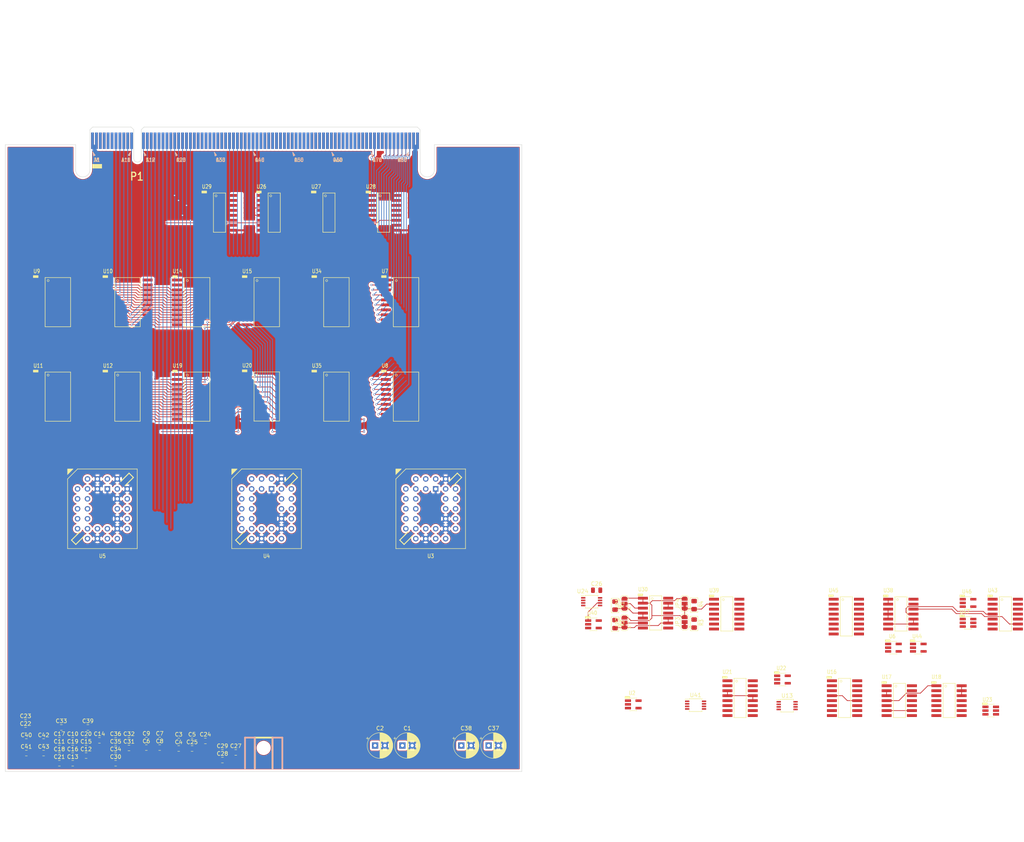
<source format=kicad_pcb>
(kicad_pcb (version 20171130) (host pcbnew 5.1.4-e60b266~84~ubuntu18.04.1)
  (layers (0 F.Cu signal) (31 B.Cu signal) (34 B.Paste user) (35 F.Paste user) (36 B.SilkS user) (37 F.SilkS user) (38 B.Mask user) (39 F.Mask user hide) (44 Edge.Cuts user))
  (net 0 "")
  (net 1 GND)
  (net 2 +5V)
  (net 3 /CLK1)
  (net 4 /CLK2)
  (net 5 /T34)
  (net 6 /~RESET)
  (net 7 /CLK3)
  (net 8 /CLK4)
  (net 9 /WSTB)
  (net 10 "/Overflow Register (V)/VD")
  (net 11 "/Link Register (L)/~SETL")
  (net 12 "/Link Register (L)/LD")
  (net 13 "/Link Register (L)/~FL")
  (net 14 "/Link Register (L)/CLKL")
  (net 15 "/Link Register (L)/~CLRL")
  (net 16 "/Left Edge Connector/IBUS0")
  (net 17 "/Left Edge Connector/IBUS1")
  (net 18 "/Left Edge Connector/IBUS2")
  (net 19 "/Left Edge Connector/IBUS3")
  (net 20 "/Left Edge Connector/IBUS4")
  (net 21 "/Left Edge Connector/IBUS5")
  (net 22 "/Left Edge Connector/AB6")
  (net 23 "/Left Edge Connector/AB7")
  (net 24 "/Left Edge Connector/DB0")
  (net 25 "/Left Edge Connector/DB1")
  (net 26 "/Left Edge Connector/DB2")
  (net 27 "/Left Edge Connector/DB3")
  (net 28 "/Left Edge Connector/DB4")
  (net 29 "/Left Edge Connector/DB5")
  (net 30 "/Left Edge Connector/DB6")
  (net 31 "/Left Edge Connector/DB7")
  (net 32 /~SYSDEV)
  (net 33 /~IODEV1xx)
  (net 34 /~IODEV2xx)
  (net 35 /~IODEV3xx)
  (net 36 /~R)
  (net 37 /~W)
  (net 38 "/Left Edge Connector/RSVD2")
  (net 39 "/Left Edge Connector/RSVD3")
  (net 40 "/Left Edge Connector/RSVD4")
  (net 41 "/Left Edge Connector/RSVD5")
  (net 42 "/Left Edge Connector/RSVD6")
  (net 43 "/Left Edge Connector/AB8")
  (net 44 "/Left Edge Connector/AB9")
  (net 45 "/Left Edge Connector/AB10")
  (net 46 "/Left Edge Connector/AB11")
  (net 47 "/Left Edge Connector/AB12")
  (net 48 "/Left Edge Connector/AB13")
  (net 49 "/Left Edge Connector/AB14")
  (net 50 "/Left Edge Connector/AB15")
  (net 51 "/Left Edge Connector/AB16")
  (net 52 "/Left Edge Connector/AB17")
  (net 53 "/Left Edge Connector/AB18")
  (net 54 "/Left Edge Connector/AB19")
  (net 55 "/Left Edge Connector/AB20")
  (net 56 "/Left Edge Connector/AB21")
  (net 57 "/Left Edge Connector/AB22")
  (net 58 "/Left Edge Connector/AB23")
  (net 59 "/Left Edge Connector/RSVD1")
  (net 60 "/Left Edge Connector/~IRQ0")
  (net 61 "/Left Edge Connector/~IRQ1")
  (net 62 "/Left Edge Connector/~IRQ2")
  (net 63 "/Left Edge Connector/~IRQ3")
  (net 64 "/Left Edge Connector/~IRQ4")
  (net 65 "/Left Edge Connector/DB8")
  (net 66 "/Left Edge Connector/DB9")
  (net 67 "/Left Edge Connector/DB10")
  (net 68 "/Left Edge Connector/DB11")
  (net 69 "/Left Edge Connector/DB12")
  (net 70 "/Left Edge Connector/DB13")
  (net 71 "/Left Edge Connector/DB14")
  (net 72 "/Left Edge Connector/DB15")
  (net 73 "/Left Edge Connector/C19")
  (net 74 "/Left Edge Connector/C20")
  (net 75 "/Left Edge Connector/C21")
  (net 76 /~RSTHOLD)
  (net 77 "/Left Edge Connector/AB0")
  (net 78 "/Left Edge Connector/AB1")
  (net 79 "/Left Edge Connector/AB2")
  (net 80 "/Left Edge Connector/AB3")
  (net 81 "/Left Edge Connector/AB4")
  (net 82 "/Left Edge Connector/AB5")
  (net 83 "/Left Edge Connector/~IRQ5")
  (net 84 "/Left Edge Connector/~IRQ6")
  (net 85 /AC0)
  (net 86 "/Left Edge Connector/~IRQ7")
  (net 87 /AC2)
  (net 88 /~ENDEXT)
  (net 89 /~SKIPEXT)
  (net 90 /AC4)
  (net 91 /AC6)
  (net 92 /AC8)
  (net 93 /AC10)
  (net 94 /AC12)
  (net 95 /AC14)
  (net 96 "/Left Edge Connector/IBUS6")
  (net 97 "/Left Edge Connector/IBUS7")
  (net 98 /~MEM)
  (net 99 /~IO)
  (net 100 /~WS)
  (net 101 "/Left Edge Connector/RSVD7")
  (net 102 "/Left Edge Connector/RSVD8")
  (net 103 "/Left Edge Connector/IBUS8")
  (net 104 "/Left Edge Connector/IBUS9")
  (net 105 "/Left Edge Connector/IBUS10")
  (net 106 "/Left Edge Connector/IBUS11")
  (net 107 "/Left Edge Connector/IBUS14")
  (net 108 "/Left Edge Connector/IBUS15")
  (net 109 /~IRQ)
  (net 110 /~IRQS)
  (net 111 "/Left Edge Connector/C13")
  (net 112 "/Left Edge Connector/C14")
  (net 113 "/Left Edge Connector/C16")
  (net 114 "/Left Edge Connector/C15")
  (net 115 /~HALT)
  (net 116 "/Left Edge Connector/C18")
  (net 117 "/Left Edge Connector/C17")
  (net 118 "/Left Edge Connector/FPD0")
  (net 119 "/Left Edge Connector/FPD1")
  (net 120 "/Left Edge Connector/FPD2")
  (net 121 "/Left Edge Connector/FPD3")
  (net 122 "/Left Edge Connector/C22")
  (net 123 "/Left Edge Connector/FPD4")
  (net 124 "/Left Edge Connector/FPD5")
  (net 125 /AC1)
  (net 126 /AC3)
  (net 127 "/Left Edge Connector/FPD6")
  (net 128 "/Left Edge Connector/FPD7")
  (net 129 /AC5)
  (net 130 /AC7)
  (net 131 /AC9)
  (net 132 /AC11)
  (net 133 /AC13)
  (net 134 /AC15)
  (net 135 /IR0)
  (net 136 /IR1)
  (net 137 /IR2)
  (net 138 /IR3)
  (net 139 /IR4)
  (net 140 /IR5)
  (net 141 /IR6)
  (net 142 /IBUS12)
  (net 143 /IBUS13)
  (net 144 /~RUEN)
  (net 145 /~WUEN)
  (net 146 /FL)
  (net 147 /FV)
  (net 148 /~FLAGWE)
  (net 149 "Net-(U44-Pad1)")
  (net 150 "Net-(U24-Pad3)")
  (net 151 "Net-(U38-Pad10)")
  (net 152 "Net-(U38-Pad3)")
  (net 153 "Net-(U38-Pad1)")
  (net 154 "Net-(U39-Pad8)")
  (net 155 "Net-(U39-Pad6)")
  (net 156 "Net-(U43-Pad6)")
  (net 157 "Net-(U45-Pad9)")
  (net 158 "Net-(U46-Pad4)")
  (net 159 /RADDR0)
  (net 160 /RADDR1)
  (net 161 /RADDR2)
  (net 162 /Decoders/RADDR3)
  (net 163 /Decoders/RADDR4)
  (net 164 /Decoders/WADDR0)
  (net 165 /Decoders/WADDR1)
  (net 166 /Decoders/WADDR2)
  (net 167 /Decoders/WADDR3)
  (net 168 /Decoders/WADDR4)
  (net 169 /Decoders/ACTION0)
  (net 170 /Decoders/ACTION1)
  (net 171 /Decoders/ACTION2)
  (net 172 /Decoders/ACTION3)
  (net 173 /BCP)
  (net 174 /~WRITE-ALU-B)
  (net 175 "/Port A/A2")
  (net 176 "/Port A/A3")
  (net 177 "/Port A/A5")
  (net 178 /~ROMCE)
  (net 179 "/Port A/A4")
  (net 180 /X0)
  (net 181 "/Port B/B0")
  (net 182 "/Port B/B1")
  (net 183 "/Port B/B2")
  (net 184 "/Port B/B3")
  (net 185 "/Port B/B4")
  (net 186 "/Port B/B5")
  (net 187 "/Port A/A0")
  (net 188 "/Port A/A1")
  (net 189 "/Port A/A8")
  (net 190 "/Port A/A9")
  (net 191 "/Port A/A11")
  (net 192 "/Port A/A10")
  (net 193 /X1)
  (net 194 "/Port B/B6")
  (net 195 "/Port B/B7")
  (net 196 "/Port B/B8")
  (net 197 "/Port B/B9")
  (net 198 "/Port B/B10")
  (net 199 "/Port B/B11")
  (net 200 "/Port A/A6")
  (net 201 "/Port A/A7")
  (net 202 "/Port B/B12")
  (net 203 "/Port B/B13")
  (net 204 "/Port B/B14")
  (net 205 "/Port B/B15")
  (net 206 "/Port A/A12")
  (net 207 "/Port A/A13")
  (net 208 "/Port A/A14")
  (net 209 "/Port A/A15")
  (net 210 /~READ-ALU-B)
  (net 211 /sheet5DF75CCD/~NSTART_SYNC)
  (net 212 "Net-(U13-Pad3)")
  (net 213 /~ACTION-SRU)
  (net 214 /sheet5DF75CCD/LSB)
  (net 215 /sheet5DF75CCD/TC)
  (net 216 /sheet5DF75CCD/4CLK)
  (net 217 "Net-(U16-Pad13)")
  (net 218 "Net-(U16-Pad7)")
  (net 219 "Net-(U16-Pad6)")
  (net 220 "Net-(U16-Pad3)")
  (net 221 "Net-(U16-Pad2)")
  (net 222 "Net-(U17-Pad6)")
  (net 223 "Net-(U17-Pad8)")
  (net 224 "Net-(U17-Pad4)")
  (net 225 "Net-(U17-Pad2)")
  (net 226 "Net-(U18-Pad11)")
  (net 227 "Net-(U18-Pad10)")
  (net 228 "Net-(U18-Pad3)")
  (net 229 /sheet5DF75CCD/MSB)
  (net 230 "Net-(U26-Pad14)")
  (net 231 "Net-(U26-Pad13)")
  (net 232 "Net-(U26-Pad12)")
  (net 233 "Net-(U26-Pad11)")
  (net 234 "Net-(U26-Pad10)")
  (net 235 "Net-(U26-Pad9)")
  (net 236 "Net-(U26-Pad7)")
  (net 237 "Net-(U27-Pad15)")
  (net 238 "Net-(U27-Pad12)")
  (net 239 "Net-(U27-Pad11)")
  (net 240 "Net-(U28-Pad15)")
  (net 241 "Net-(U28-Pad14)")
  (net 242 "Net-(U28-Pad13)")
  (net 243 "Net-(U28-Pad12)")
  (net 244 "Net-(U28-Pad10)")
  (net 245 "Net-(U28-Pad9)")
  (net 246 "Net-(U28-Pad7)")
  (net 247 "Net-(U29-Pad15)")
  (net 248 "Net-(U29-Pad14)")
  (net 249 "Net-(U29-Pad13)")
  (net 250 "Net-(U29-Pad12)")
  (net 251 "Net-(U29-Pad10)")
  (net 252 "Net-(U29-Pad9)")
  (net 253 "Net-(U29-Pad7)")
  (net 254 /FLOUT-SRU)
  (net 255 "Net-(U41-Pad3)")
  (net 256 /BCP-SRU)
  (net 257 /FLFAST)
  (net 258 /~ACTION-CPL)
  (net 259 /~ACTION-CLL)
  (net 260 "/Overflow Register (V)/FV0")
  (net 261 /X-IN)
  (net 262 /sheet5DE3C026/C0)
  (net 263 /sheet5DE3C026/Y5)
  (net 264 /sheet5DE3C026/Y4)
  (net 265 /sheet5DE3C026/Y3)
  (net 266 /sheet5DE3C026/Y2)
  (net 267 /sheet5DE3C026/Y1)
  (net 268 /sheet5DE3C026/Y0)
  (net 269 /sheet5DE3C026/C1)
  (net 270 /sheet5DE3C026/Y11)
  (net 271 /sheet5DE3C026/Y10)
  (net 272 /sheet5DE3C026/Y9)
  (net 273 /sheet5DE3C026/Y8)
  (net 274 /sheet5DE3C026/Y7)
  (net 275 /sheet5DE3C026/Y6)
  (net 276 /~ROM-SET-L)
  (net 277 /FLOUT-ROM)
  (net 278 /~ROM-SET-V)
  (net 279 /FVOUT-ROM)
  (net 280 /sheet5DE3C026/Y15)
  (net 281 /sheet5DE3C026/Y14)
  (net 282 /sheet5DE3C026/Y13)
  (net 283 /sheet5DE3C026/Y12)
  (net 284 /~ACTION-101)
  (net 285 /~ACTION-110)
  (net 286 "Net-(JP1-Pad1)")
  (net 287 "Net-(JP1-Pad2)")
  (net 288 "Net-(JP2-Pad2)")
  (net 289 "Net-(JP2-Pad1)")
  (net 290 "Net-(JP3-Pad1)")
  (net 291 "Net-(JP3-Pad2)")
  (net 292 "Net-(JP4-Pad2)")
  (net 293 "/Overflow Register (V)/CLKV")
  (net 294 "Net-(U17-Pad12)")
  (net 295 "Net-(U17-Pad10)")
  (net 296 "/Left Edge Connector/C23")
  (net 297 "/Left Edge Connector/C24")
  (module Capacitor_SMD:C_0805_2012Metric (layer F.Cu) (at 62.989 208.436)
    (fp_text reference C43 (at 0 -1.65) (layer F.SilkS))
    (fp_text value 100nF)
    (pad 2 smd roundrect (at 0.9375 0) (size 0.975 1.4) (layers F.Cu F.Paste F.Mask) (net 1 GND))
    (pad 1 smd roundrect (at -0.9375 0) (size 0.975 1.4) (layers F.Cu F.Paste F.Mask) (net 2 +5V))
  )
  (module Capacitor_SMD:C_0805_2012Metric (layer F.Cu) (at 62.989 205.486)
    (fp_text reference C42 (at 0 -1.65) (layer F.SilkS))
    (fp_text value 100nF)
    (pad 2 smd roundrect (at 0.9375 0) (size 0.975 1.4) (layers F.Cu F.Paste F.Mask) (net 1 GND))
    (pad 1 smd roundrect (at -0.9375 0) (size 0.975 1.4) (layers F.Cu F.Paste F.Mask) (net 2 +5V))
  )
  (module Capacitor_SMD:C_0805_2012Metric (layer F.Cu) (at 58.579 208.436)
    (fp_text reference C41 (at 0 -1.65) (layer F.SilkS))
    (fp_text value 100nF)
    (pad 2 smd roundrect (at 0.9375 0) (size 0.975 1.4) (layers F.Cu F.Paste F.Mask) (net 1 GND))
    (pad 1 smd roundrect (at -0.9375 0) (size 0.975 1.4) (layers F.Cu F.Paste F.Mask) (net 2 +5V))
  )
  (module Capacitor_SMD:C_0805_2012Metric (layer F.Cu) (at 58.579 205.486)
    (fp_text reference C40 (at 0 -1.65) (layer F.SilkS))
    (fp_text value 100nF)
    (pad 2 smd roundrect (at 0.9375 0) (size 0.975 1.4) (layers F.Cu F.Paste F.Mask) (net 1 GND))
    (pad 1 smd roundrect (at -0.9375 0) (size 0.975 1.4) (layers F.Cu F.Paste F.Mask) (net 2 +5V))
  )
  (module alexios:SOT-23-6_Handsoldering (layer F.Cu) (at 297.683 174.212)
    (fp_text reference U47 (at -0.842801 -1.85) (layer F.SilkS) (effects (font (size 1 0.83)) (justify left)))
    (fp_text value 74LVC1G11)
    (pad 5 smd rect (at 2.7 0.95) (size 1.56 0.65) (layers F.Cu F.Paste F.Mask) (net 2 +5V))
    (pad 6 smd rect (at 2.7 0) (size 1.56 0.65) (layers F.Cu F.Paste F.Mask) (net 158 "Net-(U46-Pad4)"))
    (pad 4 smd rect (at 2.7 1.9) (size 1.56 0.65) (layers F.Cu F.Paste F.Mask) (net 15 "/Link Register (L)/~CLRL"))
    (pad 3 smd rect (at 0 1.9) (size 1.56 0.65) (layers F.Cu F.Paste F.Mask) (net 6 /~RESET))
    (pad 2 smd rect (at 0 0.95) (size 1.56 0.65) (layers F.Cu F.Paste F.Mask) (net 1 GND))
    (pad 1 smd rect (at 0 0) (size 1.56 0.65) (layers F.Cu F.Paste F.Mask) (net 259 /~ACTION-CLL))
  )
  (module alexios:SOT-23-5_HandSoldering (layer F.Cu) (at 297.683 169.132)
    (fp_text reference U46 (at 1.05357 -1.95) (layer F.SilkS) (effects (font (size 1 0.83))))
    (fp_text value 74LVC1G32)
    (pad 5 smd rect (at 2.7 0) (size 1.56 0.65) (layers F.Cu F.Paste F.Mask) (net 2 +5V))
    (pad 4 smd rect (at 2.7 1.9) (size 1.56 0.65) (layers F.Cu F.Paste F.Mask) (net 158 "Net-(U46-Pad4)"))
    (pad 3 smd rect (at 0 1.9) (size 1.56 0.65) (layers F.Cu F.Paste F.Mask) (net 1 GND))
    (pad 2 smd rect (at 0 0.95) (size 1.56 0.65) (layers F.Cu F.Paste F.Mask) (net 13 "/Link Register (L)/~FL"))
    (pad 1 smd rect (at 0 0) (size 1.56 0.65) (layers F.Cu F.Paste F.Mask) (net 258 /~ACTION-CPL))
  )
  (module alexios:SOIC-16 (layer F.Cu) (at 264.723 169.132)
    (fp_text reference U45 (at -1.350001 -2.25) (layer F.SilkS) (effects (font (size 1 0.83)) (justify left)))
    (fp_text value 74HC253)
    (pad 16 smd rect (at 6.466 0) (size 2.54 0.72) (layers F.Cu F.Paste F.Mask) (net 2 +5V))
    (pad 15 smd rect (at 6.466 1.27) (size 2.54 0.72) (layers F.Cu F.Paste F.Mask) (net 1 GND))
    (pad 14 smd rect (at 6.466 2.54) (size 2.54 0.72) (layers F.Cu F.Paste F.Mask) (net 276 /~ROM-SET-L))
    (pad 13 smd rect (at 6.466 3.81) (size 2.54 0.72) (layers F.Cu F.Paste F.Mask) (net 1 GND))
    (pad 12 smd rect (at 6.466 5.08) (size 2.54 0.72) (layers F.Cu F.Paste F.Mask) (net 1 GND))
    (pad 11 smd rect (at 6.466 6.35) (size 2.54 0.72) (layers F.Cu F.Paste F.Mask) (net 1 GND))
    (pad 10 smd rect (at 6.466 7.62) (size 2.54 0.72) (layers F.Cu F.Paste F.Mask) (net 1 GND))
    (pad 9 smd rect (at 6.466 8.89) (size 2.54 0.72) (layers F.Cu F.Paste F.Mask) (net 157 "Net-(U45-Pad9)"))
    (pad 8 smd rect (at 0.008 8.89) (size 2.54 0.72) (layers F.Cu F.Paste F.Mask) (net 1 GND))
    (pad 7 smd rect (at 0.008 7.62) (size 2.54 0.72) (layers F.Cu F.Paste F.Mask) (net 153 "Net-(U38-Pad1)"))
    (pad 6 smd rect (at 0.008 6.35) (size 2.54 0.72) (layers F.Cu F.Paste F.Mask) (net 142 /IBUS12))
    (pad 5 smd rect (at 0.008 5.08) (size 2.54 0.72) (layers F.Cu F.Paste F.Mask) (net 142 /IBUS12))
    (pad 4 smd rect (at 0.008 3.81) (size 2.54 0.72) (layers F.Cu F.Paste F.Mask) (net 277 /FLOUT-ROM))
    (pad 3 smd rect (at 0 2.54) (size 2.54 0.72) (layers F.Cu F.Paste F.Mask) (net 254 /FLOUT-SRU))
    (pad 2 smd rect (at 0 1.27) (size 2.54 0.72) (layers F.Cu F.Paste F.Mask) (net 148 /~FLAGWE))
    (pad 1 smd rect (at 0.012 0) (size 2.54 0.72) (layers F.Cu F.Paste F.Mask) (net 1 GND))
  )
  (module alexios:SOT-23-5_HandSoldering (layer F.Cu) (at 284.983 180.562)
    (fp_text reference U44 (at 1.05357 -1.95) (layer F.SilkS) (effects (font (size 1 0.83))))
    (fp_text value 74LVC1G08)
    (pad 5 smd rect (at 2.7 0) (size 1.56 0.65) (layers F.Cu F.Paste F.Mask) (net 2 +5V))
    (pad 4 smd rect (at 2.7 1.9) (size 1.56 0.65) (layers F.Cu F.Paste F.Mask) (net 14 "/Link Register (L)/CLKL"))
    (pad 3 smd rect (at 0 1.9) (size 1.56 0.65) (layers F.Cu F.Paste F.Mask) (net 1 GND))
    (pad 2 smd rect (at 0 0.95) (size 1.56 0.65) (layers F.Cu F.Paste F.Mask) (net 256 /BCP-SRU))
    (pad 1 smd rect (at 0 0) (size 1.56 0.65) (layers F.Cu F.Paste F.Mask) (net 149 "Net-(U44-Pad1)"))
  )
  (module alexios:SOIC-14 (layer F.Cu) (at 305.303 169.132)
    (fp_text reference U43 (at -1.300001 -2.25) (layer F.SilkS) (effects (font (size 1 0.83)) (justify left)))
    (fp_text value 74AC74)
    (pad 14 smd rect (at 6.466 0) (size 2.54 0.72) (layers F.Cu F.Paste F.Mask) (net 2 +5V))
    (pad 13 smd rect (at 6.466 1.27) (size 2.54 0.72) (layers F.Cu F.Paste F.Mask) (net 6 /~RESET))
    (pad 12 smd rect (at 6.466 2.54) (size 2.54 0.72) (layers F.Cu F.Paste F.Mask) (net 257 /FLFAST))
    (pad 11 smd rect (at 6.466 3.81) (size 2.54 0.72) (layers F.Cu F.Paste F.Mask) (net 8 /CLK4))
    (pad 10 smd rect (at 6.466 5.08) (size 2.54 0.72) (layers F.Cu F.Paste F.Mask) (net 2 +5V))
    (pad 9 smd rect (at 6.466 6.35) (size 2.54 0.72) (layers F.Cu F.Paste F.Mask) (net 146 /FL))
    (pad 8 smd rect (at 6.466 7.62) (size 2.54 0.72) (layers F.Cu F.Paste F.Mask) (net 13 "/Link Register (L)/~FL"))
    (pad 7 smd rect (at 0.008 7.62) (size 2.54 0.72) (layers F.Cu F.Paste F.Mask) (net 1 GND))
    (pad 6 smd rect (at 0.008 6.35) (size 2.54 0.72) (layers F.Cu F.Paste F.Mask) (net 156 "Net-(U43-Pad6)"))
    (pad 5 smd rect (at 0.008 5.08) (size 2.54 0.72) (layers F.Cu F.Paste F.Mask) (net 257 /FLFAST))
    (pad 4 smd rect (at 0.008 3.81) (size 2.54 0.72) (layers F.Cu F.Paste F.Mask) (net 11 "/Link Register (L)/~SETL"))
    (pad 3 smd rect (at 0 2.54) (size 2.54 0.72) (layers F.Cu F.Paste F.Mask) (net 14 "/Link Register (L)/CLKL"))
    (pad 2 smd rect (at 0 1.27) (size 2.54 0.72) (layers F.Cu F.Paste F.Mask) (net 12 "/Link Register (L)/LD"))
    (pad 1 smd rect (at 0.012 0) (size 2.54 0.72) (layers F.Cu F.Paste F.Mask) (net 15 "/Link Register (L)/~CLRL"))
  )
  (module Package_SO:TSSOP-8_3x3mm_P0.65mm (layer F.Cu) (at 229.472 196.183)
    (fp_text reference U41 (at 0 -2.55) (layer F.SilkS))
    (fp_text value 74LVC2G157)
    (pad 8 smd rect (at 2.15 -0.975) (size 1.1 0.4) (layers F.Cu F.Paste F.Mask) (net 2 +5V))
    (pad 7 smd rect (at 2.15 -0.325) (size 1.1 0.4) (layers F.Cu F.Paste F.Mask) (net 1 GND))
    (pad 6 smd rect (at 2.15 0.325) (size 1.1 0.4) (layers F.Cu F.Paste F.Mask) (net 139 /IR4))
    (pad 5 smd rect (at 2.15 0.975) (size 1.1 0.4) (layers F.Cu F.Paste F.Mask) (net 254 /FLOUT-SRU))
    (pad 4 smd rect (at -2.15 0.975) (size 1.1 0.4) (layers F.Cu F.Paste F.Mask) (net 1 GND))
    (pad 3 smd rect (at -2.15 0.325) (size 1.1 0.4) (layers F.Cu F.Paste F.Mask) (net 255 "Net-(U41-Pad3)"))
    (pad 2 smd rect (at -2.15 -0.325) (size 1.1 0.4) (layers F.Cu F.Paste F.Mask) (net 181 "/Port B/B0"))
    (pad 1 smd rect (at -2.15 -0.975) (size 1.1 0.4) (layers F.Cu F.Paste F.Mask) (net 205 "/Port B/B15"))
  )
  (module alexios:SOT-23-5_HandSoldering (layer F.Cu) (at 202.04 174.593)
    (fp_text reference U40 (at 1.05357 -1.95) (layer F.SilkS) (effects (font (size 1 0.83))))
    (fp_text value 74LVC1G08)
    (pad 5 smd rect (at 2.7 0) (size 1.56 0.65) (layers F.Cu F.Paste F.Mask) (net 2 +5V))
    (pad 4 smd rect (at 2.7 1.9) (size 1.56 0.65) (layers F.Cu F.Paste F.Mask) (net 293 "/Overflow Register (V)/CLKV"))
    (pad 3 smd rect (at 0 1.9) (size 1.56 0.65) (layers F.Cu F.Paste F.Mask) (net 1 GND))
    (pad 2 smd rect (at 0 0.95) (size 1.56 0.65) (layers F.Cu F.Paste F.Mask) (net 278 /~ROM-SET-V))
    (pad 1 smd rect (at 0 0) (size 1.56 0.65) (layers F.Cu F.Paste F.Mask) (net 148 /~FLAGWE))
  )
  (module alexios:SOIC-14 (layer F.Cu) (at 234.171 169.132)
    (fp_text reference U39 (at -1.300001 -2.25) (layer F.SilkS) (effects (font (size 1 0.83)) (justify left)))
    (fp_text value 74AC74)
    (pad 14 smd rect (at 6.466 0) (size 2.54 0.72) (layers F.Cu F.Paste F.Mask) (net 2 +5V))
    (pad 13 smd rect (at 6.466 1.27) (size 2.54 0.72) (layers F.Cu F.Paste F.Mask) (net 6 /~RESET))
    (pad 12 smd rect (at 6.466 2.54) (size 2.54 0.72) (layers F.Cu F.Paste F.Mask) (net 260 "/Overflow Register (V)/FV0"))
    (pad 11 smd rect (at 6.466 3.81) (size 2.54 0.72) (layers F.Cu F.Paste F.Mask) (net 8 /CLK4))
    (pad 10 smd rect (at 6.466 5.08) (size 2.54 0.72) (layers F.Cu F.Paste F.Mask) (net 2 +5V))
    (pad 9 smd rect (at 6.466 6.35) (size 2.54 0.72) (layers F.Cu F.Paste F.Mask) (net 147 /FV))
    (pad 8 smd rect (at 6.466 7.62) (size 2.54 0.72) (layers F.Cu F.Paste F.Mask) (net 154 "Net-(U39-Pad8)"))
    (pad 7 smd rect (at 0.008 7.62) (size 2.54 0.72) (layers F.Cu F.Paste F.Mask) (net 1 GND))
    (pad 6 smd rect (at 0.008 6.35) (size 2.54 0.72) (layers F.Cu F.Paste F.Mask) (net 155 "Net-(U39-Pad6)"))
    (pad 5 smd rect (at 0.008 5.08) (size 2.54 0.72) (layers F.Cu F.Paste F.Mask) (net 260 "/Overflow Register (V)/FV0"))
    (pad 4 smd rect (at 0.008 3.81) (size 2.54 0.72) (layers F.Cu F.Paste F.Mask) (net 2 +5V))
    (pad 3 smd rect (at 0 2.54) (size 2.54 0.72) (layers F.Cu F.Paste F.Mask) (net 293 "/Overflow Register (V)/CLKV"))
    (pad 2 smd rect (at 0 1.27) (size 2.54 0.72) (layers F.Cu F.Paste F.Mask) (net 10 "/Overflow Register (V)/VD"))
    (pad 1 smd rect (at 0.012 0) (size 2.54 0.72) (layers F.Cu F.Paste F.Mask) (net 6 /~RESET))
  )
  (module alexios:SOIC-14 (layer F.Cu) (at 278.633 169.132)
    (fp_text reference U38 (at -1.300001 -2.25) (layer F.SilkS) (effects (font (size 1 0.83)) (justify left)))
    (fp_text value 74HC32)
    (pad 14 smd rect (at 6.466 0) (size 2.54 0.72) (layers F.Cu F.Paste F.Mask) (net 2 +5V))
    (pad 13 smd rect (at 6.466 1.27) (size 2.54 0.72) (layers F.Cu F.Paste F.Mask) (net 258 /~ACTION-CPL))
    (pad 12 smd rect (at 6.466 2.54) (size 2.54 0.72) (layers F.Cu F.Paste F.Mask) (net 146 /FL))
    (pad 11 smd rect (at 6.466 3.81) (size 2.54 0.72) (layers F.Cu F.Paste F.Mask) (net 11 "/Link Register (L)/~SETL"))
    (pad 10 smd rect (at 6.466 5.08) (size 2.54 0.72) (layers F.Cu F.Paste F.Mask) (net 151 "Net-(U38-Pad10)"))
    (pad 9 smd rect (at 6.466 6.35) (size 2.54 0.72) (layers F.Cu F.Paste F.Mask) (net 151 "Net-(U38-Pad10)"))
    (pad 8 smd rect (at 6.466 7.62) (size 2.54 0.72) (layers F.Cu F.Paste F.Mask) (net 12 "/Link Register (L)/LD"))
    (pad 7 smd rect (at 0.008 7.62) (size 2.54 0.72) (layers F.Cu F.Paste F.Mask) (net 1 GND))
    (pad 6 smd rect (at 0.008 6.35) (size 2.54 0.72) (layers F.Cu F.Paste F.Mask) (net 151 "Net-(U38-Pad10)"))
    (pad 5 smd rect (at 0.008 5.08) (size 2.54 0.72) (layers F.Cu F.Paste F.Mask) (net 152 "Net-(U38-Pad3)"))
    (pad 4 smd rect (at 0.008 3.81) (size 2.54 0.72) (layers F.Cu F.Paste F.Mask) (net 152 "Net-(U38-Pad3)"))
    (pad 3 smd rect (at 0 2.54) (size 2.54 0.72) (layers F.Cu F.Paste F.Mask) (net 152 "Net-(U38-Pad3)"))
    (pad 2 smd rect (at 0 1.27) (size 2.54 0.72) (layers F.Cu F.Paste F.Mask) (net 153 "Net-(U38-Pad1)"))
    (pad 1 smd rect (at 0.012 0) (size 2.54 0.72) (layers F.Cu F.Paste F.Mask) (net 153 "Net-(U38-Pad1)"))
  )
  (module alexios:SOIC-16 (layer F.Cu) (at 104.68 66.04)
    (fp_text reference U29 (at -1.350001 -2.25) (layer F.SilkS) (effects (font (size 1 0.83)) (justify left)))
    (fp_text value 74HC138)
    (pad 16 smd rect (at 6.466 0) (size 2.54 0.72) (layers F.Cu F.Paste F.Mask) (net 2 +5V))
    (pad 15 smd rect (at 6.466 1.27) (size 2.54 0.72) (layers F.Cu F.Paste F.Mask) (net 247 "Net-(U29-Pad15)"))
    (pad 14 smd rect (at 6.466 2.54) (size 2.54 0.72) (layers F.Cu F.Paste F.Mask) (net 248 "Net-(U29-Pad14)"))
    (pad 13 smd rect (at 6.466 3.81) (size 2.54 0.72) (layers F.Cu F.Paste F.Mask) (net 249 "Net-(U29-Pad13)"))
    (pad 12 smd rect (at 6.466 5.08) (size 2.54 0.72) (layers F.Cu F.Paste F.Mask) (net 250 "Net-(U29-Pad12)"))
    (pad 11 smd rect (at 6.466 6.35) (size 2.54 0.72) (layers F.Cu F.Paste F.Mask) (net 174 /~WRITE-ALU-B))
    (pad 10 smd rect (at 6.466 7.62) (size 2.54 0.72) (layers F.Cu F.Paste F.Mask) (net 251 "Net-(U29-Pad10)"))
    (pad 9 smd rect (at 6.466 8.89) (size 2.54 0.72) (layers F.Cu F.Paste F.Mask) (net 252 "Net-(U29-Pad9)"))
    (pad 8 smd rect (at 0.008 8.89) (size 2.54 0.72) (layers F.Cu F.Paste F.Mask) (net 1 GND))
    (pad 7 smd rect (at 0.008 7.62) (size 2.54 0.72) (layers F.Cu F.Paste F.Mask) (net 253 "Net-(U29-Pad7)"))
    (pad 6 smd rect (at 0.008 6.35) (size 2.54 0.72) (layers F.Cu F.Paste F.Mask) (net 168 /Decoders/WADDR4))
    (pad 5 smd rect (at 0.008 5.08) (size 2.54 0.72) (layers F.Cu F.Paste F.Mask) (net 166 /Decoders/WADDR2))
    (pad 4 smd rect (at 0.008 3.81) (size 2.54 0.72) (layers F.Cu F.Paste F.Mask) (net 145 /~WUEN))
    (pad 3 smd rect (at 0 2.54) (size 2.54 0.72) (layers F.Cu F.Paste F.Mask) (net 167 /Decoders/WADDR3))
    (pad 2 smd rect (at 0 1.27) (size 2.54 0.72) (layers F.Cu F.Paste F.Mask) (net 165 /Decoders/WADDR1))
    (pad 1 smd rect (at 0.012 0) (size 2.54 0.72) (layers F.Cu F.Paste F.Mask) (net 164 /Decoders/WADDR0))
  )
  (module alexios:SOIC-16 (layer F.Cu) (at 146.59 66.04)
    (fp_text reference U28 (at -1.350001 -2.25) (layer F.SilkS) (effects (font (size 1 0.83)) (justify left)))
    (fp_text value 74HC138)
    (pad 16 smd rect (at 6.466 0) (size 2.54 0.72) (layers F.Cu F.Paste F.Mask) (net 2 +5V))
    (pad 15 smd rect (at 6.466 1.27) (size 2.54 0.72) (layers F.Cu F.Paste F.Mask) (net 240 "Net-(U28-Pad15)"))
    (pad 14 smd rect (at 6.466 2.54) (size 2.54 0.72) (layers F.Cu F.Paste F.Mask) (net 241 "Net-(U28-Pad14)"))
    (pad 13 smd rect (at 6.466 3.81) (size 2.54 0.72) (layers F.Cu F.Paste F.Mask) (net 242 "Net-(U28-Pad13)"))
    (pad 12 smd rect (at 6.466 5.08) (size 2.54 0.72) (layers F.Cu F.Paste F.Mask) (net 243 "Net-(U28-Pad12)"))
    (pad 11 smd rect (at 6.466 6.35) (size 2.54 0.72) (layers F.Cu F.Paste F.Mask) (net 210 /~READ-ALU-B))
    (pad 10 smd rect (at 6.466 7.62) (size 2.54 0.72) (layers F.Cu F.Paste F.Mask) (net 244 "Net-(U28-Pad10)"))
    (pad 9 smd rect (at 6.466 8.89) (size 2.54 0.72) (layers F.Cu F.Paste F.Mask) (net 245 "Net-(U28-Pad9)"))
    (pad 8 smd rect (at 0.008 8.89) (size 2.54 0.72) (layers F.Cu F.Paste F.Mask) (net 1 GND))
    (pad 7 smd rect (at 0.008 7.62) (size 2.54 0.72) (layers F.Cu F.Paste F.Mask) (net 246 "Net-(U28-Pad7)"))
    (pad 6 smd rect (at 0.008 6.35) (size 2.54 0.72) (layers F.Cu F.Paste F.Mask) (net 163 /Decoders/RADDR4))
    (pad 5 smd rect (at 0.008 5.08) (size 2.54 0.72) (layers F.Cu F.Paste F.Mask) (net 161 /RADDR2))
    (pad 4 smd rect (at 0.008 3.81) (size 2.54 0.72) (layers F.Cu F.Paste F.Mask) (net 144 /~RUEN))
    (pad 3 smd rect (at 0 2.54) (size 2.54 0.72) (layers F.Cu F.Paste F.Mask) (net 162 /Decoders/RADDR3))
    (pad 2 smd rect (at 0 1.27) (size 2.54 0.72) (layers F.Cu F.Paste F.Mask) (net 160 /RADDR1))
    (pad 1 smd rect (at 0.012 0) (size 2.54 0.72) (layers F.Cu F.Paste F.Mask) (net 159 /RADDR0))
  )
  (module alexios:SOIC-16 (layer F.Cu) (at 132.62 66.04)
    (fp_text reference U27 (at -1.350001 -2.25) (layer F.SilkS) (effects (font (size 1 0.83)) (justify left)))
    (fp_text value 74HC138)
    (pad 16 smd rect (at 6.466 0) (size 2.54 0.72) (layers F.Cu F.Paste F.Mask) (net 2 +5V))
    (pad 15 smd rect (at 6.466 1.27) (size 2.54 0.72) (layers F.Cu F.Paste F.Mask) (net 237 "Net-(U27-Pad15)"))
    (pad 14 smd rect (at 6.466 2.54) (size 2.54 0.72) (layers F.Cu F.Paste F.Mask) (net 258 /~ACTION-CPL))
    (pad 13 smd rect (at 6.466 3.81) (size 2.54 0.72) (layers F.Cu F.Paste F.Mask) (net 259 /~ACTION-CLL))
    (pad 12 smd rect (at 6.466 5.08) (size 2.54 0.72) (layers F.Cu F.Paste F.Mask) (net 238 "Net-(U27-Pad12)"))
    (pad 11 smd rect (at 6.466 6.35) (size 2.54 0.72) (layers F.Cu F.Paste F.Mask) (net 239 "Net-(U27-Pad11)"))
    (pad 10 smd rect (at 6.466 7.62) (size 2.54 0.72) (layers F.Cu F.Paste F.Mask) (net 284 /~ACTION-101))
    (pad 9 smd rect (at 6.466 8.89) (size 2.54 0.72) (layers F.Cu F.Paste F.Mask) (net 285 /~ACTION-110))
    (pad 8 smd rect (at 0.008 8.89) (size 2.54 0.72) (layers F.Cu F.Paste F.Mask) (net 1 GND))
    (pad 7 smd rect (at 0.008 7.62) (size 2.54 0.72) (layers F.Cu F.Paste F.Mask) (net 213 /~ACTION-SRU))
    (pad 6 smd rect (at 0.008 6.35) (size 2.54 0.72) (layers F.Cu F.Paste F.Mask) (net 172 /Decoders/ACTION3))
    (pad 5 smd rect (at 0.008 5.08) (size 2.54 0.72) (layers F.Cu F.Paste F.Mask) (net 1 GND))
    (pad 4 smd rect (at 0.008 3.81) (size 2.54 0.72) (layers F.Cu F.Paste F.Mask) (net 1 GND))
    (pad 3 smd rect (at 0 2.54) (size 2.54 0.72) (layers F.Cu F.Paste F.Mask) (net 171 /Decoders/ACTION2))
    (pad 2 smd rect (at 0 1.27) (size 2.54 0.72) (layers F.Cu F.Paste F.Mask) (net 170 /Decoders/ACTION1))
    (pad 1 smd rect (at 0.012 0) (size 2.54 0.72) (layers F.Cu F.Paste F.Mask) (net 169 /Decoders/ACTION0))
  )
  (module alexios:SOIC-16 (layer F.Cu) (at 118.65 66.04)
    (fp_text reference U26 (at -1.350001 -2.25) (layer F.SilkS) (effects (font (size 1 0.83)) (justify left)))
    (fp_text value 74AC138)
    (pad 16 smd rect (at 6.466 0) (size 2.54 0.72) (layers F.Cu F.Paste F.Mask) (net 2 +5V))
    (pad 15 smd rect (at 6.466 1.27) (size 2.54 0.72) (layers F.Cu F.Paste F.Mask) (net 178 /~ROMCE))
    (pad 14 smd rect (at 6.466 2.54) (size 2.54 0.72) (layers F.Cu F.Paste F.Mask) (net 230 "Net-(U26-Pad14)"))
    (pad 13 smd rect (at 6.466 3.81) (size 2.54 0.72) (layers F.Cu F.Paste F.Mask) (net 231 "Net-(U26-Pad13)"))
    (pad 12 smd rect (at 6.466 5.08) (size 2.54 0.72) (layers F.Cu F.Paste F.Mask) (net 232 "Net-(U26-Pad12)"))
    (pad 11 smd rect (at 6.466 6.35) (size 2.54 0.72) (layers F.Cu F.Paste F.Mask) (net 233 "Net-(U26-Pad11)"))
    (pad 10 smd rect (at 6.466 7.62) (size 2.54 0.72) (layers F.Cu F.Paste F.Mask) (net 234 "Net-(U26-Pad10)"))
    (pad 9 smd rect (at 6.466 8.89) (size 2.54 0.72) (layers F.Cu F.Paste F.Mask) (net 235 "Net-(U26-Pad9)"))
    (pad 8 smd rect (at 0.008 8.89) (size 2.54 0.72) (layers F.Cu F.Paste F.Mask) (net 1 GND))
    (pad 7 smd rect (at 0.008 7.62) (size 2.54 0.72) (layers F.Cu F.Paste F.Mask) (net 236 "Net-(U26-Pad7)"))
    (pad 6 smd rect (at 0.008 6.35) (size 2.54 0.72) (layers F.Cu F.Paste F.Mask) (net 163 /Decoders/RADDR4))
    (pad 5 smd rect (at 0.008 5.08) (size 2.54 0.72) (layers F.Cu F.Paste F.Mask) (net 162 /Decoders/RADDR3))
    (pad 4 smd rect (at 0.008 3.81) (size 2.54 0.72) (layers F.Cu F.Paste F.Mask) (net 144 /~RUEN))
    (pad 3 smd rect (at 0 2.54) (size 2.54 0.72) (layers F.Cu F.Paste F.Mask) (net 1 GND))
    (pad 2 smd rect (at 0 1.27) (size 2.54 0.72) (layers F.Cu F.Paste F.Mask) (net 1 GND))
    (pad 1 smd rect (at 0.012 0) (size 2.54 0.72) (layers F.Cu F.Paste F.Mask) (net 1 GND))
  )
  (module Package_SO:TSSOP-8_3x3mm_P0.65mm (layer F.Cu) (at 202.929 169.767)
    (fp_text reference U24 (at -2.286 -2.667) (layer F.SilkS))
    (fp_text value 74LVC2G157)
    (pad 8 smd rect (at 2.15 -0.975) (size 1.1 0.4) (layers F.Cu F.Paste F.Mask) (net 2 +5V))
    (pad 7 smd rect (at 2.15 -0.325) (size 1.1 0.4) (layers F.Cu F.Paste F.Mask) (net 1 GND))
    (pad 6 smd rect (at 2.15 0.325) (size 1.1 0.4) (layers F.Cu F.Paste F.Mask) (net 148 /~FLAGWE))
    (pad 5 smd rect (at 2.15 0.975) (size 1.1 0.4) (layers F.Cu F.Paste F.Mask) (net 10 "/Overflow Register (V)/VD"))
    (pad 4 smd rect (at -2.15 0.975) (size 1.1 0.4) (layers F.Cu F.Paste F.Mask) (net 1 GND))
    (pad 3 smd rect (at -2.15 0.325) (size 1.1 0.4) (layers F.Cu F.Paste F.Mask) (net 150 "Net-(U24-Pad3)"))
    (pad 2 smd rect (at -2.15 -0.325) (size 1.1 0.4) (layers F.Cu F.Paste F.Mask) (net 279 /FVOUT-ROM))
    (pad 1 smd rect (at -2.15 -0.975) (size 1.1 0.4) (layers F.Cu F.Paste F.Mask) (net 143 /IBUS13))
  )
  (module alexios:SOT-23-6_Handsoldering (layer F.Cu) (at 303.48 196.63)
    (fp_text reference U23 (at -0.842801 -1.85) (layer F.SilkS) (effects (font (size 1 0.83)) (justify left)))
    (fp_text value 74LVC1G0832)
    (pad 5 smd rect (at 2.7 0.95) (size 1.56 0.65) (layers F.Cu F.Paste F.Mask) (net 1 GND))
    (pad 6 smd rect (at 2.7 0) (size 1.56 0.65) (layers F.Cu F.Paste F.Mask) (net 215 /sheet5DF75CCD/TC))
    (pad 4 smd rect (at 2.7 1.9) (size 1.56 0.65) (layers F.Cu F.Paste F.Mask) (net 256 /BCP-SRU))
    (pad 3 smd rect (at 0 1.9) (size 1.56 0.65) (layers F.Cu F.Paste F.Mask) (net 216 /sheet5DF75CCD/4CLK))
    (pad 2 smd rect (at 0 0.95) (size 1.56 0.65) (layers F.Cu F.Paste F.Mask) (net 2 +5V))
    (pad 1 smd rect (at 0 0) (size 1.56 0.65) (layers F.Cu F.Paste F.Mask) (net 211 /sheet5DF75CCD/~NSTART_SYNC))
  )
  (module alexios:SOT-23-5_HandSoldering (layer F.Cu) (at 250.3 188.69)
    (fp_text reference U22 (at 1.05357 -1.95) (layer F.SilkS) (effects (font (size 1 0.83))))
    (fp_text value 74LVC1G04)
    (pad 5 smd rect (at 2.7 0) (size 1.56 0.65) (layers F.Cu F.Paste F.Mask) (net 2 +5V))
    (pad 4 smd rect (at 2.7 1.9) (size 1.56 0.65) (layers F.Cu F.Paste F.Mask) (net 215 /sheet5DF75CCD/TC))
    (pad 3 smd rect (at 0 1.9) (size 1.56 0.65) (layers F.Cu F.Paste F.Mask) (net 1 GND))
    (pad 2 smd rect (at 0 0.95) (size 1.56 0.65) (layers F.Cu F.Paste F.Mask) (net 139 /IR4))
    (pad 1 smd rect (at 0 0) (size 1.56 0.65) (layers F.Cu F.Paste F.Mask))
  )
  (module alexios:SOIC-16 (layer F.Cu) (at 237.6 189.96)
    (fp_text reference U21 (at -1.350001 -2.25) (layer F.SilkS) (effects (font (size 1 0.83)) (justify left)))
    (fp_text value 74AC253)
    (pad 16 smd rect (at 6.466 0) (size 2.54 0.72) (layers F.Cu F.Paste F.Mask) (net 2 +5V))
    (pad 15 smd rect (at 6.466 1.27) (size 2.54 0.72) (layers F.Cu F.Paste F.Mask) (net 1 GND))
    (pad 14 smd rect (at 6.466 2.54) (size 2.54 0.72) (layers F.Cu F.Paste F.Mask) (net 140 /IR5))
    (pad 13 smd rect (at 6.466 3.81) (size 2.54 0.72) (layers F.Cu F.Paste F.Mask) (net 257 /FLFAST))
    (pad 12 smd rect (at 6.466 5.08) (size 2.54 0.72) (layers F.Cu F.Paste F.Mask) (net 257 /FLFAST))
    (pad 11 smd rect (at 6.466 6.35) (size 2.54 0.72) (layers F.Cu F.Paste F.Mask) (net 1 GND))
    (pad 10 smd rect (at 6.466 7.62) (size 2.54 0.72) (layers F.Cu F.Paste F.Mask) (net 1 GND))
    (pad 9 smd rect (at 6.466 8.89) (size 2.54 0.72) (layers F.Cu F.Paste F.Mask) (net 214 /sheet5DF75CCD/LSB))
    (pad 8 smd rect (at 0.008 8.89) (size 2.54 0.72) (layers F.Cu F.Paste F.Mask) (net 1 GND))
    (pad 7 smd rect (at 0.008 7.62) (size 2.54 0.72) (layers F.Cu F.Paste F.Mask) (net 229 /sheet5DF75CCD/MSB))
    (pad 6 smd rect (at 0.008 6.35) (size 2.54 0.72) (layers F.Cu F.Paste F.Mask) (net 1 GND))
    (pad 5 smd rect (at 0.008 5.08) (size 2.54 0.72) (layers F.Cu F.Paste F.Mask) (net 205 "/Port B/B15"))
    (pad 4 smd rect (at 0.008 3.81) (size 2.54 0.72) (layers F.Cu F.Paste F.Mask) (net 257 /FLFAST))
    (pad 3 smd rect (at 0 2.54) (size 2.54 0.72) (layers F.Cu F.Paste F.Mask) (net 257 /FLFAST))
    (pad 2 smd rect (at 0 1.27) (size 2.54 0.72) (layers F.Cu F.Paste F.Mask) (net 141 /IR6))
    (pad 1 smd rect (at 0.012 0) (size 2.54 0.72) (layers F.Cu F.Paste F.Mask) (net 1 GND))
  )
  (module alexios:SOIC-20W (layer F.Cu) (at 114.84 111.715)
    (fp_text reference U20 (at -1.200001 -2.25) (layer F.SilkS) (effects (font (size 1 0.83)) (justify left)))
    (fp_text value 74AC541)
    (pad 12 smd rect (at 10.264 10.16) (size 2.54 0.72) (layers F.Cu F.Paste F.Mask) (net 107 "/Left Edge Connector/IBUS14"))
    (pad 11 smd rect (at 10.264 11.43) (size 2.54 0.72) (layers F.Cu F.Paste F.Mask) (net 108 "/Left Edge Connector/IBUS15"))
    (pad 9 smd rect (at -0.004 10.16) (size 2.54 0.72) (layers F.Cu F.Paste F.Mask) (net 229 /sheet5DF75CCD/MSB))
    (pad 10 smd rect (at -0.004 11.43) (size 2.54 0.72) (layers F.Cu F.Paste F.Mask) (net 1 GND))
    (pad 20 smd rect (at 10.264 0) (size 2.54 0.72) (layers F.Cu F.Paste F.Mask) (net 2 +5V))
    (pad 19 smd rect (at 10.264 1.27) (size 2.54 0.72) (layers F.Cu F.Paste F.Mask) (net 215 /sheet5DF75CCD/TC))
    (pad 18 smd rect (at 10.264 2.54) (size 2.54 0.72) (layers F.Cu F.Paste F.Mask) (net 103 "/Left Edge Connector/IBUS8"))
    (pad 17 smd rect (at 10.264 3.81) (size 2.54 0.72) (layers F.Cu F.Paste F.Mask) (net 104 "/Left Edge Connector/IBUS9"))
    (pad 16 smd rect (at 10.264 5.08) (size 2.54 0.72) (layers F.Cu F.Paste F.Mask) (net 105 "/Left Edge Connector/IBUS10"))
    (pad 15 smd rect (at 10.264 6.35) (size 2.54 0.72) (layers F.Cu F.Paste F.Mask) (net 106 "/Left Edge Connector/IBUS11"))
    (pad 14 smd rect (at 10.264 7.62) (size 2.54 0.72) (layers F.Cu F.Paste F.Mask) (net 142 /IBUS12))
    (pad 13 smd rect (at 10.264 8.89) (size 2.54 0.72) (layers F.Cu F.Paste F.Mask) (net 143 /IBUS13))
    (pad 8 smd rect (at -0.004 8.89) (size 2.54 0.72) (layers F.Cu F.Paste F.Mask) (net 205 "/Port B/B15"))
    (pad 7 smd rect (at -0.004 7.62) (size 2.54 0.72) (layers F.Cu F.Paste F.Mask) (net 204 "/Port B/B14"))
    (pad 6 smd rect (at -0.004 6.35) (size 2.54 0.72) (layers F.Cu F.Paste F.Mask) (net 203 "/Port B/B13"))
    (pad 5 smd rect (at -0.004 5.08) (size 2.54 0.72) (layers F.Cu F.Paste F.Mask) (net 202 "/Port B/B12"))
    (pad 4 smd rect (at -0.004 3.81) (size 2.54 0.72) (layers F.Cu F.Paste F.Mask) (net 199 "/Port B/B11"))
    (pad 3 smd rect (at -0.012 2.54) (size 2.54 0.72) (layers F.Cu F.Paste F.Mask) (net 198 "/Port B/B10"))
    (pad 2 smd rect (at -0.012 1.27) (size 2.54 0.72) (layers F.Cu F.Paste F.Mask) (net 197 "/Port B/B9"))
    (pad 1 smd rect (at 0 0) (size 2.54 0.72) (layers F.Cu F.Paste F.Mask) (net 215 /sheet5DF75CCD/TC))
  )
  (module alexios:SOIC-20W (layer F.Cu) (at 97.06 111.76)
    (fp_text reference U19 (at -1.200001 -2.25) (layer F.SilkS) (effects (font (size 1 0.83)) (justify left)))
    (fp_text value 74AC541)
    (pad 12 smd rect (at 10.264 10.16) (size 2.54 0.72) (layers F.Cu F.Paste F.Mask) (net 107 "/Left Edge Connector/IBUS14"))
    (pad 11 smd rect (at 10.264 11.43) (size 2.54 0.72) (layers F.Cu F.Paste F.Mask) (net 108 "/Left Edge Connector/IBUS15"))
    (pad 9 smd rect (at -0.004 10.16) (size 2.54 0.72) (layers F.Cu F.Paste F.Mask) (net 204 "/Port B/B14"))
    (pad 10 smd rect (at -0.004 11.43) (size 2.54 0.72) (layers F.Cu F.Paste F.Mask) (net 1 GND))
    (pad 20 smd rect (at 10.264 0) (size 2.54 0.72) (layers F.Cu F.Paste F.Mask) (net 2 +5V))
    (pad 19 smd rect (at 10.264 1.27) (size 2.54 0.72) (layers F.Cu F.Paste F.Mask) (net 139 /IR4))
    (pad 18 smd rect (at 10.264 2.54) (size 2.54 0.72) (layers F.Cu F.Paste F.Mask) (net 103 "/Left Edge Connector/IBUS8"))
    (pad 17 smd rect (at 10.264 3.81) (size 2.54 0.72) (layers F.Cu F.Paste F.Mask) (net 104 "/Left Edge Connector/IBUS9"))
    (pad 16 smd rect (at 10.264 5.08) (size 2.54 0.72) (layers F.Cu F.Paste F.Mask) (net 105 "/Left Edge Connector/IBUS10"))
    (pad 15 smd rect (at 10.264 6.35) (size 2.54 0.72) (layers F.Cu F.Paste F.Mask) (net 106 "/Left Edge Connector/IBUS11"))
    (pad 14 smd rect (at 10.264 7.62) (size 2.54 0.72) (layers F.Cu F.Paste F.Mask) (net 142 /IBUS12))
    (pad 13 smd rect (at 10.264 8.89) (size 2.54 0.72) (layers F.Cu F.Paste F.Mask) (net 143 /IBUS13))
    (pad 8 smd rect (at -0.004 8.89) (size 2.54 0.72) (layers F.Cu F.Paste F.Mask) (net 203 "/Port B/B13"))
    (pad 7 smd rect (at -0.004 7.62) (size 2.54 0.72) (layers F.Cu F.Paste F.Mask) (net 202 "/Port B/B12"))
    (pad 6 smd rect (at -0.004 6.35) (size 2.54 0.72) (layers F.Cu F.Paste F.Mask) (net 199 "/Port B/B11"))
    (pad 5 smd rect (at -0.004 5.08) (size 2.54 0.72) (layers F.Cu F.Paste F.Mask) (net 198 "/Port B/B10"))
    (pad 4 smd rect (at -0.004 3.81) (size 2.54 0.72) (layers F.Cu F.Paste F.Mask) (net 197 "/Port B/B9"))
    (pad 3 smd rect (at -0.012 2.54) (size 2.54 0.72) (layers F.Cu F.Paste F.Mask) (net 196 "/Port B/B8"))
    (pad 2 smd rect (at -0.012 1.27) (size 2.54 0.72) (layers F.Cu F.Paste F.Mask) (net 195 "/Port B/B7"))
    (pad 1 smd rect (at 0 0) (size 2.54 0.72) (layers F.Cu F.Paste F.Mask) (net 215 /sheet5DF75CCD/TC))
  )
  (module alexios:SOIC-14 (layer F.Cu) (at 290.94 191.23)
    (fp_text reference U18 (at -1.300001 -2.25) (layer F.SilkS) (effects (font (size 1 0.83)) (justify left)))
    (fp_text value 74AC86)
    (pad 14 smd rect (at 6.466 0) (size 2.54 0.72) (layers F.Cu F.Paste F.Mask) (net 2 +5V))
    (pad 13 smd rect (at 6.466 1.27) (size 2.54 0.72) (layers F.Cu F.Paste F.Mask) (net 2 +5V))
    (pad 12 smd rect (at 6.466 2.54) (size 2.54 0.72) (layers F.Cu F.Paste F.Mask) (net 2 +5V))
    (pad 11 smd rect (at 6.466 3.81) (size 2.54 0.72) (layers F.Cu F.Paste F.Mask) (net 226 "Net-(U18-Pad11)"))
    (pad 10 smd rect (at 6.466 5.08) (size 2.54 0.72) (layers F.Cu F.Paste F.Mask) (net 227 "Net-(U18-Pad10)"))
    (pad 9 smd rect (at 6.466 6.35) (size 2.54 0.72) (layers F.Cu F.Paste F.Mask) (net 228 "Net-(U18-Pad3)"))
    (pad 8 smd rect (at 6.466 7.62) (size 2.54 0.72) (layers F.Cu F.Paste F.Mask) (net 216 /sheet5DF75CCD/4CLK))
    (pad 7 smd rect (at 0.008 7.62) (size 2.54 0.72) (layers F.Cu F.Paste F.Mask) (net 1 GND))
    (pad 6 smd rect (at 0.008 6.35) (size 2.54 0.72) (layers F.Cu F.Paste F.Mask) (net 227 "Net-(U18-Pad10)"))
    (pad 5 smd rect (at 0.008 5.08) (size 2.54 0.72) (layers F.Cu F.Paste F.Mask) (net 8 /CLK4))
    (pad 4 smd rect (at 0.008 3.81) (size 2.54 0.72) (layers F.Cu F.Paste F.Mask) (net 223 "Net-(U17-Pad8)"))
    (pad 3 smd rect (at 0 2.54) (size 2.54 0.72) (layers F.Cu F.Paste F.Mask) (net 228 "Net-(U18-Pad3)"))
    (pad 2 smd rect (at 0 1.27) (size 2.54 0.72) (layers F.Cu F.Paste F.Mask) (net 4 /CLK2))
    (pad 1 smd rect (at 0.012 0) (size 2.54 0.72) (layers F.Cu F.Paste F.Mask) (net 224 "Net-(U17-Pad4)"))
  )
  (module alexios:SOIC-14 (layer F.Cu) (at 278.24 191.23)
    (fp_text reference U17 (at -1.300001 -2.25) (layer F.SilkS) (effects (font (size 1 0.83)) (justify left)))
    (fp_text value 74HC04)
    (pad 14 smd rect (at 6.466 0) (size 2.54 0.72) (layers F.Cu F.Paste F.Mask) (net 2 +5V))
    (pad 13 smd rect (at 6.466 1.27) (size 2.54 0.72) (layers F.Cu F.Paste F.Mask) (net 2 +5V))
    (pad 12 smd rect (at 6.466 2.54) (size 2.54 0.72) (layers F.Cu F.Paste F.Mask) (net 294 "Net-(U17-Pad12)"))
    (pad 11 smd rect (at 6.466 3.81) (size 2.54 0.72) (layers F.Cu F.Paste F.Mask) (net 2 +5V))
    (pad 10 smd rect (at 6.466 5.08) (size 2.54 0.72) (layers F.Cu F.Paste F.Mask) (net 295 "Net-(U17-Pad10)"))
    (pad 9 smd rect (at 6.466 6.35) (size 2.54 0.72) (layers F.Cu F.Paste F.Mask) (net 222 "Net-(U17-Pad6)"))
    (pad 8 smd rect (at 6.466 7.62) (size 2.54 0.72) (layers F.Cu F.Paste F.Mask) (net 223 "Net-(U17-Pad8)"))
    (pad 7 smd rect (at 0.008 7.62) (size 2.54 0.72) (layers F.Cu F.Paste F.Mask) (net 1 GND))
    (pad 6 smd rect (at 0.008 6.35) (size 2.54 0.72) (layers F.Cu F.Paste F.Mask) (net 222 "Net-(U17-Pad6)"))
    (pad 5 smd rect (at 0.008 5.08) (size 2.54 0.72) (layers F.Cu F.Paste F.Mask) (net 8 /CLK4))
    (pad 4 smd rect (at 0.008 3.81) (size 2.54 0.72) (layers F.Cu F.Paste F.Mask) (net 224 "Net-(U17-Pad4)"))
    (pad 3 smd rect (at 0 2.54) (size 2.54 0.72) (layers F.Cu F.Paste F.Mask) (net 225 "Net-(U17-Pad2)"))
    (pad 2 smd rect (at 0 1.27) (size 2.54 0.72) (layers F.Cu F.Paste F.Mask) (net 225 "Net-(U17-Pad2)"))
    (pad 1 smd rect (at 0.012 0) (size 2.54 0.72) (layers F.Cu F.Paste F.Mask) (net 4 /CLK2))
  )
  (module alexios:SOIC-16 (layer F.Cu) (at 264.27 189.96)
    (fp_text reference U16 (at -1.350001 -2.25) (layer F.SilkS) (effects (font (size 1 0.83)) (justify left)))
    (fp_text value 74AC191)
    (pad 16 smd rect (at 6.466 0) (size 2.54 0.72) (layers F.Cu F.Paste F.Mask) (net 2 +5V))
    (pad 15 smd rect (at 6.466 1.27) (size 2.54 0.72) (layers F.Cu F.Paste F.Mask) (net 135 /IR0))
    (pad 14 smd rect (at 6.466 2.54) (size 2.54 0.72) (layers F.Cu F.Paste F.Mask) (net 216 /sheet5DF75CCD/4CLK))
    (pad 13 smd rect (at 6.466 3.81) (size 2.54 0.72) (layers F.Cu F.Paste F.Mask) (net 217 "Net-(U16-Pad13)"))
    (pad 12 smd rect (at 6.466 5.08) (size 2.54 0.72) (layers F.Cu F.Paste F.Mask) (net 215 /sheet5DF75CCD/TC))
    (pad 11 smd rect (at 6.466 6.35) (size 2.54 0.72) (layers F.Cu F.Paste F.Mask) (net 211 /sheet5DF75CCD/~NSTART_SYNC))
    (pad 10 smd rect (at 6.466 7.62) (size 2.54 0.72) (layers F.Cu F.Paste F.Mask) (net 137 /IR2))
    (pad 9 smd rect (at 6.466 8.89) (size 2.54 0.72) (layers F.Cu F.Paste F.Mask) (net 138 /IR3))
    (pad 8 smd rect (at 0.008 8.89) (size 2.54 0.72) (layers F.Cu F.Paste F.Mask) (net 1 GND))
    (pad 7 smd rect (at 0.008 7.62) (size 2.54 0.72) (layers F.Cu F.Paste F.Mask) (net 218 "Net-(U16-Pad7)"))
    (pad 6 smd rect (at 0.008 6.35) (size 2.54 0.72) (layers F.Cu F.Paste F.Mask) (net 219 "Net-(U16-Pad6)"))
    (pad 5 smd rect (at 0.008 5.08) (size 2.54 0.72) (layers F.Cu F.Paste F.Mask) (net 2 +5V))
    (pad 4 smd rect (at 0.008 3.81) (size 2.54 0.72) (layers F.Cu F.Paste F.Mask) (net 215 /sheet5DF75CCD/TC))
    (pad 3 smd rect (at 0 2.54) (size 2.54 0.72) (layers F.Cu F.Paste F.Mask) (net 220 "Net-(U16-Pad3)"))
    (pad 2 smd rect (at 0 1.27) (size 2.54 0.72) (layers F.Cu F.Paste F.Mask) (net 221 "Net-(U16-Pad2)"))
    (pad 1 smd rect (at 0.012 0) (size 2.54 0.72) (layers F.Cu F.Paste F.Mask) (net 136 /IR1))
  )
  (module alexios:SOIC-20W (layer F.Cu) (at 114.84 87.63)
    (fp_text reference U15 (at -1.200001 -2.25) (layer F.SilkS) (effects (font (size 1 0.83)) (justify left)))
    (fp_text value 74AC541)
    (pad 12 smd rect (at 10.264 10.16) (size 2.54 0.72) (layers F.Cu F.Paste F.Mask) (net 96 "/Left Edge Connector/IBUS6"))
    (pad 11 smd rect (at 10.264 11.43) (size 2.54 0.72) (layers F.Cu F.Paste F.Mask) (net 97 "/Left Edge Connector/IBUS7"))
    (pad 9 smd rect (at -0.004 10.16) (size 2.54 0.72) (layers F.Cu F.Paste F.Mask) (net 196 "/Port B/B8"))
    (pad 10 smd rect (at -0.004 11.43) (size 2.54 0.72) (layers F.Cu F.Paste F.Mask) (net 1 GND))
    (pad 20 smd rect (at 10.264 0) (size 2.54 0.72) (layers F.Cu F.Paste F.Mask) (net 2 +5V))
    (pad 19 smd rect (at 10.264 1.27) (size 2.54 0.72) (layers F.Cu F.Paste F.Mask) (net 215 /sheet5DF75CCD/TC))
    (pad 18 smd rect (at 10.264 2.54) (size 2.54 0.72) (layers F.Cu F.Paste F.Mask) (net 16 "/Left Edge Connector/IBUS0"))
    (pad 17 smd rect (at 10.264 3.81) (size 2.54 0.72) (layers F.Cu F.Paste F.Mask) (net 17 "/Left Edge Connector/IBUS1"))
    (pad 16 smd rect (at 10.264 5.08) (size 2.54 0.72) (layers F.Cu F.Paste F.Mask) (net 18 "/Left Edge Connector/IBUS2"))
    (pad 15 smd rect (at 10.264 6.35) (size 2.54 0.72) (layers F.Cu F.Paste F.Mask) (net 19 "/Left Edge Connector/IBUS3"))
    (pad 14 smd rect (at 10.264 7.62) (size 2.54 0.72) (layers F.Cu F.Paste F.Mask) (net 20 "/Left Edge Connector/IBUS4"))
    (pad 13 smd rect (at 10.264 8.89) (size 2.54 0.72) (layers F.Cu F.Paste F.Mask) (net 21 "/Left Edge Connector/IBUS5"))
    (pad 8 smd rect (at -0.004 8.89) (size 2.54 0.72) (layers F.Cu F.Paste F.Mask) (net 195 "/Port B/B7"))
    (pad 7 smd rect (at -0.004 7.62) (size 2.54 0.72) (layers F.Cu F.Paste F.Mask) (net 194 "/Port B/B6"))
    (pad 6 smd rect (at -0.004 6.35) (size 2.54 0.72) (layers F.Cu F.Paste F.Mask) (net 186 "/Port B/B5"))
    (pad 5 smd rect (at -0.004 5.08) (size 2.54 0.72) (layers F.Cu F.Paste F.Mask) (net 185 "/Port B/B4"))
    (pad 4 smd rect (at -0.004 3.81) (size 2.54 0.72) (layers F.Cu F.Paste F.Mask) (net 184 "/Port B/B3"))
    (pad 3 smd rect (at -0.012 2.54) (size 2.54 0.72) (layers F.Cu F.Paste F.Mask) (net 183 "/Port B/B2"))
    (pad 2 smd rect (at -0.012 1.27) (size 2.54 0.72) (layers F.Cu F.Paste F.Mask) (net 182 "/Port B/B1"))
    (pad 1 smd rect (at 0 0) (size 2.54 0.72) (layers F.Cu F.Paste F.Mask) (net 215 /sheet5DF75CCD/TC))
  )
  (module alexios:SOIC-20W (layer F.Cu) (at 97.06 87.63)
    (fp_text reference U14 (at -1.200001 -2.25) (layer F.SilkS) (effects (font (size 1 0.83)) (justify left)))
    (fp_text value 74AC541)
    (pad 12 smd rect (at 10.264 10.16) (size 2.54 0.72) (layers F.Cu F.Paste F.Mask) (net 96 "/Left Edge Connector/IBUS6"))
    (pad 11 smd rect (at 10.264 11.43) (size 2.54 0.72) (layers F.Cu F.Paste F.Mask) (net 97 "/Left Edge Connector/IBUS7"))
    (pad 9 smd rect (at -0.004 10.16) (size 2.54 0.72) (layers F.Cu F.Paste F.Mask) (net 194 "/Port B/B6"))
    (pad 10 smd rect (at -0.004 11.43) (size 2.54 0.72) (layers F.Cu F.Paste F.Mask) (net 1 GND))
    (pad 20 smd rect (at 10.264 0) (size 2.54 0.72) (layers F.Cu F.Paste F.Mask) (net 2 +5V))
    (pad 19 smd rect (at 10.264 1.27) (size 2.54 0.72) (layers F.Cu F.Paste F.Mask) (net 139 /IR4))
    (pad 18 smd rect (at 10.264 2.54) (size 2.54 0.72) (layers F.Cu F.Paste F.Mask) (net 16 "/Left Edge Connector/IBUS0"))
    (pad 17 smd rect (at 10.264 3.81) (size 2.54 0.72) (layers F.Cu F.Paste F.Mask) (net 17 "/Left Edge Connector/IBUS1"))
    (pad 16 smd rect (at 10.264 5.08) (size 2.54 0.72) (layers F.Cu F.Paste F.Mask) (net 18 "/Left Edge Connector/IBUS2"))
    (pad 15 smd rect (at 10.264 6.35) (size 2.54 0.72) (layers F.Cu F.Paste F.Mask) (net 19 "/Left Edge Connector/IBUS3"))
    (pad 14 smd rect (at 10.264 7.62) (size 2.54 0.72) (layers F.Cu F.Paste F.Mask) (net 20 "/Left Edge Connector/IBUS4"))
    (pad 13 smd rect (at 10.264 8.89) (size 2.54 0.72) (layers F.Cu F.Paste F.Mask) (net 21 "/Left Edge Connector/IBUS5"))
    (pad 8 smd rect (at -0.004 8.89) (size 2.54 0.72) (layers F.Cu F.Paste F.Mask) (net 186 "/Port B/B5"))
    (pad 7 smd rect (at -0.004 7.62) (size 2.54 0.72) (layers F.Cu F.Paste F.Mask) (net 185 "/Port B/B4"))
    (pad 6 smd rect (at -0.004 6.35) (size 2.54 0.72) (layers F.Cu F.Paste F.Mask) (net 184 "/Port B/B3"))
    (pad 5 smd rect (at -0.004 5.08) (size 2.54 0.72) (layers F.Cu F.Paste F.Mask) (net 183 "/Port B/B2"))
    (pad 4 smd rect (at -0.004 3.81) (size 2.54 0.72) (layers F.Cu F.Paste F.Mask) (net 182 "/Port B/B1"))
    (pad 3 smd rect (at -0.012 2.54) (size 2.54 0.72) (layers F.Cu F.Paste F.Mask) (net 181 "/Port B/B0"))
    (pad 2 smd rect (at -0.012 1.27) (size 2.54 0.72) (layers F.Cu F.Paste F.Mask) (net 214 /sheet5DF75CCD/LSB))
    (pad 1 smd rect (at 0 0) (size 2.54 0.72) (layers F.Cu F.Paste F.Mask) (net 215 /sheet5DF75CCD/TC))
  )
  (module Package_SO:TSSOP-8_3x3mm_P0.65mm (layer F.Cu) (at 252.84 196.31)
    (fp_text reference U13 (at 0 -2.55) (layer F.SilkS))
    (fp_text value 74AUC1G74)
    (pad 8 smd rect (at 2.15 -0.975) (size 1.1 0.4) (layers F.Cu F.Paste F.Mask) (net 2 +5V))
    (pad 7 smd rect (at 2.15 -0.325) (size 1.1 0.4) (layers F.Cu F.Paste F.Mask) (net 6 /~RESET))
    (pad 6 smd rect (at 2.15 0.325) (size 1.1 0.4) (layers F.Cu F.Paste F.Mask) (net 2 +5V))
    (pad 5 smd rect (at 2.15 0.975) (size 1.1 0.4) (layers F.Cu F.Paste F.Mask) (net 211 /sheet5DF75CCD/~NSTART_SYNC))
    (pad 4 smd rect (at -2.15 0.975) (size 1.1 0.4) (layers F.Cu F.Paste F.Mask) (net 1 GND))
    (pad 3 smd rect (at -2.15 0.325) (size 1.1 0.4) (layers F.Cu F.Paste F.Mask) (net 212 "Net-(U13-Pad3)"))
    (pad 2 smd rect (at -2.15 -0.325) (size 1.1 0.4) (layers F.Cu F.Paste F.Mask) (net 213 /~ACTION-SRU))
    (pad 1 smd rect (at -2.15 -0.975) (size 1.1 0.4) (layers F.Cu F.Paste F.Mask) (net 4 /CLK2))
  )
  (module alexios:SOIC-20W (layer F.Cu) (at 79.28 111.76)
    (fp_text reference U12 (at -1.200001 -2.25) (layer F.SilkS) (effects (font (size 1 0.83)) (justify left)))
    (fp_text value 74HC541)
    (pad 12 smd rect (at 10.264 10.16) (size 2.54 0.72) (layers F.Cu F.Paste F.Mask) (net 107 "/Left Edge Connector/IBUS14"))
    (pad 11 smd rect (at 10.264 11.43) (size 2.54 0.72) (layers F.Cu F.Paste F.Mask) (net 108 "/Left Edge Connector/IBUS15"))
    (pad 9 smd rect (at -0.004 10.16) (size 2.54 0.72) (layers F.Cu F.Paste F.Mask) (net 205 "/Port B/B15"))
    (pad 10 smd rect (at -0.004 11.43) (size 2.54 0.72) (layers F.Cu F.Paste F.Mask) (net 1 GND))
    (pad 20 smd rect (at 10.264 0) (size 2.54 0.72) (layers F.Cu F.Paste F.Mask) (net 2 +5V))
    (pad 19 smd rect (at 10.264 1.27) (size 2.54 0.72) (layers F.Cu F.Paste F.Mask) (net 1 GND))
    (pad 18 smd rect (at 10.264 2.54) (size 2.54 0.72) (layers F.Cu F.Paste F.Mask) (net 103 "/Left Edge Connector/IBUS8"))
    (pad 17 smd rect (at 10.264 3.81) (size 2.54 0.72) (layers F.Cu F.Paste F.Mask) (net 104 "/Left Edge Connector/IBUS9"))
    (pad 16 smd rect (at 10.264 5.08) (size 2.54 0.72) (layers F.Cu F.Paste F.Mask) (net 105 "/Left Edge Connector/IBUS10"))
    (pad 15 smd rect (at 10.264 6.35) (size 2.54 0.72) (layers F.Cu F.Paste F.Mask) (net 106 "/Left Edge Connector/IBUS11"))
    (pad 14 smd rect (at 10.264 7.62) (size 2.54 0.72) (layers F.Cu F.Paste F.Mask) (net 142 /IBUS12))
    (pad 13 smd rect (at 10.264 8.89) (size 2.54 0.72) (layers F.Cu F.Paste F.Mask) (net 143 /IBUS13))
    (pad 8 smd rect (at -0.004 8.89) (size 2.54 0.72) (layers F.Cu F.Paste F.Mask) (net 204 "/Port B/B14"))
    (pad 7 smd rect (at -0.004 7.62) (size 2.54 0.72) (layers F.Cu F.Paste F.Mask) (net 203 "/Port B/B13"))
    (pad 6 smd rect (at -0.004 6.35) (size 2.54 0.72) (layers F.Cu F.Paste F.Mask) (net 202 "/Port B/B12"))
    (pad 5 smd rect (at -0.004 5.08) (size 2.54 0.72) (layers F.Cu F.Paste F.Mask) (net 199 "/Port B/B11"))
    (pad 4 smd rect (at -0.004 3.81) (size 2.54 0.72) (layers F.Cu F.Paste F.Mask) (net 198 "/Port B/B10"))
    (pad 3 smd rect (at -0.012 2.54) (size 2.54 0.72) (layers F.Cu F.Paste F.Mask) (net 197 "/Port B/B9"))
    (pad 2 smd rect (at -0.012 1.27) (size 2.54 0.72) (layers F.Cu F.Paste F.Mask) (net 196 "/Port B/B8"))
    (pad 1 smd rect (at 0 0) (size 2.54 0.72) (layers F.Cu F.Paste F.Mask) (net 210 /~READ-ALU-B))
  )
  (module alexios:SOIC-20W (layer F.Cu) (at 61.5 111.76)
    (fp_text reference U11 (at -1.200001 -2.25) (layer F.SilkS) (effects (font (size 1 0.83)) (justify left)))
    (fp_text value 74HC574)
    (pad 12 smd rect (at 10.264 10.16) (size 2.54 0.72) (layers F.Cu F.Paste F.Mask) (net 205 "/Port B/B15"))
    (pad 11 smd rect (at 10.264 11.43) (size 2.54 0.72) (layers F.Cu F.Paste F.Mask) (net 173 /BCP))
    (pad 9 smd rect (at -0.004 10.16) (size 2.54 0.72) (layers F.Cu F.Paste F.Mask) (net 108 "/Left Edge Connector/IBUS15"))
    (pad 10 smd rect (at -0.004 11.43) (size 2.54 0.72) (layers F.Cu F.Paste F.Mask) (net 1 GND))
    (pad 20 smd rect (at 10.264 0) (size 2.54 0.72) (layers F.Cu F.Paste F.Mask) (net 2 +5V))
    (pad 19 smd rect (at 10.264 1.27) (size 2.54 0.72) (layers F.Cu F.Paste F.Mask) (net 196 "/Port B/B8"))
    (pad 18 smd rect (at 10.264 2.54) (size 2.54 0.72) (layers F.Cu F.Paste F.Mask) (net 197 "/Port B/B9"))
    (pad 17 smd rect (at 10.264 3.81) (size 2.54 0.72) (layers F.Cu F.Paste F.Mask) (net 198 "/Port B/B10"))
    (pad 16 smd rect (at 10.264 5.08) (size 2.54 0.72) (layers F.Cu F.Paste F.Mask) (net 199 "/Port B/B11"))
    (pad 15 smd rect (at 10.264 6.35) (size 2.54 0.72) (layers F.Cu F.Paste F.Mask) (net 202 "/Port B/B12"))
    (pad 14 smd rect (at 10.264 7.62) (size 2.54 0.72) (layers F.Cu F.Paste F.Mask) (net 203 "/Port B/B13"))
    (pad 13 smd rect (at 10.264 8.89) (size 2.54 0.72) (layers F.Cu F.Paste F.Mask) (net 204 "/Port B/B14"))
    (pad 8 smd rect (at -0.004 8.89) (size 2.54 0.72) (layers F.Cu F.Paste F.Mask) (net 107 "/Left Edge Connector/IBUS14"))
    (pad 7 smd rect (at -0.004 7.62) (size 2.54 0.72) (layers F.Cu F.Paste F.Mask) (net 143 /IBUS13))
    (pad 6 smd rect (at -0.004 6.35) (size 2.54 0.72) (layers F.Cu F.Paste F.Mask) (net 142 /IBUS12))
    (pad 5 smd rect (at -0.004 5.08) (size 2.54 0.72) (layers F.Cu F.Paste F.Mask) (net 106 "/Left Edge Connector/IBUS11"))
    (pad 4 smd rect (at -0.004 3.81) (size 2.54 0.72) (layers F.Cu F.Paste F.Mask) (net 105 "/Left Edge Connector/IBUS10"))
    (pad 3 smd rect (at -0.012 2.54) (size 2.54 0.72) (layers F.Cu F.Paste F.Mask) (net 104 "/Left Edge Connector/IBUS9"))
    (pad 2 smd rect (at -0.012 1.27) (size 2.54 0.72) (layers F.Cu F.Paste F.Mask) (net 103 "/Left Edge Connector/IBUS8"))
    (pad 1 smd rect (at 0 0) (size 2.54 0.72) (layers F.Cu F.Paste F.Mask) (net 1 GND))
  )
  (module alexios:SOIC-20W (layer F.Cu) (at 79.28 87.63)
    (fp_text reference U10 (at -1.200001 -2.25) (layer F.SilkS) (effects (font (size 1 0.83)) (justify left)))
    (fp_text value 74HC541)
    (pad 12 smd rect (at 10.264 10.16) (size 2.54 0.72) (layers F.Cu F.Paste F.Mask) (net 96 "/Left Edge Connector/IBUS6"))
    (pad 11 smd rect (at 10.264 11.43) (size 2.54 0.72) (layers F.Cu F.Paste F.Mask) (net 97 "/Left Edge Connector/IBUS7"))
    (pad 9 smd rect (at -0.004 10.16) (size 2.54 0.72) (layers F.Cu F.Paste F.Mask) (net 195 "/Port B/B7"))
    (pad 10 smd rect (at -0.004 11.43) (size 2.54 0.72) (layers F.Cu F.Paste F.Mask) (net 1 GND))
    (pad 20 smd rect (at 10.264 0) (size 2.54 0.72) (layers F.Cu F.Paste F.Mask) (net 2 +5V))
    (pad 19 smd rect (at 10.264 1.27) (size 2.54 0.72) (layers F.Cu F.Paste F.Mask) (net 1 GND))
    (pad 18 smd rect (at 10.264 2.54) (size 2.54 0.72) (layers F.Cu F.Paste F.Mask) (net 16 "/Left Edge Connector/IBUS0"))
    (pad 17 smd rect (at 10.264 3.81) (size 2.54 0.72) (layers F.Cu F.Paste F.Mask) (net 17 "/Left Edge Connector/IBUS1"))
    (pad 16 smd rect (at 10.264 5.08) (size 2.54 0.72) (layers F.Cu F.Paste F.Mask) (net 18 "/Left Edge Connector/IBUS2"))
    (pad 15 smd rect (at 10.264 6.35) (size 2.54 0.72) (layers F.Cu F.Paste F.Mask) (net 19 "/Left Edge Connector/IBUS3"))
    (pad 14 smd rect (at 10.264 7.62) (size 2.54 0.72) (layers F.Cu F.Paste F.Mask) (net 20 "/Left Edge Connector/IBUS4"))
    (pad 13 smd rect (at 10.264 8.89) (size 2.54 0.72) (layers F.Cu F.Paste F.Mask) (net 21 "/Left Edge Connector/IBUS5"))
    (pad 8 smd rect (at -0.004 8.89) (size 2.54 0.72) (layers F.Cu F.Paste F.Mask) (net 194 "/Port B/B6"))
    (pad 7 smd rect (at -0.004 7.62) (size 2.54 0.72) (layers F.Cu F.Paste F.Mask) (net 186 "/Port B/B5"))
    (pad 6 smd rect (at -0.004 6.35) (size 2.54 0.72) (layers F.Cu F.Paste F.Mask) (net 185 "/Port B/B4"))
    (pad 5 smd rect (at -0.004 5.08) (size 2.54 0.72) (layers F.Cu F.Paste F.Mask) (net 184 "/Port B/B3"))
    (pad 4 smd rect (at -0.004 3.81) (size 2.54 0.72) (layers F.Cu F.Paste F.Mask) (net 183 "/Port B/B2"))
    (pad 3 smd rect (at -0.012 2.54) (size 2.54 0.72) (layers F.Cu F.Paste F.Mask) (net 182 "/Port B/B1"))
    (pad 2 smd rect (at -0.012 1.27) (size 2.54 0.72) (layers F.Cu F.Paste F.Mask) (net 181 "/Port B/B0"))
    (pad 1 smd rect (at 0 0) (size 2.54 0.72) (layers F.Cu F.Paste F.Mask) (net 210 /~READ-ALU-B))
  )
  (module alexios:SOIC-20W (layer F.Cu) (at 61.5 87.63)
    (fp_text reference U9 (at -1.200001 -2.25) (layer F.SilkS) (effects (font (size 1 0.83)) (justify left)))
    (fp_text value 74HC574)
    (pad 12 smd rect (at 10.264 10.16) (size 2.54 0.72) (layers F.Cu F.Paste F.Mask) (net 195 "/Port B/B7"))
    (pad 11 smd rect (at 10.264 11.43) (size 2.54 0.72) (layers F.Cu F.Paste F.Mask) (net 173 /BCP))
    (pad 9 smd rect (at -0.004 10.16) (size 2.54 0.72) (layers F.Cu F.Paste F.Mask) (net 97 "/Left Edge Connector/IBUS7"))
    (pad 10 smd rect (at -0.004 11.43) (size 2.54 0.72) (layers F.Cu F.Paste F.Mask) (net 1 GND))
    (pad 20 smd rect (at 10.264 0) (size 2.54 0.72) (layers F.Cu F.Paste F.Mask) (net 2 +5V))
    (pad 19 smd rect (at 10.264 1.27) (size 2.54 0.72) (layers F.Cu F.Paste F.Mask) (net 181 "/Port B/B0"))
    (pad 18 smd rect (at 10.264 2.54) (size 2.54 0.72) (layers F.Cu F.Paste F.Mask) (net 182 "/Port B/B1"))
    (pad 17 smd rect (at 10.264 3.81) (size 2.54 0.72) (layers F.Cu F.Paste F.Mask) (net 183 "/Port B/B2"))
    (pad 16 smd rect (at 10.264 5.08) (size 2.54 0.72) (layers F.Cu F.Paste F.Mask) (net 184 "/Port B/B3"))
    (pad 15 smd rect (at 10.264 6.35) (size 2.54 0.72) (layers F.Cu F.Paste F.Mask) (net 185 "/Port B/B4"))
    (pad 14 smd rect (at 10.264 7.62) (size 2.54 0.72) (layers F.Cu F.Paste F.Mask) (net 186 "/Port B/B5"))
    (pad 13 smd rect (at 10.264 8.89) (size 2.54 0.72) (layers F.Cu F.Paste F.Mask) (net 194 "/Port B/B6"))
    (pad 8 smd rect (at -0.004 8.89) (size 2.54 0.72) (layers F.Cu F.Paste F.Mask) (net 96 "/Left Edge Connector/IBUS6"))
    (pad 7 smd rect (at -0.004 7.62) (size 2.54 0.72) (layers F.Cu F.Paste F.Mask) (net 21 "/Left Edge Connector/IBUS5"))
    (pad 6 smd rect (at -0.004 6.35) (size 2.54 0.72) (layers F.Cu F.Paste F.Mask) (net 20 "/Left Edge Connector/IBUS4"))
    (pad 5 smd rect (at -0.004 5.08) (size 2.54 0.72) (layers F.Cu F.Paste F.Mask) (net 19 "/Left Edge Connector/IBUS3"))
    (pad 4 smd rect (at -0.004 3.81) (size 2.54 0.72) (layers F.Cu F.Paste F.Mask) (net 18 "/Left Edge Connector/IBUS2"))
    (pad 3 smd rect (at -0.012 2.54) (size 2.54 0.72) (layers F.Cu F.Paste F.Mask) (net 17 "/Left Edge Connector/IBUS1"))
    (pad 2 smd rect (at -0.012 1.27) (size 2.54 0.72) (layers F.Cu F.Paste F.Mask) (net 16 "/Left Edge Connector/IBUS0"))
    (pad 1 smd rect (at 0 0) (size 2.54 0.72) (layers F.Cu F.Paste F.Mask) (net 1 GND))
  )
  (module alexios:SOIC-20W (layer F.Cu) (at 150.4 111.76)
    (fp_text reference U8 (at -1.200001 -2.25) (layer F.SilkS) (effects (font (size 1 0.83)) (justify left)))
    (fp_text value 74HC574)
    (pad 12 smd rect (at 10.264 10.16) (size 2.54 0.72) (layers F.Cu F.Paste F.Mask) (net 209 "/Port A/A15"))
    (pad 11 smd rect (at 10.264 11.43) (size 2.54 0.72) (layers F.Cu F.Paste F.Mask) (net 8 /CLK4))
    (pad 9 smd rect (at -0.004 10.16) (size 2.54 0.72) (layers F.Cu F.Paste F.Mask) (net 134 /AC15))
    (pad 10 smd rect (at -0.004 11.43) (size 2.54 0.72) (layers F.Cu F.Paste F.Mask) (net 1 GND))
    (pad 20 smd rect (at 10.264 0) (size 2.54 0.72) (layers F.Cu F.Paste F.Mask) (net 2 +5V))
    (pad 19 smd rect (at 10.264 1.27) (size 2.54 0.72) (layers F.Cu F.Paste F.Mask) (net 189 "/Port A/A8"))
    (pad 18 smd rect (at 10.264 2.54) (size 2.54 0.72) (layers F.Cu F.Paste F.Mask) (net 190 "/Port A/A9"))
    (pad 17 smd rect (at 10.264 3.81) (size 2.54 0.72) (layers F.Cu F.Paste F.Mask) (net 192 "/Port A/A10"))
    (pad 16 smd rect (at 10.264 5.08) (size 2.54 0.72) (layers F.Cu F.Paste F.Mask) (net 191 "/Port A/A11"))
    (pad 15 smd rect (at 10.264 6.35) (size 2.54 0.72) (layers F.Cu F.Paste F.Mask) (net 206 "/Port A/A12"))
    (pad 14 smd rect (at 10.264 7.62) (size 2.54 0.72) (layers F.Cu F.Paste F.Mask) (net 207 "/Port A/A13"))
    (pad 13 smd rect (at 10.264 8.89) (size 2.54 0.72) (layers F.Cu F.Paste F.Mask) (net 208 "/Port A/A14"))
    (pad 8 smd rect (at -0.004 8.89) (size 2.54 0.72) (layers F.Cu F.Paste F.Mask) (net 95 /AC14))
    (pad 7 smd rect (at -0.004 7.62) (size 2.54 0.72) (layers F.Cu F.Paste F.Mask) (net 133 /AC13))
    (pad 6 smd rect (at -0.004 6.35) (size 2.54 0.72) (layers F.Cu F.Paste F.Mask) (net 94 /AC12))
    (pad 5 smd rect (at -0.004 5.08) (size 2.54 0.72) (layers F.Cu F.Paste F.Mask) (net 132 /AC11))
    (pad 4 smd rect (at -0.004 3.81) (size 2.54 0.72) (layers F.Cu F.Paste F.Mask) (net 93 /AC10))
    (pad 3 smd rect (at -0.012 2.54) (size 2.54 0.72) (layers F.Cu F.Paste F.Mask) (net 131 /AC9))
    (pad 2 smd rect (at -0.012 1.27) (size 2.54 0.72) (layers F.Cu F.Paste F.Mask) (net 92 /AC8))
    (pad 1 smd rect (at 0 0) (size 2.54 0.72) (layers F.Cu F.Paste F.Mask) (net 1 GND))
  )
  (module alexios:SOIC-20W (layer F.Cu) (at 150.404 87.63)
    (fp_text reference U7 (at -1.200001 -2.25) (layer F.SilkS) (effects (font (size 1 0.83)) (justify left)))
    (fp_text value 74HC574)
    (pad 12 smd rect (at 10.264 10.16) (size 2.54 0.72) (layers F.Cu F.Paste F.Mask) (net 201 "/Port A/A7"))
    (pad 11 smd rect (at 10.264 11.43) (size 2.54 0.72) (layers F.Cu F.Paste F.Mask) (net 8 /CLK4))
    (pad 9 smd rect (at -0.004 10.16) (size 2.54 0.72) (layers F.Cu F.Paste F.Mask) (net 130 /AC7))
    (pad 10 smd rect (at -0.004 11.43) (size 2.54 0.72) (layers F.Cu F.Paste F.Mask) (net 1 GND))
    (pad 20 smd rect (at 10.264 0) (size 2.54 0.72) (layers F.Cu F.Paste F.Mask) (net 2 +5V))
    (pad 19 smd rect (at 10.264 1.27) (size 2.54 0.72) (layers F.Cu F.Paste F.Mask) (net 187 "/Port A/A0"))
    (pad 18 smd rect (at 10.264 2.54) (size 2.54 0.72) (layers F.Cu F.Paste F.Mask) (net 188 "/Port A/A1"))
    (pad 17 smd rect (at 10.264 3.81) (size 2.54 0.72) (layers F.Cu F.Paste F.Mask) (net 175 "/Port A/A2"))
    (pad 16 smd rect (at 10.264 5.08) (size 2.54 0.72) (layers F.Cu F.Paste F.Mask) (net 176 "/Port A/A3"))
    (pad 15 smd rect (at 10.264 6.35) (size 2.54 0.72) (layers F.Cu F.Paste F.Mask) (net 179 "/Port A/A4"))
    (pad 14 smd rect (at 10.264 7.62) (size 2.54 0.72) (layers F.Cu F.Paste F.Mask) (net 177 "/Port A/A5"))
    (pad 13 smd rect (at 10.264 8.89) (size 2.54 0.72) (layers F.Cu F.Paste F.Mask) (net 200 "/Port A/A6"))
    (pad 8 smd rect (at -0.004 8.89) (size 2.54 0.72) (layers F.Cu F.Paste F.Mask) (net 91 /AC6))
    (pad 7 smd rect (at -0.004 7.62) (size 2.54 0.72) (layers F.Cu F.Paste F.Mask) (net 129 /AC5))
    (pad 6 smd rect (at -0.004 6.35) (size 2.54 0.72) (layers F.Cu F.Paste F.Mask) (net 90 /AC4))
    (pad 5 smd rect (at -0.004 5.08) (size 2.54 0.72) (layers F.Cu F.Paste F.Mask) (net 126 /AC3))
    (pad 4 smd rect (at -0.004 3.81) (size 2.54 0.72) (layers F.Cu F.Paste F.Mask) (net 87 /AC2))
    (pad 3 smd rect (at -0.012 2.54) (size 2.54 0.72) (layers F.Cu F.Paste F.Mask) (net 125 /AC1))
    (pad 2 smd rect (at -0.012 1.27) (size 2.54 0.72) (layers F.Cu F.Paste F.Mask) (net 85 /AC0))
    (pad 1 smd rect (at 0 0) (size 2.54 0.72) (layers F.Cu F.Paste F.Mask) (net 1 GND))
  )
  (module alexios:SOT-23-5_HandSoldering (layer F.Cu) (at 278.633 180.562)
    (fp_text reference U6 (at 1.05357 -1.95) (layer F.SilkS) (effects (font (size 1 0.83))))
    (fp_text value 74LVC1G08)
    (pad 5 smd rect (at 2.7 0) (size 1.56 0.65) (layers F.Cu F.Paste F.Mask) (net 2 +5V))
    (pad 4 smd rect (at 2.7 1.9) (size 1.56 0.65) (layers F.Cu F.Paste F.Mask) (net 149 "Net-(U44-Pad1)"))
    (pad 3 smd rect (at 0 1.9) (size 1.56 0.65) (layers F.Cu F.Paste F.Mask) (net 1 GND))
    (pad 2 smd rect (at 0 0.95) (size 1.56 0.65) (layers F.Cu F.Paste F.Mask) (net 276 /~ROM-SET-L))
    (pad 1 smd rect (at 0 0) (size 1.56 0.65) (layers F.Cu F.Paste F.Mask) (net 148 /~FLAGWE))
  )
  (module alexios:PLCC32 (layer F.Cu) (at 78.01 146.05)
    (fp_text reference U5 (at 0 12.065) (layer F.SilkS) (effects (font (size 1 0.83))))
    (fp_text value 29W040)
    (pad 30 thru_hole circle (at 3.81 -7.62) (size 1.397 1.397) (drill 0.8128) (layers *.Cu *.Mask) (net 1 GND))
    (pad 29 thru_hole circle (at 6.35 -5.08) (size 1.397 1.397) (drill 0.8128) (layers *.Cu *.Mask) (net 1 GND))
    (pad 32 thru_hole circle (at 1.27 -7.62) (size 1.397 1.397) (drill 0.8128) (layers *.Cu *.Mask) (net 2 +5V))
    (pad 31 thru_hole circle (at 3.81 -5.08) (size 1.397 1.397) (drill 0.8128) (layers *.Cu *.Mask) (net 2 +5V))
    (pad 28 thru_hole circle (at 3.81 -2.54) (size 1.397 1.397) (drill 0.8128) (layers *.Cu *.Mask) (net 1 GND))
    (pad 27 thru_hole circle (at 6.35 -2.54) (size 1.397 1.397) (drill 0.8128) (layers *.Cu *.Mask) (net 269 /sheet5DE3C026/C1))
    (pad 26 thru_hole circle (at 3.81 0) (size 1.397 1.397) (drill 0.8128) (layers *.Cu *.Mask) (net 193 /X1))
    (pad 25 thru_hole circle (at 6.35 0) (size 1.397 1.397) (drill 0.8128) (layers *.Cu *.Mask) (net 160 /RADDR1))
    (pad 24 thru_hole circle (at 3.81 2.54) (size 1.397 1.397) (drill 0.8128) (layers *.Cu *.Mask) (net 1 GND))
    (pad 23 thru_hole circle (at 6.35 2.54) (size 1.397 1.397) (drill 0.8128) (layers *.Cu *.Mask) (net 159 /RADDR0))
    (pad 22 thru_hole circle (at 3.81 5.08) (size 1.397 1.397) (drill 0.8128) (layers *.Cu *.Mask) (net 1 GND))
    (pad 21 thru_hole circle (at 6.35 5.08) (size 1.397 1.397) (drill 0.8128) (layers *.Cu *.Mask) (net 276 /~ROM-SET-L))
    (pad 20 thru_hole circle (at 3.81 7.62) (size 1.397 1.397) (drill 0.8128) (layers *.Cu *.Mask) (net 277 /FLOUT-ROM))
    (pad 19 thru_hole circle (at 1.27 5.08) (size 1.397 1.397) (drill 0.8128) (layers *.Cu *.Mask) (net 278 /~ROM-SET-V))
    (pad 18 thru_hole circle (at 1.27 7.62) (size 1.397 1.397) (drill 0.8128) (layers *.Cu *.Mask) (net 279 /FVOUT-ROM))
    (pad 17 thru_hole circle (at -1.27 5.08) (size 1.397 1.397) (drill 0.8128) (layers *.Cu *.Mask) (net 280 /sheet5DE3C026/Y15))
    (pad 16 thru_hole circle (at -1.27 7.62) (size 1.397 1.397) (drill 0.8128) (layers *.Cu *.Mask) (net 1 GND))
    (pad 15 thru_hole circle (at -3.81 5.08) (size 1.397 1.397) (drill 0.8128) (layers *.Cu *.Mask) (net 281 /sheet5DE3C026/Y14))
    (pad 14 thru_hole circle (at -3.81 7.62) (size 1.397 1.397) (drill 0.8128) (layers *.Cu *.Mask) (net 282 /sheet5DE3C026/Y13))
    (pad 13 thru_hole circle (at -6.35 5.08) (size 1.397 1.397) (drill 0.8128) (layers *.Cu *.Mask) (net 283 /sheet5DE3C026/Y12))
    (pad 12 thru_hole circle (at -3.81 2.54) (size 1.397 1.397) (drill 0.8128) (layers *.Cu *.Mask) (net 206 "/Port A/A12"))
    (pad 11 thru_hole circle (at -6.35 2.54) (size 1.397 1.397) (drill 0.8128) (layers *.Cu *.Mask) (net 207 "/Port A/A13"))
    (pad 10 thru_hole circle (at -3.81 0) (size 1.397 1.397) (drill 0.8128) (layers *.Cu *.Mask) (net 208 "/Port A/A14"))
    (pad 9 thru_hole circle (at -6.35 0) (size 1.397 1.397) (drill 0.8128) (layers *.Cu *.Mask) (net 209 "/Port A/A15"))
    (pad 8 thru_hole circle (at -3.81 -2.54) (size 1.397 1.397) (drill 0.8128) (layers *.Cu *.Mask) (net 202 "/Port B/B12"))
    (pad 7 thru_hole circle (at -6.35 -2.54) (size 1.397 1.397) (drill 0.8128) (layers *.Cu *.Mask) (net 203 "/Port B/B13"))
    (pad 6 thru_hole circle (at -3.81 -5.08) (size 1.397 1.397) (drill 0.8128) (layers *.Cu *.Mask) (net 204 "/Port B/B14"))
    (pad 5 thru_hole circle (at -6.35 -5.08) (size 1.397 1.397) (drill 0.8128) (layers *.Cu *.Mask) (net 205 "/Port B/B15"))
    (pad 4 thru_hole circle (at -3.81 -7.62) (size 1.397 1.397) (drill 0.8128) (layers *.Cu *.Mask) (net 161 /RADDR2))
    (pad 3 thru_hole circle (at -1.27 -5.08) (size 1.397 1.397) (drill 0.8128) (layers *.Cu *.Mask) (net 1 GND))
    (pad 2 thru_hole circle (at -1.27 -7.62) (size 1.397 1.397) (drill 0.8128) (layers *.Cu *.Mask) (net 1 GND))
    (pad 1 thru_hole rect (at 1.27 -5.08) (size 1.397 1.397) (drill 0.8128) (layers *.Cu *.Mask) (net 1 GND))
  )
  (module alexios:PLCC32 (layer F.Cu) (at 119.92 146.05)
    (fp_text reference U4 (at 0 12.065) (layer F.SilkS) (effects (font (size 1 0.83))))
    (fp_text value 29W040)
    (pad 30 thru_hole circle (at 3.81 -7.62) (size 1.397 1.397) (drill 0.8128) (layers *.Cu *.Mask) (net 1 GND))
    (pad 29 thru_hole circle (at 6.35 -5.08) (size 1.397 1.397) (drill 0.8128) (layers *.Cu *.Mask) (net 159 /RADDR0))
    (pad 32 thru_hole circle (at 1.27 -7.62) (size 1.397 1.397) (drill 0.8128) (layers *.Cu *.Mask) (net 2 +5V))
    (pad 31 thru_hole circle (at 3.81 -5.08) (size 1.397 1.397) (drill 0.8128) (layers *.Cu *.Mask) (net 2 +5V))
    (pad 28 thru_hole circle (at 3.81 -2.54) (size 1.397 1.397) (drill 0.8128) (layers *.Cu *.Mask) (net 180 /X0))
    (pad 27 thru_hole circle (at 6.35 -2.54) (size 1.397 1.397) (drill 0.8128) (layers *.Cu *.Mask) (net 196 "/Port B/B8"))
    (pad 26 thru_hole circle (at 3.81 0) (size 1.397 1.397) (drill 0.8128) (layers *.Cu *.Mask) (net 197 "/Port B/B9"))
    (pad 25 thru_hole circle (at 6.35 0) (size 1.397 1.397) (drill 0.8128) (layers *.Cu *.Mask) (net 199 "/Port B/B11"))
    (pad 24 thru_hole circle (at 3.81 2.54) (size 1.397 1.397) (drill 0.8128) (layers *.Cu *.Mask) (net 1 GND))
    (pad 23 thru_hole circle (at 6.35 2.54) (size 1.397 1.397) (drill 0.8128) (layers *.Cu *.Mask) (net 198 "/Port B/B10"))
    (pad 22 thru_hole circle (at 3.81 5.08) (size 1.397 1.397) (drill 0.8128) (layers *.Cu *.Mask) (net 1 GND))
    (pad 21 thru_hole circle (at 6.35 5.08) (size 1.397 1.397) (drill 0.8128) (layers *.Cu *.Mask) (net 193 /X1))
    (pad 20 thru_hole circle (at 3.81 7.62) (size 1.397 1.397) (drill 0.8128) (layers *.Cu *.Mask) (net 269 /sheet5DE3C026/C1))
    (pad 19 thru_hole circle (at 1.27 5.08) (size 1.397 1.397) (drill 0.8128) (layers *.Cu *.Mask) (net 270 /sheet5DE3C026/Y11))
    (pad 18 thru_hole circle (at 1.27 7.62) (size 1.397 1.397) (drill 0.8128) (layers *.Cu *.Mask) (net 271 /sheet5DE3C026/Y10))
    (pad 17 thru_hole circle (at -1.27 5.08) (size 1.397 1.397) (drill 0.8128) (layers *.Cu *.Mask) (net 272 /sheet5DE3C026/Y9))
    (pad 16 thru_hole circle (at -1.27 7.62) (size 1.397 1.397) (drill 0.8128) (layers *.Cu *.Mask) (net 1 GND))
    (pad 15 thru_hole circle (at -3.81 5.08) (size 1.397 1.397) (drill 0.8128) (layers *.Cu *.Mask) (net 273 /sheet5DE3C026/Y8))
    (pad 14 thru_hole circle (at -3.81 7.62) (size 1.397 1.397) (drill 0.8128) (layers *.Cu *.Mask) (net 274 /sheet5DE3C026/Y7))
    (pad 13 thru_hole circle (at -6.35 5.08) (size 1.397 1.397) (drill 0.8128) (layers *.Cu *.Mask) (net 275 /sheet5DE3C026/Y6))
    (pad 12 thru_hole circle (at -3.81 2.54) (size 1.397 1.397) (drill 0.8128) (layers *.Cu *.Mask) (net 200 "/Port A/A6"))
    (pad 11 thru_hole circle (at -6.35 2.54) (size 1.397 1.397) (drill 0.8128) (layers *.Cu *.Mask) (net 201 "/Port A/A7"))
    (pad 10 thru_hole circle (at -3.81 0) (size 1.397 1.397) (drill 0.8128) (layers *.Cu *.Mask) (net 189 "/Port A/A8"))
    (pad 9 thru_hole circle (at -6.35 0) (size 1.397 1.397) (drill 0.8128) (layers *.Cu *.Mask) (net 190 "/Port A/A9"))
    (pad 8 thru_hole circle (at -3.81 -2.54) (size 1.397 1.397) (drill 0.8128) (layers *.Cu *.Mask) (net 192 "/Port A/A10"))
    (pad 7 thru_hole circle (at -6.35 -2.54) (size 1.397 1.397) (drill 0.8128) (layers *.Cu *.Mask) (net 191 "/Port A/A11"))
    (pad 6 thru_hole circle (at -3.81 -5.08) (size 1.397 1.397) (drill 0.8128) (layers *.Cu *.Mask) (net 194 "/Port B/B6"))
    (pad 5 thru_hole circle (at -6.35 -5.08) (size 1.397 1.397) (drill 0.8128) (layers *.Cu *.Mask) (net 195 "/Port B/B7"))
    (pad 4 thru_hole circle (at -3.81 -7.62) (size 1.397 1.397) (drill 0.8128) (layers *.Cu *.Mask) (net 262 /sheet5DE3C026/C0))
    (pad 3 thru_hole circle (at -1.27 -5.08) (size 1.397 1.397) (drill 0.8128) (layers *.Cu *.Mask) (net 160 /RADDR1))
    (pad 2 thru_hole circle (at -1.27 -7.62) (size 1.397 1.397) (drill 0.8128) (layers *.Cu *.Mask) (net 161 /RADDR2))
    (pad 1 thru_hole rect (at 1.27 -5.08) (size 1.397 1.397) (drill 0.8128) (layers *.Cu *.Mask) (net 1 GND))
  )
  (module alexios:PLCC32 (layer F.Cu) (at 161.83 146.05)
    (fp_text reference U3 (at 0 12.065) (layer F.SilkS) (effects (font (size 1 0.83))))
    (fp_text value 29W040)
    (pad 30 thru_hole circle (at 3.81 -7.62) (size 1.397 1.397) (drill 0.8128) (layers *.Cu *.Mask) (net 1 GND))
    (pad 29 thru_hole circle (at 6.35 -5.08) (size 1.397 1.397) (drill 0.8128) (layers *.Cu *.Mask) (net 159 /RADDR0))
    (pad 32 thru_hole circle (at 1.27 -7.62) (size 1.397 1.397) (drill 0.8128) (layers *.Cu *.Mask) (net 2 +5V))
    (pad 31 thru_hole circle (at 3.81 -5.08) (size 1.397 1.397) (drill 0.8128) (layers *.Cu *.Mask) (net 2 +5V))
    (pad 28 thru_hole circle (at 3.81 -2.54) (size 1.397 1.397) (drill 0.8128) (layers *.Cu *.Mask) (net 261 /X-IN))
    (pad 27 thru_hole circle (at 6.35 -2.54) (size 1.397 1.397) (drill 0.8128) (layers *.Cu *.Mask) (net 183 "/Port B/B2"))
    (pad 26 thru_hole circle (at 3.81 0) (size 1.397 1.397) (drill 0.8128) (layers *.Cu *.Mask) (net 184 "/Port B/B3"))
    (pad 25 thru_hole circle (at 6.35 0) (size 1.397 1.397) (drill 0.8128) (layers *.Cu *.Mask) (net 186 "/Port B/B5"))
    (pad 24 thru_hole circle (at 3.81 2.54) (size 1.397 1.397) (drill 0.8128) (layers *.Cu *.Mask) (net 1 GND))
    (pad 23 thru_hole circle (at 6.35 2.54) (size 1.397 1.397) (drill 0.8128) (layers *.Cu *.Mask) (net 185 "/Port B/B4"))
    (pad 22 thru_hole circle (at 3.81 5.08) (size 1.397 1.397) (drill 0.8128) (layers *.Cu *.Mask) (net 1 GND))
    (pad 21 thru_hole circle (at 6.35 5.08) (size 1.397 1.397) (drill 0.8128) (layers *.Cu *.Mask) (net 180 /X0))
    (pad 20 thru_hole circle (at 3.81 7.62) (size 1.397 1.397) (drill 0.8128) (layers *.Cu *.Mask) (net 262 /sheet5DE3C026/C0))
    (pad 19 thru_hole circle (at 1.27 5.08) (size 1.397 1.397) (drill 0.8128) (layers *.Cu *.Mask) (net 263 /sheet5DE3C026/Y5))
    (pad 18 thru_hole circle (at 1.27 7.62) (size 1.397 1.397) (drill 0.8128) (layers *.Cu *.Mask) (net 264 /sheet5DE3C026/Y4))
    (pad 17 thru_hole circle (at -1.27 5.08) (size 1.397 1.397) (drill 0.8128) (layers *.Cu *.Mask) (net 265 /sheet5DE3C026/Y3))
    (pad 16 thru_hole circle (at -1.27 7.62) (size 1.397 1.397) (drill 0.8128) (layers *.Cu *.Mask) (net 1 GND))
    (pad 15 thru_hole circle (at -3.81 5.08) (size 1.397 1.397) (drill 0.8128) (layers *.Cu *.Mask) (net 266 /sheet5DE3C026/Y2))
    (pad 14 thru_hole circle (at -3.81 7.62) (size 1.397 1.397) (drill 0.8128) (layers *.Cu *.Mask) (net 267 /sheet5DE3C026/Y1))
    (pad 13 thru_hole circle (at -6.35 5.08) (size 1.397 1.397) (drill 0.8128) (layers *.Cu *.Mask) (net 268 /sheet5DE3C026/Y0))
    (pad 12 thru_hole circle (at -3.81 2.54) (size 1.397 1.397) (drill 0.8128) (layers *.Cu *.Mask) (net 187 "/Port A/A0"))
    (pad 11 thru_hole circle (at -6.35 2.54) (size 1.397 1.397) (drill 0.8128) (layers *.Cu *.Mask) (net 188 "/Port A/A1"))
    (pad 10 thru_hole circle (at -3.81 0) (size 1.397 1.397) (drill 0.8128) (layers *.Cu *.Mask) (net 175 "/Port A/A2"))
    (pad 9 thru_hole circle (at -6.35 0) (size 1.397 1.397) (drill 0.8128) (layers *.Cu *.Mask) (net 176 "/Port A/A3"))
    (pad 8 thru_hole circle (at -3.81 -2.54) (size 1.397 1.397) (drill 0.8128) (layers *.Cu *.Mask) (net 179 "/Port A/A4"))
    (pad 7 thru_hole circle (at -6.35 -2.54) (size 1.397 1.397) (drill 0.8128) (layers *.Cu *.Mask) (net 177 "/Port A/A5"))
    (pad 6 thru_hole circle (at -3.81 -5.08) (size 1.397 1.397) (drill 0.8128) (layers *.Cu *.Mask) (net 181 "/Port B/B0"))
    (pad 5 thru_hole circle (at -6.35 -5.08) (size 1.397 1.397) (drill 0.8128) (layers *.Cu *.Mask) (net 182 "/Port B/B1"))
    (pad 4 thru_hole circle (at -3.81 -7.62) (size 1.397 1.397) (drill 0.8128) (layers *.Cu *.Mask) (net 146 /FL))
    (pad 3 thru_hole circle (at -1.27 -5.08) (size 1.397 1.397) (drill 0.8128) (layers *.Cu *.Mask) (net 160 /RADDR1))
    (pad 2 thru_hole circle (at -1.27 -7.62) (size 1.397 1.397) (drill 0.8128) (layers *.Cu *.Mask) (net 161 /RADDR2))
    (pad 1 thru_hole rect (at 1.27 -5.08) (size 1.397 1.397) (drill 0.8128) (layers *.Cu *.Mask) (net 1 GND))
  )
  (module Capacitor_SMD:C_0805_2012Metric (layer F.Cu) (at 204.199 166.846)
    (fp_text reference C26 (at 0 -1.65) (layer F.SilkS))
    (fp_text value 100nF)
    (pad 2 smd roundrect (at 0.9375 0) (size 0.975 1.4) (layers F.Cu F.Paste F.Mask) (net 1 GND))
    (pad 1 smd roundrect (at -0.9375 0) (size 0.975 1.4) (layers F.Cu F.Paste F.Mask) (net 2 +5V))
  )
  (module alexios:vero-card-handle-type-C (layer F.Cu) (at 119.1834 207.1116)
    (fp_text reference REF** hide)
    (fp_text value vero-card-handle-type-C)
    (pad "" np_thru_hole circle (at 0 0) (size 2.6 2.6) (drill 2.6) (layers *.Cu *.Mask))
  )
  (module alexios:CFT-2019-Card-Edge (layer F.Cu) (at 75.47 52.07)
    (fp_text reference P1 (at 11.3284 9.144 180) (layer F.SilkS) (effects (font (size 2 1.75) (thickness 0.3))))
    (fp_text value CFT-2019-Bus)
    (fp_text user B60 (at 63.9 4.9 180) (layer B.SilkS) (effects (font (size 1 0.83)) (justify left mirror)))
    (fp_text user B50 (at 54 4.9 180) (layer B.SilkS) (effects (font (size 1 0.83)) (justify left mirror)))
    (fp_text user B40 (at 44 4.9 180) (layer B.SilkS) (effects (font (size 1 0.83)) (justify left mirror)))
    (fp_text user B30 (at 34 4.9 180) (layer B.SilkS) (effects (font (size 1 0.83)) (justify left mirror)))
    (fp_text user B20 (at 23.9 4.9 180) (layer B.SilkS) (effects (font (size 1 0.83)) (justify left mirror)))
    (fp_line (start -22.25 161.05) (end -22.25 1) (layer Edge.Cuts) (width 0.1))
    (fp_line (start -22.25 1) (end -4.3 1) (layer Edge.Cuts) (width 0.1))
    (fp_line (start 87.3 1) (end 87.3 7.425) (layer Edge.Cuts) (width 0.1))
    (fp_line (start 83.65 7.425) (end 83.65 -2.8) (layer Edge.Cuts) (width 0.1))
    (fp_line (start 82.95 -3.5) (end 83.65 -2.8) (layer Edge.Cuts) (width 0.1))
    (fp_arc (start 85.475 7.425) (end 87.3 7.425) (angle 180) (layer Edge.Cuts) (width 0.1))
    (fp_line (start -4.3 1) (end -4.3 7.425) (layer Edge.Cuts) (width 0.1))
    (fp_arc (start -2.475 7.425) (end -4.3 7.425) (angle -180) (layer Edge.Cuts) (width 0.1))
    (fp_line (start 13.15 -3.5) (end 82.95 -3.5) (layer Edge.Cuts) (width 0.1))
    (fp_line (start 13.15 -3.5) (end 12.45 -2.8) (layer Edge.Cuts) (width 0.1))
    (fp_line (start 12.45 4.5) (end 12.45 -2.8) (layer Edge.Cuts) (width 0.1))
    (fp_arc (start 11.5 4.5) (end 10.55 4.5) (angle -180) (layer Edge.Cuts) (width 0.1))
    (fp_line (start 10.55 -2.8) (end 10.55 4.5) (layer Edge.Cuts) (width 0.1))
    (fp_line (start 9.85 -3.5) (end 10.55 -2.8) (layer Edge.Cuts) (width 0.1))
    (fp_line (start 0.05 -3.5) (end 9.85 -3.5) (layer Edge.Cuts) (width 0.1))
    (fp_line (start 0.05 -3.5) (end -0.65 -2.8) (layer Edge.Cuts) (width 0.1))
    (fp_line (start -0.65 7.425) (end -0.65 -2.8) (layer Edge.Cuts) (width 0.1))
    (fp_text user B11 (at 7.2 4.9 180) (layer B.SilkS) (effects (font (size 1 0.83)) (justify right mirror)))
    (fp_text user B1 (at 1.9 4.9 180) (layer B.SilkS) (effects (font (size 1 0.83)) (justify left mirror)))
    (fp_text user A12 (at 13.6 4.9) (layer F.SilkS) (effects (font (size 1 0.83)) (justify left)))
    (fp_text user A80 (at 77.9 4.9) (layer F.SilkS) (effects (font (size 1 0.83)) (justify left)))
    (fp_text user A70 (at 71.5 4.9) (layer F.SilkS) (effects (font (size 1 0.83)) (justify left)))
    (fp_text user A60 (at 61.5 4.9) (layer F.SilkS) (effects (font (size 1 0.83)) (justify left)))
    (fp_text user A50 (at 51.5 4.9) (layer F.SilkS) (effects (font (size 1 0.83)) (justify left)))
    (fp_text user A40 (at 41.5 4.9) (layer F.SilkS) (effects (font (size 1 0.83)) (justify left)))
    (fp_text user A30 (at 31.5 4.9) (layer F.SilkS) (effects (font (size 1 0.83)) (justify left)))
    (fp_text user A20 (at 21.4 4.9) (layer F.SilkS) (effects (font (size 1 0.83)) (justify left)))
    (fp_text user A11 (at 7.3 4.9) (layer F.SilkS) (effects (font (size 1 0.83)) (justify left)))
    (fp_text user A1 (at 0.3 4.9) (layer F.SilkS) (effects (font (size 1 0.83)) (justify left)))
    (fp_line (start 109.64 161.05) (end -22.25 161.05) (layer Edge.Cuts) (width 0.1))
    (fp_line (start 87.3 1) (end 109.64 1) (layer Edge.Cuts) (width 0.1))
    (fp_line (start 109.64 161.05) (end 109.64 1) (layer Edge.Cuts) (width 0.1))
    (fp_text user B12 (at 16.1 4.9 180) (layer B.SilkS) (effects (font (size 1 0.83)) (justify left mirror)))
    (fp_text user B70 (at 74 4.9 180) (layer B.SilkS) (effects (font (size 1 0.83)) (justify left mirror)))
    (fp_text user B80 (at 80.4 4.9 180) (layer B.SilkS) (effects (font (size 1 0.83)) (justify left mirror)))
    (pad B3 connect rect (at 2 0 180) (size 0.7 4.2) (layers B.Cu B.Mask) (net 3 /CLK1))
    (pad B4 connect rect (at 3 0 180) (size 0.7 4.2) (layers B.Cu B.Mask) (net 4 /CLK2))
    (pad B5 connect rect (at 4 0 180) (size 0.7 4.2) (layers B.Cu B.Mask) (net 5 /T34))
    (pad B6 connect rect (at 5 0 180) (size 0.7 4.2) (layers B.Cu B.Mask) (net 6 /~RESET))
    (pad B7 connect rect (at 6 0 180) (size 0.7 4.2) (layers B.Cu B.Mask) (net 16 "/Left Edge Connector/IBUS0"))
    (pad B8 connect rect (at 7 0 180) (size 0.7 4.2) (layers B.Cu B.Mask) (net 17 "/Left Edge Connector/IBUS1"))
    (pad B9 connect rect (at 8 0 180) (size 0.7 4.2) (layers B.Cu B.Mask) (net 18 "/Left Edge Connector/IBUS2"))
    (pad B10 connect rect (at 9 0 180) (size 0.7 4.2) (layers B.Cu B.Mask) (net 19 "/Left Edge Connector/IBUS3"))
    (pad B11 connect rect (at 10 0 180) (size 0.7 4.2) (layers B.Cu B.Mask) (net 20 "/Left Edge Connector/IBUS4"))
    (pad B12 connect rect (at 13 0 180) (size 0.7 4.2) (layers B.Cu B.Mask) (net 21 "/Left Edge Connector/IBUS5"))
    (pad A13 connect rect (at 14 0 180) (size 0.7 4.2) (layers F.Cu F.Mask) (net 22 "/Left Edge Connector/AB6"))
    (pad A14 connect rect (at 15 0 180) (size 0.7 4.2) (layers F.Cu F.Mask) (net 23 "/Left Edge Connector/AB7"))
    (pad A15 connect rect (at 16 0 180) (size 0.7 4.2) (layers F.Cu F.Mask) (net 24 "/Left Edge Connector/DB0"))
    (pad A16 connect rect (at 17 0 180) (size 0.7 4.2) (layers F.Cu F.Mask) (net 25 "/Left Edge Connector/DB1"))
    (pad A17 connect rect (at 18 0 180) (size 0.7 4.2) (layers F.Cu F.Mask) (net 26 "/Left Edge Connector/DB2"))
    (pad A18 connect rect (at 19 0 180) (size 0.7 4.2) (layers F.Cu F.Mask) (net 27 "/Left Edge Connector/DB3"))
    (pad A19 connect rect (at 20 0 180) (size 0.7 4.2) (layers F.Cu F.Mask) (net 28 "/Left Edge Connector/DB4"))
    (pad A20 connect rect (at 21 0 180) (size 0.7 4.2) (layers F.Cu F.Mask) (net 29 "/Left Edge Connector/DB5"))
    (pad A21 connect rect (at 22 0 180) (size 0.7 4.2) (layers F.Cu F.Mask) (net 30 "/Left Edge Connector/DB6"))
    (pad A22 connect rect (at 23 0 180) (size 0.7 4.2) (layers F.Cu F.Mask) (net 31 "/Left Edge Connector/DB7"))
    (pad A23 connect rect (at 24 0 180) (size 0.7 4.2) (layers F.Cu F.Mask) (net 32 /~SYSDEV))
    (pad A24 connect rect (at 25 0 180) (size 0.7 4.2) (layers F.Cu F.Mask) (net 33 /~IODEV1xx))
    (pad A25 connect rect (at 26 0 180) (size 0.7 4.2) (layers F.Cu F.Mask) (net 34 /~IODEV2xx))
    (pad A26 connect rect (at 27 0 180) (size 0.7 4.2) (layers F.Cu F.Mask) (net 35 /~IODEV3xx))
    (pad A27 connect rect (at 28 0 180) (size 0.7 4.2) (layers F.Cu F.Mask) (net 36 /~R))
    (pad A28 connect rect (at 29 0 180) (size 0.7 4.2) (layers F.Cu F.Mask) (net 37 /~W))
    (pad A29 connect rect (at 30 0 180) (size 0.7 4.2) (layers F.Cu F.Mask) (net 38 "/Left Edge Connector/RSVD2"))
    (pad A30 connect rect (at 31 0 180) (size 0.7 4.2) (layers F.Cu F.Mask) (net 39 "/Left Edge Connector/RSVD3"))
    (pad A31 connect rect (at 32 0 180) (size 0.7 4.2) (layers F.Cu F.Mask) (net 40 "/Left Edge Connector/RSVD4"))
    (pad A32 connect rect (at 33 0 180) (size 0.7 4.2) (layers F.Cu F.Mask) (net 41 "/Left Edge Connector/RSVD5"))
    (pad A33 connect rect (at 34 0 180) (size 0.7 4.2) (layers F.Cu F.Mask) (net 42 "/Left Edge Connector/RSVD6"))
    (pad A34 connect rect (at 35 0 180) (size 0.7 4.2) (layers F.Cu F.Mask) (net 43 "/Left Edge Connector/AB8"))
    (pad A35 connect rect (at 36 0 180) (size 0.7 4.2) (layers F.Cu F.Mask) (net 44 "/Left Edge Connector/AB9"))
    (pad A36 connect rect (at 37 0 180) (size 0.7 4.2) (layers F.Cu F.Mask) (net 45 "/Left Edge Connector/AB10"))
    (pad A37 connect rect (at 38 0 180) (size 0.7 4.2) (layers F.Cu F.Mask) (net 46 "/Left Edge Connector/AB11"))
    (pad A38 connect rect (at 39 0 180) (size 0.7 4.2) (layers F.Cu F.Mask) (net 47 "/Left Edge Connector/AB12"))
    (pad A39 connect rect (at 40 0 180) (size 0.7 4.2) (layers F.Cu F.Mask) (net 48 "/Left Edge Connector/AB13"))
    (pad A40 connect rect (at 41 0 180) (size 0.7 4.2) (layers F.Cu F.Mask) (net 49 "/Left Edge Connector/AB14"))
    (pad A41 connect rect (at 42 0 180) (size 0.7 4.2) (layers F.Cu F.Mask) (net 50 "/Left Edge Connector/AB15"))
    (pad A42 connect rect (at 43 0 180) (size 0.7 4.2) (layers F.Cu F.Mask) (net 51 "/Left Edge Connector/AB16"))
    (pad A43 connect rect (at 44 0 180) (size 0.7 4.2) (layers F.Cu F.Mask) (net 52 "/Left Edge Connector/AB17"))
    (pad A44 connect rect (at 45 0 180) (size 0.7 4.2) (layers F.Cu F.Mask) (net 53 "/Left Edge Connector/AB18"))
    (pad A45 connect rect (at 46 0 180) (size 0.7 4.2) (layers F.Cu F.Mask) (net 54 "/Left Edge Connector/AB19"))
    (pad A46 connect rect (at 47 0 180) (size 0.7 4.2) (layers F.Cu F.Mask) (net 55 "/Left Edge Connector/AB20"))
    (pad A47 connect rect (at 48 0 180) (size 0.7 4.2) (layers F.Cu F.Mask) (net 56 "/Left Edge Connector/AB21"))
    (pad A48 connect rect (at 49 0 180) (size 0.7 4.2) (layers F.Cu F.Mask) (net 57 "/Left Edge Connector/AB22"))
    (pad A49 connect rect (at 50 0 180) (size 0.7 4.2) (layers F.Cu F.Mask) (net 58 "/Left Edge Connector/AB23"))
    (pad A50 connect rect (at 51 0 180) (size 0.7 4.2) (layers F.Cu F.Mask) (net 59 "/Left Edge Connector/RSVD1"))
    (pad A51 connect rect (at 52 0 180) (size 0.7 4.2) (layers F.Cu F.Mask) (net 60 "/Left Edge Connector/~IRQ0"))
    (pad A52 connect rect (at 53 0 180) (size 0.7 4.2) (layers F.Cu F.Mask) (net 61 "/Left Edge Connector/~IRQ1"))
    (pad A53 connect rect (at 54 0 180) (size 0.7 4.2) (layers F.Cu F.Mask) (net 62 "/Left Edge Connector/~IRQ2"))
    (pad A54 connect rect (at 55 0 180) (size 0.7 4.2) (layers F.Cu F.Mask) (net 63 "/Left Edge Connector/~IRQ3"))
    (pad A55 connect rect (at 56 0 180) (size 0.7 4.2) (layers F.Cu F.Mask) (net 64 "/Left Edge Connector/~IRQ4"))
    (pad A56 connect rect (at 57 0 180) (size 0.7 4.2) (layers F.Cu F.Mask) (net 65 "/Left Edge Connector/DB8"))
    (pad A57 connect rect (at 58 0 180) (size 0.7 4.2) (layers F.Cu F.Mask) (net 66 "/Left Edge Connector/DB9"))
    (pad A58 connect rect (at 59 0 180) (size 0.7 4.2) (layers F.Cu F.Mask) (net 67 "/Left Edge Connector/DB10"))
    (pad A59 connect rect (at 60 0 180) (size 0.7 4.2) (layers F.Cu F.Mask) (net 68 "/Left Edge Connector/DB11"))
    (pad A60 connect rect (at 61 0 180) (size 0.7 4.2) (layers F.Cu F.Mask) (net 69 "/Left Edge Connector/DB12"))
    (pad A61 connect rect (at 62 0 180) (size 0.7 4.2) (layers F.Cu F.Mask) (net 70 "/Left Edge Connector/DB13"))
    (pad A62 connect rect (at 63 0 180) (size 0.7 4.2) (layers F.Cu F.Mask) (net 71 "/Left Edge Connector/DB14"))
    (pad A63 connect rect (at 64 0 180) (size 0.7 4.2) (layers F.Cu F.Mask) (net 72 "/Left Edge Connector/DB15"))
    (pad A64 connect rect (at 65 0 180) (size 0.7 4.2) (layers F.Cu F.Mask) (net 73 "/Left Edge Connector/C19"))
    (pad A65 connect rect (at 66 0 180) (size 0.7 4.2) (layers F.Cu F.Mask) (net 74 "/Left Edge Connector/C20"))
    (pad A66 connect rect (at 67 0 180) (size 0.7 4.2) (layers F.Cu F.Mask) (net 75 "/Left Edge Connector/C21"))
    (pad A6 connect rect (at 5 0 180) (size 0.7 4.2) (layers F.Cu F.Mask) (net 76 /~RSTHOLD))
    (pad A7 connect rect (at 6 0 180) (size 0.7 4.2) (layers F.Cu F.Mask) (net 77 "/Left Edge Connector/AB0"))
    (pad A8 connect rect (at 7 0 180) (size 0.7 4.2) (layers F.Cu F.Mask) (net 78 "/Left Edge Connector/AB1"))
    (pad A9 connect rect (at 8 0 180) (size 0.7 4.2) (layers F.Cu F.Mask) (net 79 "/Left Edge Connector/AB2"))
    (pad A10 connect rect (at 9 0 180) (size 0.7 4.2) (layers F.Cu F.Mask) (net 80 "/Left Edge Connector/AB3"))
    (pad A11 connect rect (at 10 0 180) (size 0.7 4.2) (layers F.Cu F.Mask) (net 81 "/Left Edge Connector/AB4"))
    (pad A12 connect rect (at 13 0 180) (size 0.7 4.2) (layers F.Cu F.Mask) (net 82 "/Left Edge Connector/AB5"))
    (pad B1 connect rect (at 0 0 180) (size 0.7 4.2) (layers B.Cu B.Mask) (net 1 GND))
    (pad B2 connect rect (at 1 0 180) (size 0.7 4.2) (layers B.Cu B.Mask) (net 1 GND))
    (pad A1 connect rect (at 0 0 180) (size 0.7 4.2) (layers F.Cu F.Mask) (net 2 +5V))
    (pad A2 connect rect (at 1 0 180) (size 0.7 4.2) (layers F.Cu F.Mask) (net 2 +5V))
    (pad A3 connect rect (at 2 0 180) (size 0.7 4.2) (layers F.Cu F.Mask) (net 7 /CLK3))
    (pad A4 connect rect (at 3 0 180) (size 0.7 4.2) (layers F.Cu F.Mask) (net 8 /CLK4))
    (pad A5 connect rect (at 4 0 180) (size 0.7 4.2) (layers F.Cu F.Mask) (net 9 /WSTB))
    (pad A67 connect rect (at 68 0 180) (size 0.7 4.2) (layers F.Cu F.Mask) (net 83 "/Left Edge Connector/~IRQ5"))
    (pad A68 connect rect (at 69 0 180) (size 0.7 4.2) (layers F.Cu F.Mask) (net 84 "/Left Edge Connector/~IRQ6"))
    (pad A69 connect rect (at 70 0 180) (size 0.7 4.2) (layers F.Cu F.Mask) (net 296 "/Left Edge Connector/C23"))
    (pad A70 connect rect (at 71 0 180) (size 0.7 4.2) (layers F.Cu F.Mask) (net 86 "/Left Edge Connector/~IRQ7"))
    (pad A71 connect rect (at 72 0 180) (size 0.7 4.2) (layers F.Cu F.Mask) (net 85 /AC0))
    (pad A72 connect rect (at 73 0 180) (size 0.7 4.2) (layers F.Cu F.Mask) (net 88 /~ENDEXT))
    (pad A73 connect rect (at 74 0 180) (size 0.7 4.2) (layers F.Cu F.Mask) (net 89 /~SKIPEXT))
    (pad A74 connect rect (at 75 0 180) (size 0.7 4.2) (layers F.Cu F.Mask) (net 87 /AC2))
    (pad A75 connect rect (at 76 0 180) (size 0.7 4.2) (layers F.Cu F.Mask) (net 90 /AC4))
    (pad A76 connect rect (at 77 0 180) (size 0.7 4.2) (layers F.Cu F.Mask) (net 91 /AC6))
    (pad A77 connect rect (at 78 0 180) (size 0.7 4.2) (layers F.Cu F.Mask) (net 92 /AC8))
    (pad A78 connect rect (at 79 0 180) (size 0.7 4.2) (layers F.Cu F.Mask) (net 93 /AC10))
    (pad A79 connect rect (at 80 0 180) (size 0.7 4.2) (layers F.Cu F.Mask) (net 94 /AC12))
    (pad A80 connect rect (at 81 0 180) (size 0.7 4.2) (layers F.Cu F.Mask) (net 95 /AC14))
    (pad A81 connect rect (at 82 0 180) (size 0.7 4.2) (layers F.Cu F.Mask) (net 2 +5V))
    (pad A82 connect rect (at 83 0 180) (size 0.7 4.2) (layers F.Cu F.Mask) (net 2 +5V))
    (pad B13 connect rect (at 14 0 180) (size 0.7 4.2) (layers B.Cu B.Mask) (net 96 "/Left Edge Connector/IBUS6"))
    (pad B14 connect rect (at 15 0 180) (size 0.7 4.2) (layers B.Cu B.Mask) (net 97 "/Left Edge Connector/IBUS7"))
    (pad B15 connect rect (at 16 0 180) (size 0.7 4.2) (layers B.Cu B.Mask) (net 159 /RADDR0))
    (pad B16 connect rect (at 17 0 180) (size 0.7 4.2) (layers B.Cu B.Mask) (net 160 /RADDR1))
    (pad B17 connect rect (at 18 0 180) (size 0.7 4.2) (layers B.Cu B.Mask) (net 161 /RADDR2))
    (pad B18 connect rect (at 19 0 180) (size 0.7 4.2) (layers B.Cu B.Mask) (net 162 /Decoders/RADDR3))
    (pad B19 connect rect (at 20 0 180) (size 0.7 4.2) (layers B.Cu B.Mask) (net 163 /Decoders/RADDR4))
    (pad B20 connect rect (at 21 0 180) (size 0.7 4.2) (layers B.Cu B.Mask) (net 164 /Decoders/WADDR0))
    (pad B21 connect rect (at 22 0 180) (size 0.7 4.2) (layers B.Cu B.Mask) (net 165 /Decoders/WADDR1))
    (pad B22 connect rect (at 23 0 180) (size 0.7 4.2) (layers B.Cu B.Mask) (net 166 /Decoders/WADDR2))
    (pad B23 connect rect (at 24 0 180) (size 0.7 4.2) (layers B.Cu B.Mask) (net 167 /Decoders/WADDR3))
    (pad B24 connect rect (at 25 0 180) (size 0.7 4.2) (layers B.Cu B.Mask) (net 168 /Decoders/WADDR4))
    (pad B25 connect rect (at 26 0 180) (size 0.7 4.2) (layers B.Cu B.Mask) (net 98 /~MEM))
    (pad B26 connect rect (at 27 0 180) (size 0.7 4.2) (layers B.Cu B.Mask) (net 99 /~IO))
    (pad B27 connect rect (at 28 0 180) (size 0.7 4.2) (layers B.Cu B.Mask) (net 100 /~WS))
    (pad B28 connect rect (at 29 0 180) (size 0.7 4.2) (layers B.Cu B.Mask) (net 101 "/Left Edge Connector/RSVD7"))
    (pad B29 connect rect (at 30 0 180) (size 0.7 4.2) (layers B.Cu B.Mask) (net 102 "/Left Edge Connector/RSVD8"))
    (pad B30 connect rect (at 31 0 180) (size 0.7 4.2) (layers B.Cu B.Mask) (net 169 /Decoders/ACTION0))
    (pad B31 connect rect (at 32 0 180) (size 0.7 4.2) (layers B.Cu B.Mask) (net 170 /Decoders/ACTION1))
    (pad B32 connect rect (at 33 0 180) (size 0.7 4.2) (layers B.Cu B.Mask) (net 171 /Decoders/ACTION2))
    (pad B33 connect rect (at 34 0 180) (size 0.7 4.2) (layers B.Cu B.Mask) (net 172 /Decoders/ACTION3))
    (pad B34 connect rect (at 35 0 180) (size 0.7 4.2) (layers B.Cu B.Mask) (net 103 "/Left Edge Connector/IBUS8"))
    (pad B35 connect rect (at 36 0 180) (size 0.7 4.2) (layers B.Cu B.Mask) (net 104 "/Left Edge Connector/IBUS9"))
    (pad B36 connect rect (at 37 0 180) (size 0.7 4.2) (layers B.Cu B.Mask) (net 105 "/Left Edge Connector/IBUS10"))
    (pad B37 connect rect (at 38 0 180) (size 0.7 4.2) (layers B.Cu B.Mask) (net 106 "/Left Edge Connector/IBUS11"))
    (pad B38 connect rect (at 39 0 180) (size 0.7 4.2) (layers B.Cu B.Mask) (net 142 /IBUS12))
    (pad B39 connect rect (at 40 0 180) (size 0.7 4.2) (layers B.Cu B.Mask) (net 143 /IBUS13))
    (pad B40 connect rect (at 41 0 180) (size 0.7 4.2) (layers B.Cu B.Mask) (net 107 "/Left Edge Connector/IBUS14"))
    (pad B41 connect rect (at 42 0 180) (size 0.7 4.2) (layers B.Cu B.Mask) (net 108 "/Left Edge Connector/IBUS15"))
    (pad B42 connect rect (at 43 0 180) (size 0.7 4.2) (layers B.Cu B.Mask) (net 109 /~IRQ))
    (pad B43 connect rect (at 44 0 180) (size 0.7 4.2) (layers B.Cu B.Mask) (net 110 /~IRQS))
    (pad B44 connect rect (at 45 0 180) (size 0.7 4.2) (layers B.Cu B.Mask) (net 135 /IR0))
    (pad B45 connect rect (at 46 0 180) (size 0.7 4.2) (layers B.Cu B.Mask) (net 136 /IR1))
    (pad B46 connect rect (at 47 0 180) (size 0.7 4.2) (layers B.Cu B.Mask) (net 137 /IR2))
    (pad B47 connect rect (at 48 0 180) (size 0.7 4.2) (layers B.Cu B.Mask) (net 138 /IR3))
    (pad B48 connect rect (at 49 0 180) (size 0.7 4.2) (layers B.Cu B.Mask) (net 139 /IR4))
    (pad B49 connect rect (at 50 0 180) (size 0.7 4.2) (layers B.Cu B.Mask) (net 140 /IR5))
    (pad B50 connect rect (at 51 0 180) (size 0.7 4.2) (layers B.Cu B.Mask) (net 141 /IR6))
    (pad B51 connect rect (at 52 0 180) (size 0.7 4.2) (layers B.Cu B.Mask) (net 144 /~RUEN))
    (pad B52 connect rect (at 53 0 180) (size 0.7 4.2) (layers B.Cu B.Mask) (net 145 /~WUEN))
    (pad B53 connect rect (at 54 0 180) (size 0.7 4.2) (layers B.Cu B.Mask) (net 146 /FL))
    (pad B54 connect rect (at 55 0 180) (size 0.7 4.2) (layers B.Cu B.Mask) (net 147 /FV))
    (pad B55 connect rect (at 56 0 180) (size 0.7 4.2) (layers B.Cu B.Mask) (net 148 /~FLAGWE))
    (pad B56 connect rect (at 57 0 180) (size 0.7 4.2) (layers B.Cu B.Mask) (net 111 "/Left Edge Connector/C13"))
    (pad B57 connect rect (at 58 0 180) (size 0.7 4.2) (layers B.Cu B.Mask) (net 112 "/Left Edge Connector/C14"))
    (pad B58 connect rect (at 59 0 180) (size 0.7 4.2) (layers B.Cu B.Mask) (net 113 "/Left Edge Connector/C16"))
    (pad B59 connect rect (at 60 0 180) (size 0.7 4.2) (layers B.Cu B.Mask) (net 114 "/Left Edge Connector/C15"))
    (pad B60 connect rect (at 61 0 180) (size 0.7 4.2) (layers B.Cu B.Mask) (net 115 /~HALT))
    (pad B61 connect rect (at 62 0 180) (size 0.7 4.2) (layers B.Cu B.Mask) (net 116 "/Left Edge Connector/C18"))
    (pad B62 connect rect (at 63 0 180) (size 0.7 4.2) (layers B.Cu B.Mask) (net 117 "/Left Edge Connector/C17"))
    (pad B63 connect rect (at 64 0 180) (size 0.7 4.2) (layers B.Cu B.Mask) (net 118 "/Left Edge Connector/FPD0"))
    (pad B64 connect rect (at 65 0 180) (size 0.7 4.2) (layers B.Cu B.Mask) (net 119 "/Left Edge Connector/FPD1"))
    (pad B65 connect rect (at 66 0 180) (size 0.7 4.2) (layers B.Cu B.Mask) (net 120 "/Left Edge Connector/FPD2"))
    (pad B66 connect rect (at 67 0 180) (size 0.7 4.2) (layers B.Cu B.Mask) (net 121 "/Left Edge Connector/FPD3"))
    (pad B67 connect rect (at 68 0 180) (size 0.7 4.2) (layers B.Cu B.Mask) (net 122 "/Left Edge Connector/C22"))
    (pad B68 connect rect (at 69 0 180) (size 0.7 4.2) (layers B.Cu B.Mask) (net 123 "/Left Edge Connector/FPD4"))
    (pad B69 connect rect (at 70 0 180) (size 0.7 4.2) (layers B.Cu B.Mask) (net 124 "/Left Edge Connector/FPD5"))
    (pad B70 connect rect (at 71 0 180) (size 0.7 4.2) (layers B.Cu B.Mask) (net 297 "/Left Edge Connector/C24"))
    (pad B71 connect rect (at 72 0 180) (size 0.7 4.2) (layers B.Cu B.Mask) (net 125 /AC1))
    (pad B72 connect rect (at 73 0 180) (size 0.7 4.2) (layers B.Cu B.Mask) (net 127 "/Left Edge Connector/FPD6"))
    (pad B73 connect rect (at 74 0 180) (size 0.7 4.2) (layers B.Cu B.Mask) (net 128 "/Left Edge Connector/FPD7"))
    (pad B74 connect rect (at 75 0 180) (size 0.7 4.2) (layers B.Cu B.Mask) (net 126 /AC3))
    (pad B75 connect rect (at 76 0 180) (size 0.7 4.2) (layers B.Cu B.Mask) (net 129 /AC5))
    (pad B76 connect rect (at 77 0 180) (size 0.7 4.2) (layers B.Cu B.Mask) (net 130 /AC7))
    (pad B77 connect rect (at 78 0 180) (size 0.7 4.2) (layers B.Cu B.Mask) (net 131 /AC9))
    (pad B78 connect rect (at 79 0 180) (size 0.7 4.2) (layers B.Cu B.Mask) (net 132 /AC11))
    (pad B79 connect rect (at 80 0 180) (size 0.7 4.2) (layers B.Cu B.Mask) (net 133 /AC13))
    (pad B80 connect rect (at 81 0 180) (size 0.7 4.2) (layers B.Cu B.Mask) (net 134 /AC15))
    (pad B81 connect rect (at 82 0 180) (size 0.7 4.2) (layers B.Cu B.Mask) (net 1 GND))
    (pad B82 connect rect (at 83 0 180) (size 0.7 4.2) (layers B.Cu B.Mask) (net 1 GND))
  )
  (module alexios:SOIC-20W (layer F.Cu) (at 132.62 87.63)
    (fp_text reference U34 (at -1.200001 -2.25) (layer F.SilkS) (effects (font (size 1 0.83)) (justify left)))
    (fp_text value 74HC541)
    (pad 1 smd rect (at 0 0) (size 2.54 0.72) (layers F.Cu F.Paste F.Mask) (net 178 /~ROMCE))
    (pad 2 smd rect (at -0.012 1.27) (size 2.54 0.72) (layers F.Cu F.Paste F.Mask) (net 268 /sheet5DE3C026/Y0))
    (pad 3 smd rect (at -0.012 2.54) (size 2.54 0.72) (layers F.Cu F.Paste F.Mask) (net 267 /sheet5DE3C026/Y1))
    (pad 4 smd rect (at -0.004 3.81) (size 2.54 0.72) (layers F.Cu F.Paste F.Mask) (net 266 /sheet5DE3C026/Y2))
    (pad 5 smd rect (at -0.004 5.08) (size 2.54 0.72) (layers F.Cu F.Paste F.Mask) (net 265 /sheet5DE3C026/Y3))
    (pad 6 smd rect (at -0.004 6.35) (size 2.54 0.72) (layers F.Cu F.Paste F.Mask) (net 264 /sheet5DE3C026/Y4))
    (pad 7 smd rect (at -0.004 7.62) (size 2.54 0.72) (layers F.Cu F.Paste F.Mask) (net 263 /sheet5DE3C026/Y5))
    (pad 8 smd rect (at -0.004 8.89) (size 2.54 0.72) (layers F.Cu F.Paste F.Mask) (net 275 /sheet5DE3C026/Y6))
    (pad 13 smd rect (at 10.264 8.89) (size 2.54 0.72) (layers F.Cu F.Paste F.Mask) (net 21 "/Left Edge Connector/IBUS5"))
    (pad 14 smd rect (at 10.264 7.62) (size 2.54 0.72) (layers F.Cu F.Paste F.Mask) (net 20 "/Left Edge Connector/IBUS4"))
    (pad 15 smd rect (at 10.264 6.35) (size 2.54 0.72) (layers F.Cu F.Paste F.Mask) (net 19 "/Left Edge Connector/IBUS3"))
    (pad 16 smd rect (at 10.264 5.08) (size 2.54 0.72) (layers F.Cu F.Paste F.Mask) (net 18 "/Left Edge Connector/IBUS2"))
    (pad 17 smd rect (at 10.264 3.81) (size 2.54 0.72) (layers F.Cu F.Paste F.Mask) (net 17 "/Left Edge Connector/IBUS1"))
    (pad 18 smd rect (at 10.264 2.54) (size 2.54 0.72) (layers F.Cu F.Paste F.Mask) (net 16 "/Left Edge Connector/IBUS0"))
    (pad 19 smd rect (at 10.264 1.27) (size 2.54 0.72) (layers F.Cu F.Paste F.Mask) (net 1 GND))
    (pad 20 smd rect (at 10.264 0) (size 2.54 0.72) (layers F.Cu F.Paste F.Mask) (net 2 +5V))
    (pad 10 smd rect (at -0.004 11.43) (size 2.54 0.72) (layers F.Cu F.Paste F.Mask) (net 1 GND))
    (pad 9 smd rect (at -0.004 10.16) (size 2.54 0.72) (layers F.Cu F.Paste F.Mask) (net 274 /sheet5DE3C026/Y7))
    (pad 11 smd rect (at 10.264 11.43) (size 2.54 0.72) (layers F.Cu F.Paste F.Mask) (net 97 "/Left Edge Connector/IBUS7"))
    (pad 12 smd rect (at 10.264 10.16) (size 2.54 0.72) (layers F.Cu F.Paste F.Mask) (net 96 "/Left Edge Connector/IBUS6"))
  )
  (module alexios:SOIC-20W (layer F.Cu) (at 132.62 111.76)
    (fp_text reference U35 (at -1.200001 -2.25) (layer F.SilkS) (effects (font (size 1 0.83)) (justify left)))
    (fp_text value 74HC541)
    (pad 12 smd rect (at 10.264 10.16) (size 2.54 0.72) (layers F.Cu F.Paste F.Mask) (net 107 "/Left Edge Connector/IBUS14"))
    (pad 11 smd rect (at 10.264 11.43) (size 2.54 0.72) (layers F.Cu F.Paste F.Mask) (net 108 "/Left Edge Connector/IBUS15"))
    (pad 9 smd rect (at -0.004 10.16) (size 2.54 0.72) (layers F.Cu F.Paste F.Mask) (net 274 /sheet5DE3C026/Y7))
    (pad 10 smd rect (at -0.004 11.43) (size 2.54 0.72) (layers F.Cu F.Paste F.Mask) (net 1 GND))
    (pad 20 smd rect (at 10.264 0) (size 2.54 0.72) (layers F.Cu F.Paste F.Mask) (net 2 +5V))
    (pad 19 smd rect (at 10.264 1.27) (size 2.54 0.72) (layers F.Cu F.Paste F.Mask) (net 1 GND))
    (pad 18 smd rect (at 10.264 2.54) (size 2.54 0.72) (layers F.Cu F.Paste F.Mask) (net 103 "/Left Edge Connector/IBUS8"))
    (pad 17 smd rect (at 10.264 3.81) (size 2.54 0.72) (layers F.Cu F.Paste F.Mask) (net 104 "/Left Edge Connector/IBUS9"))
    (pad 16 smd rect (at 10.264 5.08) (size 2.54 0.72) (layers F.Cu F.Paste F.Mask) (net 105 "/Left Edge Connector/IBUS10"))
    (pad 15 smd rect (at 10.264 6.35) (size 2.54 0.72) (layers F.Cu F.Paste F.Mask) (net 106 "/Left Edge Connector/IBUS11"))
    (pad 14 smd rect (at 10.264 7.62) (size 2.54 0.72) (layers F.Cu F.Paste F.Mask) (net 142 /IBUS12))
    (pad 13 smd rect (at 10.264 8.89) (size 2.54 0.72) (layers F.Cu F.Paste F.Mask) (net 143 /IBUS13))
    (pad 8 smd rect (at -0.004 8.89) (size 2.54 0.72) (layers F.Cu F.Paste F.Mask) (net 275 /sheet5DE3C026/Y6))
    (pad 7 smd rect (at -0.004 7.62) (size 2.54 0.72) (layers F.Cu F.Paste F.Mask) (net 263 /sheet5DE3C026/Y5))
    (pad 6 smd rect (at -0.004 6.35) (size 2.54 0.72) (layers F.Cu F.Paste F.Mask) (net 264 /sheet5DE3C026/Y4))
    (pad 5 smd rect (at -0.004 5.08) (size 2.54 0.72) (layers F.Cu F.Paste F.Mask) (net 265 /sheet5DE3C026/Y3))
    (pad 4 smd rect (at -0.004 3.81) (size 2.54 0.72) (layers F.Cu F.Paste F.Mask) (net 266 /sheet5DE3C026/Y2))
    (pad 3 smd rect (at -0.012 2.54) (size 2.54 0.72) (layers F.Cu F.Paste F.Mask) (net 267 /sheet5DE3C026/Y1))
    (pad 2 smd rect (at -0.012 1.27) (size 2.54 0.72) (layers F.Cu F.Paste F.Mask) (net 268 /sheet5DE3C026/Y0))
    (pad 1 smd rect (at 0 0) (size 2.54 0.72) (layers F.Cu F.Paste F.Mask) (net 178 /~ROMCE))
  )
  (module Jumper:SolderJumper-3_P1.3mm_Bridged12_RoundedPad1.0x1.5mm (layer F.Cu) (at 211.311 170.275 90)
    (fp_text reference JP1 (at 0 -1.8 90) (layer F.SilkS))
    (fp_text value SolderJumper_3_Bridged12)
    (pad 1 smd custom (at -1.3 0 90) (size 1 0.5) (layers F.Cu F.Mask) (net 286 "Net-(JP1-Pad1)") (options (clearance outline) (anchor rect)) (primitives (gr_circle (center 0 0.25) (end 0.5 0.25) (width 0)) (gr_circle (center 0 -0.25) (end 0.5 -0.25) (width 0)) (gr_poly (pts (xy 0.55 -0.75) (xy 0 -0.75) (xy 0 0.75) (xy 0.55 0.75)) (width 0)) (gr_poly (pts (xy 0.4 -0.3) (xy 0.9 -0.3) (xy 0.9 0.3) (xy 0.4 0.3)) (width 0))))
    (pad 3 smd custom (at 1.3 0 90) (size 1 0.5) (layers F.Cu F.Mask) (net 10 "/Overflow Register (V)/VD") (options (clearance outline) (anchor rect)) (primitives (gr_circle (center 0 0.25) (end 0.5 0.25) (width 0)) (gr_circle (center 0 -0.25) (end 0.5 -0.25) (width 0)) (gr_poly (pts (xy -0.55 -0.75) (xy 0 -0.75) (xy 0 0.75) (xy -0.55 0.75)) (width 0))))
    (pad 2 smd rect (at 0 0 90) (size 1 1.5) (layers F.Cu F.Mask) (net 287 "Net-(JP1-Pad2)"))
  )
  (module Jumper:SolderJumper-3_P1.3mm_Bridged12_RoundedPad1.0x1.5mm (layer F.Cu) (at 211.311 175.101 90)
    (fp_text reference JP2 (at 0 -1.8 90) (layer F.SilkS))
    (fp_text value SolderJumper_3_Bridged12)
    (pad 2 smd rect (at 0 0 90) (size 1 1.5) (layers F.Cu F.Mask) (net 288 "Net-(JP2-Pad2)"))
    (pad 3 smd custom (at 1.3 0 90) (size 1 0.5) (layers F.Cu F.Mask) (net 10 "/Overflow Register (V)/VD") (options (clearance outline) (anchor rect)) (primitives (gr_circle (center 0 0.25) (end 0.5 0.25) (width 0)) (gr_circle (center 0 -0.25) (end 0.5 -0.25) (width 0)) (gr_poly (pts (xy -0.55 -0.75) (xy 0 -0.75) (xy 0 0.75) (xy -0.55 0.75)) (width 0))))
    (pad 1 smd custom (at -1.3 0 90) (size 1 0.5) (layers F.Cu F.Mask) (net 289 "Net-(JP2-Pad1)") (options (clearance outline) (anchor rect)) (primitives (gr_circle (center 0 0.25) (end 0.5 0.25) (width 0)) (gr_circle (center 0 -0.25) (end 0.5 -0.25) (width 0)) (gr_poly (pts (xy 0.55 -0.75) (xy 0 -0.75) (xy 0 0.75) (xy 0.55 0.75)) (width 0)) (gr_poly (pts (xy 0.4 -0.3) (xy 0.9 -0.3) (xy 0.9 0.3) (xy 0.4 0.3)) (width 0))))
  )
  (module Jumper:SolderJumper-3_P1.3mm_Bridged12_RoundedPad1.0x1.5mm (layer F.Cu) (at 226.678 174.974 90)
    (fp_text reference JP3 (at 0 -1.8 90) (layer F.SilkS))
    (fp_text value SolderJumper_3_Bridged12)
    (pad 1 smd custom (at -1.3 0 90) (size 1 0.5) (layers F.Cu F.Mask) (net 290 "Net-(JP3-Pad1)") (options (clearance outline) (anchor rect)) (primitives (gr_circle (center 0 0.25) (end 0.5 0.25) (width 0)) (gr_circle (center 0 -0.25) (end 0.5 -0.25) (width 0)) (gr_poly (pts (xy 0.55 -0.75) (xy 0 -0.75) (xy 0 0.75) (xy 0.55 0.75)) (width 0)) (gr_poly (pts (xy 0.4 -0.3) (xy 0.9 -0.3) (xy 0.9 0.3) (xy 0.4 0.3)) (width 0))))
    (pad 3 smd custom (at 1.3 0 90) (size 1 0.5) (layers F.Cu F.Mask) (net 10 "/Overflow Register (V)/VD") (options (clearance outline) (anchor rect)) (primitives (gr_circle (center 0 0.25) (end 0.5 0.25) (width 0)) (gr_circle (center 0 -0.25) (end 0.5 -0.25) (width 0)) (gr_poly (pts (xy -0.55 -0.75) (xy 0 -0.75) (xy 0 0.75) (xy -0.55 0.75)) (width 0))))
    (pad 2 smd rect (at 0 0 90) (size 1 1.5) (layers F.Cu F.Mask) (net 291 "Net-(JP3-Pad2)"))
  )
  (module Jumper:SolderJumper-3_P1.3mm_Bridged12_RoundedPad1.0x1.5mm (layer F.Cu) (at 226.678 170.275 90)
    (fp_text reference JP4 (at 0 -1.8 90) (layer F.SilkS))
    (fp_text value SolderJumper_3_Bridged12)
    (pad 2 smd rect (at 0 0 90) (size 1 1.5) (layers F.Cu F.Mask) (net 292 "Net-(JP4-Pad2)"))
    (pad 3 smd custom (at 1.3 0 90) (size 1 0.5) (layers F.Cu F.Mask) (net 10 "/Overflow Register (V)/VD") (options (clearance outline) (anchor rect)) (primitives (gr_circle (center 0 0.25) (end 0.5 0.25) (width 0)) (gr_circle (center 0 -0.25) (end 0.5 -0.25) (width 0)) (gr_poly (pts (xy -0.55 -0.75) (xy 0 -0.75) (xy 0 0.75) (xy -0.55 0.75)) (width 0))))
    (pad 1 smd custom (at -1.3 0 90) (size 1 0.5) (layers F.Cu F.Mask) (net 10 "/Overflow Register (V)/VD") (options (clearance outline) (anchor rect)) (primitives (gr_circle (center 0 0.25) (end 0.5 0.25) (width 0)) (gr_circle (center 0 -0.25) (end 0.5 -0.25) (width 0)) (gr_poly (pts (xy 0.55 -0.75) (xy 0 -0.75) (xy 0 0.75) (xy 0.55 0.75)) (width 0)) (gr_poly (pts (xy 0.4 -0.3) (xy 0.9 -0.3) (xy 0.9 0.3) (xy 0.4 0.3)) (width 0))))
  )
  (module alexios:R_SMD_0805_2012Metric_Pad1.15x1.40mm_HandSolder (layer F.Cu) (at 208.898 170.774 270)
    (fp_text reference R1 (at -0.254 -1.8288 270) (layer F.SilkS) (effects (font (size 1 0.83))))
    (fp_text value 10kΩ)
    (pad 1 smd roundrect (at -1.025 0 270) (size 1.15 1.4) (layers F.Cu F.Paste F.Mask) (roundrect_rratio 0.217391) (net 2 +5V))
    (pad 2 smd roundrect (at 1.025 0 270) (size 1.15 1.4) (layers F.Cu F.Paste F.Mask) (roundrect_rratio 0.217391) (net 286 "Net-(JP1-Pad1)"))
  )
  (module alexios:R_SMD_0805_2012Metric_Pad1.15x1.40mm_HandSolder (layer F.Cu) (at 208.898 175.491 270)
    (fp_text reference R2 (at -0.254 -1.8288 270) (layer F.SilkS) (effects (font (size 1 0.83))))
    (fp_text value 10kΩ)
    (pad 2 smd roundrect (at 1.025 0 270) (size 1.15 1.4) (layers F.Cu F.Paste F.Mask) (roundrect_rratio 0.217391) (net 289 "Net-(JP2-Pad1)"))
    (pad 1 smd roundrect (at -1.025 0 270) (size 1.15 1.4) (layers F.Cu F.Paste F.Mask) (roundrect_rratio 0.217391) (net 2 +5V))
  )
  (module alexios:R_SMD_0805_2012Metric_Pad1.15x1.40mm_HandSolder (layer F.Cu) (at 229.091 175.355 270)
    (fp_text reference R3 (at -0.254 -1.8288 270) (layer F.SilkS) (effects (font (size 1 0.83))))
    (fp_text value 10kΩ)
    (pad 1 smd roundrect (at -1.025 0 270) (size 1.15 1.4) (layers F.Cu F.Paste F.Mask) (roundrect_rratio 0.217391) (net 2 +5V))
    (pad 2 smd roundrect (at 1.025 0 270) (size 1.15 1.4) (layers F.Cu F.Paste F.Mask) (roundrect_rratio 0.217391) (net 290 "Net-(JP3-Pad1)"))
  )
  (module alexios:R_SMD_0805_2012Metric_Pad1.15x1.40mm_HandSolder (layer F.Cu) (at 229.091 170.647 270)
    (fp_text reference R4 (at -0.254 -1.8288 270) (layer F.SilkS) (effects (font (size 1 0.83))))
    (fp_text value 10kΩ)
    (pad 2 smd roundrect (at 1.025 0 270) (size 1.15 1.4) (layers F.Cu F.Paste F.Mask) (roundrect_rratio 0.217391) (net 10 "/Overflow Register (V)/VD"))
    (pad 1 smd roundrect (at -1.025 0 270) (size 1.15 1.4) (layers F.Cu F.Paste F.Mask) (roundrect_rratio 0.217391) (net 2 +5V))
  )
  (module alexios:SOIC-14 (layer F.Cu) (at 216.01 168.878)
    (fp_text reference U30 (at -1.300001 -2.25) (layer F.SilkS) (effects (font (size 1 0.83)) (justify left)))
    (fp_text value 74HC08)
    (pad 1 smd rect (at 0.012 0) (size 2.54 0.72) (layers F.Cu F.Paste F.Mask) (net 10 "/Overflow Register (V)/VD"))
    (pad 2 smd rect (at 0 1.27) (size 2.54 0.72) (layers F.Cu F.Paste F.Mask) (net 10 "/Overflow Register (V)/VD"))
    (pad 3 smd rect (at 0 2.54) (size 2.54 0.72) (layers F.Cu F.Paste F.Mask) (net 287 "Net-(JP1-Pad2)"))
    (pad 4 smd rect (at 0.008 3.81) (size 2.54 0.72) (layers F.Cu F.Paste F.Mask) (net 286 "Net-(JP1-Pad1)"))
    (pad 5 smd rect (at 0.008 5.08) (size 2.54 0.72) (layers F.Cu F.Paste F.Mask) (net 286 "Net-(JP1-Pad1)"))
    (pad 6 smd rect (at 0.008 6.35) (size 2.54 0.72) (layers F.Cu F.Paste F.Mask) (net 288 "Net-(JP2-Pad2)"))
    (pad 7 smd rect (at 0.008 7.62) (size 2.54 0.72) (layers F.Cu F.Paste F.Mask) (net 1 GND))
    (pad 8 smd rect (at 6.466 7.62) (size 2.54 0.72) (layers F.Cu F.Paste F.Mask) (net 291 "Net-(JP3-Pad2)"))
    (pad 9 smd rect (at 6.466 6.35) (size 2.54 0.72) (layers F.Cu F.Paste F.Mask) (net 289 "Net-(JP2-Pad1)"))
    (pad 10 smd rect (at 6.466 5.08) (size 2.54 0.72) (layers F.Cu F.Paste F.Mask) (net 289 "Net-(JP2-Pad1)"))
    (pad 11 smd rect (at 6.466 3.81) (size 2.54 0.72) (layers F.Cu F.Paste F.Mask) (net 292 "Net-(JP4-Pad2)"))
    (pad 12 smd rect (at 6.466 2.54) (size 2.54 0.72) (layers F.Cu F.Paste F.Mask) (net 290 "Net-(JP3-Pad1)"))
    (pad 13 smd rect (at 6.466 1.27) (size 2.54 0.72) (layers F.Cu F.Paste F.Mask) (net 290 "Net-(JP3-Pad1)"))
    (pad 14 smd rect (at 6.466 0) (size 2.54 0.72) (layers F.Cu F.Paste F.Mask) (net 2 +5V))
  )
  (module Capacitor_THT:CP_Radial_D6.3mm_P2.50mm (layer F.Cu) (at 154.610242 206.498001)
    (fp_text reference C1 (at 1.25 -4.4) (layer F.SilkS))
    (fp_text value 47µF)
    (pad 1 thru_hole rect (at 0 0) (size 1.6 1.6) (drill 0.8) (layers *.Cu *.Mask) (net 2 +5V))
    (pad 2 thru_hole circle (at 2.5 0) (size 1.6 1.6) (drill 0.8) (layers *.Cu *.Mask) (net 1 GND))
  )
  (module Capacitor_THT:CP_Radial_D6.3mm_P2.50mm (layer F.Cu) (at 147.630242 206.498001)
    (fp_text reference C2 (at 1.25 -4.4) (layer F.SilkS))
    (fp_text value 47µF)
    (pad 2 thru_hole circle (at 2.5 0) (size 1.6 1.6) (drill 0.8) (layers *.Cu *.Mask) (net 1 GND))
    (pad 1 thru_hole rect (at 0 0) (size 1.6 1.6) (drill 0.8) (layers *.Cu *.Mask) (net 2 +5V))
  )
  (module Capacitor_SMD:C_0805_2012Metric (layer F.Cu) (at 97.485001 205.318001)
    (fp_text reference C3 (at 0 -1.65) (layer F.SilkS))
    (fp_text value 100nF)
    (pad 1 smd roundrect (at -0.9375 0) (size 0.975 1.4) (layers F.Cu F.Paste F.Mask) (net 2 +5V))
    (pad 2 smd roundrect (at 0.9375 0) (size 0.975 1.4) (layers F.Cu F.Paste F.Mask) (net 1 GND))
  )
  (module Capacitor_SMD:C_0805_2012Metric (layer F.Cu) (at 97.485001 207.268001)
    (fp_text reference C4 (at 0 -1.65) (layer F.SilkS))
    (fp_text value 100nF)
    (pad 2 smd roundrect (at 0.9375 0) (size 0.975 1.4) (layers F.Cu F.Paste F.Mask) (net 1 GND))
    (pad 1 smd roundrect (at -0.9375 0) (size 0.975 1.4) (layers F.Cu F.Paste F.Mask) (net 2 +5V))
  )
  (module Capacitor_SMD:C_0805_2012Metric (layer F.Cu) (at 100.895001 205.318001)
    (fp_text reference C5 (at 0 -1.65) (layer F.SilkS))
    (fp_text value 100nF)
    (pad 1 smd roundrect (at -0.9375 0) (size 0.975 1.4) (layers F.Cu F.Paste F.Mask) (net 2 +5V))
    (pad 2 smd roundrect (at 0.9375 0) (size 0.975 1.4) (layers F.Cu F.Paste F.Mask) (net 1 GND))
  )
  (module Capacitor_SMD:C_0805_2012Metric (layer F.Cu) (at 89.219001 207.035001)
    (fp_text reference C6 (at 0 -1.65) (layer F.SilkS))
    (fp_text value 100nF)
    (pad 2 smd roundrect (at 0.9375 0) (size 0.975 1.4) (layers F.Cu F.Paste F.Mask) (net 1 GND))
    (pad 1 smd roundrect (at -0.9375 0) (size 0.975 1.4) (layers F.Cu F.Paste F.Mask) (net 2 +5V))
  )
  (module Capacitor_SMD:C_0805_2012Metric (layer F.Cu) (at 92.629001 205.085001)
    (fp_text reference C7 (at 0 -1.65) (layer F.SilkS))
    (fp_text value 100nF)
    (pad 2 smd roundrect (at 0.9375 0) (size 0.975 1.4) (layers F.Cu F.Paste F.Mask) (net 1 GND))
    (pad 1 smd roundrect (at -0.9375 0) (size 0.975 1.4) (layers F.Cu F.Paste F.Mask) (net 2 +5V))
  )
  (module Capacitor_SMD:C_0805_2012Metric (layer F.Cu) (at 92.629001 207.035001)
    (fp_text reference C8 (at 0 -1.65) (layer F.SilkS))
    (fp_text value 100nF)
    (pad 1 smd roundrect (at -0.9375 0) (size 0.975 1.4) (layers F.Cu F.Paste F.Mask) (net 2 +5V))
    (pad 2 smd roundrect (at 0.9375 0) (size 0.975 1.4) (layers F.Cu F.Paste F.Mask) (net 1 GND))
  )
  (module Capacitor_SMD:C_0805_2012Metric (layer F.Cu) (at 89.219001 205.085001)
    (fp_text reference C9 (at 0 -1.65) (layer F.SilkS))
    (fp_text value 100nF)
    (pad 1 smd roundrect (at -0.9375 0) (size 0.975 1.4) (layers F.Cu F.Paste F.Mask) (net 2 +5V))
    (pad 2 smd roundrect (at 0.9375 0) (size 0.975 1.4) (layers F.Cu F.Paste F.Mask) (net 1 GND))
  )
  (module Capacitor_SMD:C_0805_2012Metric (layer F.Cu) (at 70.425001 205.175001)
    (fp_text reference C10 (at 0 -1.65) (layer F.SilkS))
    (fp_text value 100nF)
    (pad 2 smd roundrect (at 0.9375 0) (size 0.975 1.4) (layers F.Cu F.Paste F.Mask) (net 1 GND))
    (pad 1 smd roundrect (at -0.9375 0) (size 0.975 1.4) (layers F.Cu F.Paste F.Mask) (net 2 +5V))
  )
  (module Capacitor_SMD:C_0805_2012Metric (layer F.Cu) (at 67.015001 207.125001)
    (fp_text reference C11 (at 0 -1.65) (layer F.SilkS))
    (fp_text value 100nF)
    (pad 1 smd roundrect (at -0.9375 0) (size 0.975 1.4) (layers F.Cu F.Paste F.Mask) (net 2 +5V))
    (pad 2 smd roundrect (at 0.9375 0) (size 0.975 1.4) (layers F.Cu F.Paste F.Mask) (net 1 GND))
  )
  (module Capacitor_SMD:C_0805_2012Metric (layer F.Cu) (at 73.835001 209.075001)
    (fp_text reference C12 (at 0 -1.65) (layer F.SilkS))
    (fp_text value 100nF)
    (pad 1 smd roundrect (at -0.9375 0) (size 0.975 1.4) (layers F.Cu F.Paste F.Mask) (net 2 +5V))
    (pad 2 smd roundrect (at 0.9375 0) (size 0.975 1.4) (layers F.Cu F.Paste F.Mask) (net 1 GND))
  )
  (module Capacitor_SMD:C_0805_2012Metric (layer F.Cu) (at 70.425001 211.025001)
    (fp_text reference C13 (at 0 -1.65) (layer F.SilkS))
    (fp_text value 100nF)
    (pad 2 smd roundrect (at 0.9375 0) (size 0.975 1.4) (layers F.Cu F.Paste F.Mask) (net 1 GND))
    (pad 1 smd roundrect (at -0.9375 0) (size 0.975 1.4) (layers F.Cu F.Paste F.Mask) (net 2 +5V))
  )
  (module Capacitor_SMD:C_0805_2012Metric (layer F.Cu) (at 77.245001 205.175001)
    (fp_text reference C14 (at 0 -1.65) (layer F.SilkS))
    (fp_text value 100nF)
    (pad 2 smd roundrect (at 0.9375 0) (size 0.975 1.4) (layers F.Cu F.Paste F.Mask) (net 1 GND))
    (pad 1 smd roundrect (at -0.9375 0) (size 0.975 1.4) (layers F.Cu F.Paste F.Mask) (net 2 +5V))
  )
  (module Capacitor_SMD:C_0805_2012Metric (layer F.Cu) (at 73.835001 207.125001)
    (fp_text reference C15 (at 0 -1.65) (layer F.SilkS))
    (fp_text value 100nF)
    (pad 1 smd roundrect (at -0.9375 0) (size 0.975 1.4) (layers F.Cu F.Paste F.Mask) (net 2 +5V))
    (pad 2 smd roundrect (at 0.9375 0) (size 0.975 1.4) (layers F.Cu F.Paste F.Mask) (net 1 GND))
  )
  (module Capacitor_SMD:C_0805_2012Metric (layer F.Cu) (at 70.425001 209.075001)
    (fp_text reference C16 (at 0 -1.65) (layer F.SilkS))
    (fp_text value 100nF)
    (pad 1 smd roundrect (at -0.9375 0) (size 0.975 1.4) (layers F.Cu F.Paste F.Mask) (net 2 +5V))
    (pad 2 smd roundrect (at 0.9375 0) (size 0.975 1.4) (layers F.Cu F.Paste F.Mask) (net 1 GND))
  )
  (module Capacitor_SMD:C_0805_2012Metric (layer F.Cu) (at 67.015001 205.175001)
    (fp_text reference C17 (at 0 -1.65) (layer F.SilkS))
    (fp_text value 100nF)
    (pad 2 smd roundrect (at 0.9375 0) (size 0.975 1.4) (layers F.Cu F.Paste F.Mask) (net 1 GND))
    (pad 1 smd roundrect (at -0.9375 0) (size 0.975 1.4) (layers F.Cu F.Paste F.Mask) (net 2 +5V))
  )
  (module Capacitor_SMD:C_0805_2012Metric (layer F.Cu) (at 67.015001 209.075001)
    (fp_text reference C18 (at 0 -1.65) (layer F.SilkS))
    (fp_text value 100nF)
    (pad 1 smd roundrect (at -0.9375 0) (size 0.975 1.4) (layers F.Cu F.Paste F.Mask) (net 2 +5V))
    (pad 2 smd roundrect (at 0.9375 0) (size 0.975 1.4) (layers F.Cu F.Paste F.Mask) (net 1 GND))
  )
  (module Capacitor_SMD:C_0805_2012Metric (layer F.Cu) (at 70.425001 207.125001)
    (fp_text reference C19 (at 0 -1.65) (layer F.SilkS))
    (fp_text value 100nF)
    (pad 2 smd roundrect (at 0.9375 0) (size 0.975 1.4) (layers F.Cu F.Paste F.Mask) (net 1 GND))
    (pad 1 smd roundrect (at -0.9375 0) (size 0.975 1.4) (layers F.Cu F.Paste F.Mask) (net 2 +5V))
  )
  (module Capacitor_SMD:C_0805_2012Metric (layer F.Cu) (at 73.835001 205.175001)
    (fp_text reference C20 (at 0 -1.65) (layer F.SilkS))
    (fp_text value 100nF)
    (pad 1 smd roundrect (at -0.9375 0) (size 0.975 1.4) (layers F.Cu F.Paste F.Mask) (net 2 +5V))
    (pad 2 smd roundrect (at 0.9375 0) (size 0.975 1.4) (layers F.Cu F.Paste F.Mask) (net 1 GND))
  )
  (module Capacitor_SMD:C_0805_2012Metric (layer F.Cu) (at 67.015001 211.025001)
    (fp_text reference C21 (at 0 -1.65) (layer F.SilkS))
    (fp_text value 100nF)
    (pad 2 smd roundrect (at 0.9375 0) (size 0.975 1.4) (layers F.Cu F.Paste F.Mask) (net 1 GND))
    (pad 1 smd roundrect (at -0.9375 0) (size 0.975 1.4) (layers F.Cu F.Paste F.Mask) (net 2 +5V))
  )
  (module Capacitor_SMD:C_0805_2012Metric (layer F.Cu) (at 58.377001 202.576001)
    (fp_text reference C22 (at 0 -1.65) (layer F.SilkS))
    (fp_text value 100nF)
    (pad 2 smd roundrect (at 0.9375 0) (size 0.975 1.4) (layers F.Cu F.Paste F.Mask) (net 1 GND))
    (pad 1 smd roundrect (at -0.9375 0) (size 0.975 1.4) (layers F.Cu F.Paste F.Mask) (net 2 +5V))
  )
  (module Capacitor_SMD:C_0805_2012Metric (layer F.Cu) (at 58.377001 200.626001)
    (fp_text reference C23 (at 0 -1.65) (layer F.SilkS))
    (fp_text value 100nF)
    (pad 1 smd roundrect (at -0.9375 0) (size 0.975 1.4) (layers F.Cu F.Paste F.Mask) (net 2 +5V))
    (pad 2 smd roundrect (at 0.9375 0) (size 0.975 1.4) (layers F.Cu F.Paste F.Mask) (net 1 GND))
  )
  (module Capacitor_SMD:C_0805_2012Metric (layer F.Cu) (at 104.305001 205.318001)
    (fp_text reference C24 (at 0 -1.65) (layer F.SilkS))
    (fp_text value 100nF)
    (pad 2 smd roundrect (at 0.9375 0) (size 0.975 1.4) (layers F.Cu F.Paste F.Mask) (net 1 GND))
    (pad 1 smd roundrect (at -0.9375 0) (size 0.975 1.4) (layers F.Cu F.Paste F.Mask) (net 2 +5V))
  )
  (module Capacitor_SMD:C_0805_2012Metric (layer F.Cu) (at 100.895001 207.268001)
    (fp_text reference C25 (at 0 -1.65) (layer F.SilkS))
    (fp_text value 100nF)
    (pad 2 smd roundrect (at 0.9375 0) (size 0.975 1.4) (layers F.Cu F.Paste F.Mask) (net 1 GND))
    (pad 1 smd roundrect (at -0.9375 0) (size 0.975 1.4) (layers F.Cu F.Paste F.Mask) (net 2 +5V))
  )
  (module Capacitor_SMD:C_0805_2012Metric (layer F.Cu) (at 112.060001 208.271001)
    (fp_text reference C27 (at 0 -1.65) (layer F.SilkS))
    (fp_text value 100nF)
    (pad 2 smd roundrect (at 0.9375 0) (size 0.975 1.4) (layers F.Cu F.Paste F.Mask) (net 1 GND))
    (pad 1 smd roundrect (at -0.9375 0) (size 0.975 1.4) (layers F.Cu F.Paste F.Mask) (net 2 +5V))
  )
  (module Capacitor_SMD:C_0805_2012Metric (layer F.Cu) (at 108.650001 210.221001)
    (fp_text reference C28 (at 0 -1.65) (layer F.SilkS))
    (fp_text value 100nF)
    (pad 2 smd roundrect (at 0.9375 0) (size 0.975 1.4) (layers F.Cu F.Paste F.Mask) (net 1 GND))
    (pad 1 smd roundrect (at -0.9375 0) (size 0.975 1.4) (layers F.Cu F.Paste F.Mask) (net 2 +5V))
  )
  (module Capacitor_SMD:C_0805_2012Metric (layer F.Cu) (at 108.650001 208.271001)
    (fp_text reference C29 (at 0 -1.65) (layer F.SilkS))
    (fp_text value 100nF)
    (pad 1 smd roundrect (at -0.9375 0) (size 0.975 1.4) (layers F.Cu F.Paste F.Mask) (net 2 +5V))
    (pad 2 smd roundrect (at 0.9375 0) (size 0.975 1.4) (layers F.Cu F.Paste F.Mask) (net 1 GND))
  )
  (module Capacitor_SMD:C_0805_2012Metric (layer F.Cu) (at 81.381001 211.025001)
    (fp_text reference C30 (at 0 -1.65) (layer F.SilkS))
    (fp_text value 100nF)
    (pad 2 smd roundrect (at 0.9375 0) (size 0.975 1.4) (layers F.Cu F.Paste F.Mask) (net 1 GND))
    (pad 1 smd roundrect (at -0.9375 0) (size 0.975 1.4) (layers F.Cu F.Paste F.Mask) (net 2 +5V))
  )
  (module Capacitor_SMD:C_0805_2012Metric (layer F.Cu) (at 84.791001 207.125001)
    (fp_text reference C31 (at 0 -1.65) (layer F.SilkS))
    (fp_text value 100nF)
    (pad 1 smd roundrect (at -0.9375 0) (size 0.975 1.4) (layers F.Cu F.Paste F.Mask) (net 2 +5V))
    (pad 2 smd roundrect (at 0.9375 0) (size 0.975 1.4) (layers F.Cu F.Paste F.Mask) (net 1 GND))
  )
  (module Capacitor_SMD:C_0805_2012Metric (layer F.Cu) (at 84.791001 205.175001)
    (fp_text reference C32 (at 0 -1.65) (layer F.SilkS))
    (fp_text value 100nF)
    (pad 1 smd roundrect (at -0.9375 0) (size 0.975 1.4) (layers F.Cu F.Paste F.Mask) (net 2 +5V))
    (pad 2 smd roundrect (at 0.9375 0) (size 0.975 1.4) (layers F.Cu F.Paste F.Mask) (net 1 GND))
  )
  (module Capacitor_SMD:C_0805_2012Metric (layer F.Cu) (at 81.381001 209.075001)
    (fp_text reference C34 (at 0 -1.65) (layer F.SilkS))
    (fp_text value 100nF)
    (pad 2 smd roundrect (at 0.9375 0) (size 0.975 1.4) (layers F.Cu F.Paste F.Mask) (net 1 GND))
    (pad 1 smd roundrect (at -0.9375 0) (size 0.975 1.4) (layers F.Cu F.Paste F.Mask) (net 2 +5V))
  )
  (module Capacitor_SMD:C_0805_2012Metric (layer F.Cu) (at 81.381001 207.125001)
    (fp_text reference C35 (at 0 -1.65) (layer F.SilkS))
    (fp_text value 100nF)
    (pad 1 smd roundrect (at -0.9375 0) (size 0.975 1.4) (layers F.Cu F.Paste F.Mask) (net 2 +5V))
    (pad 2 smd roundrect (at 0.9375 0) (size 0.975 1.4) (layers F.Cu F.Paste F.Mask) (net 1 GND))
  )
  (module Capacitor_SMD:C_0805_2012Metric (layer F.Cu) (at 81.381001 205.175001)
    (fp_text reference C36 (at 0 -1.65) (layer F.SilkS))
    (fp_text value 100nF)
    (pad 1 smd roundrect (at -0.9375 0) (size 0.975 1.4) (layers F.Cu F.Paste F.Mask) (net 2 +5V))
    (pad 2 smd roundrect (at 0.9375 0) (size 0.975 1.4) (layers F.Cu F.Paste F.Mask) (net 1 GND))
  )
  (module Capacitor_THT:CP_Radial_D6.3mm_P2.50mm (layer F.Cu) (at 176.620242 206.498001)
    (fp_text reference C37 (at 1.25 -4.4) (layer F.SilkS))
    (fp_text value 47µF)
    (pad 1 thru_hole rect (at 0 0) (size 1.6 1.6) (drill 0.8) (layers *.Cu *.Mask) (net 2 +5V))
    (pad 2 thru_hole circle (at 2.5 0) (size 1.6 1.6) (drill 0.8) (layers *.Cu *.Mask) (net 1 GND))
  )
  (module Capacitor_THT:CP_Radial_D6.3mm_P2.50mm (layer F.Cu) (at 169.640242 206.498001)
    (fp_text reference C38 (at 1.25 -4.4) (layer F.SilkS))
    (fp_text value 47µF)
    (pad 2 thru_hole circle (at 2.5 0) (size 1.6 1.6) (drill 0.8) (layers *.Cu *.Mask) (net 1 GND))
    (pad 1 thru_hole rect (at 0 0) (size 1.6 1.6) (drill 0.8) (layers *.Cu *.Mask) (net 2 +5V))
  )
  (module alexios:SOT-23-5_HandSoldering (layer F.Cu) (at 212.2 195.04)
    (fp_text reference U2 (at 1.05357 -1.95) (layer F.SilkS) (effects (font (size 1 0.83))))
    (fp_text value 74LVC1G08)
    (pad 1 smd rect (at 0 0) (size 1.56 0.65) (layers F.Cu F.Paste F.Mask) (net 174 /~WRITE-ALU-B))
    (pad 2 smd rect (at 0 0.95) (size 1.56 0.65) (layers F.Cu F.Paste F.Mask) (net 256 /BCP-SRU))
    (pad 3 smd rect (at 0 1.9) (size 1.56 0.65) (layers F.Cu F.Paste F.Mask) (net 1 GND))
    (pad 4 smd rect (at 2.7 1.9) (size 1.56 0.65) (layers F.Cu F.Paste F.Mask) (net 173 /BCP))
    (pad 5 smd rect (at 2.7 0) (size 1.56 0.65) (layers F.Cu F.Paste F.Mask) (net 2 +5V))
  )
  (module Capacitor_SMD:C_0805_2012Metric (layer F.Cu) (at 67.523001 201.889001)
    (fp_text reference C33 (at 0 -1.65) (layer F.SilkS))
    (fp_text value 100nF)
    (pad 2 smd roundrect (at 0.9375 0) (size 0.975 1.4) (layers F.Cu F.Paste F.Mask) (net 1 GND))
    (pad 1 smd roundrect (at -0.9375 0) (size 0.975 1.4) (layers F.Cu F.Paste F.Mask) (net 2 +5V))
  )
  (module Capacitor_SMD:C_0805_2012Metric (layer F.Cu) (at 74.303001 201.889001)
    (fp_text reference C39 (at 0 -1.65) (layer F.SilkS))
    (fp_text value 100nF)
    (pad 1 smd roundrect (at -0.9375 0) (size 0.975 1.4) (layers F.Cu F.Paste F.Mask) (net 2 +5V))
    (pad 2 smd roundrect (at 0.9375 0) (size 0.975 1.4) (layers F.Cu F.Paste F.Mask) (net 1 GND))
  )
  (segment (start 297.406 191.23) (end 297.406 193.77) (width 0.1778) (layer F.Cu) (net 2))
  (segment (start 216.022 168.878) (end 216.022 170.148) (width 0.1778) (layer F.Cu) (net 10))
  (segment (start 217.788 170.148) (end 216.01 170.148) (width 0.1778) (layer F.Cu) (net 10))
  (segment (start 218.296 170.656) (end 217.788 170.148) (width 0.1778) (layer F.Cu) (net 10))
  (segment (start 211.311 173.801) (end 212.158592 173.801) (width 0.1778) (layer F.Cu) (net 10))
  (segment (start 212.158592 173.801) (end 212.950592 174.593) (width 0.1778) (layer F.Cu) (net 10))
  (segment (start 212.950592 174.593) (end 217.661 174.593) (width 0.1778) (layer F.Cu) (net 10))
  (segment (start 217.661 174.593) (end 218.296 173.958) (width 0.1778) (layer F.Cu) (net 10))
  (segment (start 216.022 168.878) (end 211.311 168.878) (width 0.1778) (layer F.Cu) (net 10))
  (segment (start 218.423 169.513) (end 217.788 170.148) (width 0.1778) (layer F.Cu) (net 10))
  (segment (start 224.676 168.975) (end 224.138 169.513) (width 0.1778) (layer F.Cu) (net 10))
  (segment (start 224.138 169.513) (end 218.423 169.513) (width 0.1778) (layer F.Cu) (net 10))
  (segment (start 226.678 168.975) (end 224.676 168.975) (width 0.1778) (layer F.Cu) (net 10))
  (segment (start 226.678 173.674) (end 226.678 173.074) (width 0.1778) (layer F.Cu) (net 10))
  (segment (start 226.678 173.074) (end 226.678 171.545) (width 0.1778) (layer F.Cu) (net 10))
  (segment (start 225.479408 173.323) (end 218.296 173.323) (width 0.1778) (layer F.Cu) (net 10))
  (segment (start 225.830408 173.674) (end 225.479408 173.323) (width 0.1778) (layer F.Cu) (net 10))
  (segment (start 226.678 173.674) (end 225.830408 173.674) (width 0.1778) (layer F.Cu) (net 10))
  (segment (start 218.296 173.958) (end 218.296 173.323) (width 0.1778) (layer F.Cu) (net 10))
  (segment (start 218.296 173.323) (end 218.296 170.656) (width 0.1778) (layer F.Cu) (net 10))
  (segment (start 226.678 171.575) (end 229.091 171.575) (width 0.1778) (layer F.Cu) (net 10))
  (segment (start 229.091 171.575) (end 229.091 171.545) (width 0.1778) (layer F.Cu) (net 10))
  (segment (start 232.7232 170.402) (end 234.171 170.402) (width 0.1778) (layer F.Cu) (net 10))
  (segment (start 232.266 170.402) (end 232.7232 170.402) (width 0.1778) (layer F.Cu) (net 10))
  (segment (start 230.996 171.672) (end 232.266 170.402) (width 0.1778) (layer F.Cu) (net 10))
  (segment (start 229.091 171.672) (end 230.996 171.672) (width 0.1778) (layer F.Cu) (net 10))
  (segment (start 283.6512 172.942) (end 283.193 172.4838) (width 0.1778) (layer F.Cu) (net 11))
  (segment (start 285.099 172.942) (end 283.6512 172.942) (width 0.1778) (layer F.Cu) (net 11))
  (segment (start 283.193 171.513658) (end 283.669658 171.037) (width 0.1778) (layer F.Cu) (net 11))
  (segment (start 283.193 172.4838) (end 283.193 171.513658) (width 0.1778) (layer F.Cu) (net 11))
  (segment (start 283.669658 171.037) (end 295.131 171.037) (width 0.1778) (layer F.Cu) (net 11))
  (segment (start 296.32479 172.23079) (end 302.92879 172.23079) (width 0.1778) (layer F.Cu) (net 11))
  (segment (start 295.131 171.037) (end 296.32479 172.23079) (width 0.1778) (layer F.Cu) (net 11))
  (segment (start 302.92879 172.23079) (end 303.64 172.942) (width 0.1778) (layer F.Cu) (net 11))
  (segment (start 303.64 172.942) (end 305.291 172.942) (width 0.1778) (layer F.Cu) (net 11))
  (segment (start 87.662 90.17) (end 89.567 90.17) (width 0.1778) (layer F.Cu) (net 16))
  (segment (start 87.027 89.535) (end 87.662 90.17) (width 0.1778) (layer F.Cu) (net 16))
  (segment (start 69.628 88.9) (end 70.263 89.535) (width 0.1778) (layer F.Cu) (net 16))
  (segment (start 70.263 89.535) (end 81.439 89.535) (width 0.1778) (layer F.Cu) (net 16))
  (segment (start 61.488 88.9) (end 69.628 88.9) (width 0.1778) (layer F.Cu) (net 16))
  (segment (start 94.680699 90.17) (end 89.544 90.17) (width 0.1778) (layer F.Cu) (net 16))
  (segment (start 98.553109 90.802192) (end 95.312891 90.802192) (width 0.1778) (layer F.Cu) (net 16))
  (segment (start 95.312891 90.802192) (end 94.680699 90.17) (width 0.1778) (layer F.Cu) (net 16))
  (segment (start 99.185301 90.17) (end 98.553109 90.802192) (width 0.1778) (layer F.Cu) (net 16))
  (segment (start 107.324 90.17) (end 99.185301 90.17) (width 0.1778) (layer F.Cu) (net 16))
  (segment (start 110.675576 88.266224) (end 121.445224 88.266224) (width 0.1778) (layer F.Cu) (net 16))
  (segment (start 123.349 90.17) (end 125 90.17) (width 0.1778) (layer F.Cu) (net 16))
  (segment (start 107.324 90.17) (end 108.7718 90.17) (width 0.1778) (layer F.Cu) (net 16))
  (segment (start 121.445224 88.266224) (end 123.349 90.17) (width 0.1778) (layer F.Cu) (net 16))
  (segment (start 108.7718 90.17) (end 110.675576 88.266224) (width 0.1778) (layer F.Cu) (net 16))
  (segment (start 130.344699 90.17) (end 125.208 90.17) (width 0.1778) (layer F.Cu) (net 16))
  (segment (start 142.988 90.17) (end 134.849301 90.17) (width 0.1778) (layer F.Cu) (net 16))
  (segment (start 130.976891 90.802192) (end 130.344699 90.17) (width 0.1778) (layer F.Cu) (net 16))
  (segment (start 134.849301 90.17) (end 134.217109 90.802192) (width 0.1778) (layer F.Cu) (net 16))
  (segment (start 134.217109 90.802192) (end 130.976891 90.802192) (width 0.1778) (layer F.Cu) (net 16))
  (segment (start 81.439 89.535) (end 87.027 89.535) (width 0.1778) (layer F.Cu) (net 16))
  (via (at 81.47 89.535) (size 0.508) (drill 0.3) (layers F.Cu B.Cu) (net 16))
  (segment (start 81.47 52.07) (end 81.47 89.535) (width 0.1778) (layer B.Cu) (net 16))
  (segment (start 109.0258 91.44) (end 110.929576 89.536224) (width 0.1778) (layer F.Cu) (net 17))
  (segment (start 107.324 91.44) (end 109.0258 91.44) (width 0.1778) (layer F.Cu) (net 17))
  (segment (start 123.095 91.44) (end 125 91.44) (width 0.1778) (layer F.Cu) (net 17))
  (segment (start 121.191224 89.536224) (end 123.095 91.44) (width 0.1778) (layer F.Cu) (net 17))
  (segment (start 110.929576 89.536224) (end 121.191224 89.536224) (width 0.1778) (layer F.Cu) (net 17))
  (segment (start 86.519 90.805) (end 87.154 91.44) (width 0.1778) (layer F.Cu) (net 17))
  (segment (start 87.154 91.44) (end 89.567 91.44) (width 0.1778) (layer F.Cu) (net 17))
  (segment (start 61.488 90.17) (end 68.993 90.17) (width 0.1778) (layer F.Cu) (net 17))
  (segment (start 68.993 90.17) (end 69.628 90.805) (width 0.1778) (layer F.Cu) (net 17))
  (segment (start 69.628 90.805) (end 82.455 90.805) (width 0.1778) (layer F.Cu) (net 17))
  (segment (start 99.693301 91.44) (end 107.347 91.44) (width 0.1778) (layer F.Cu) (net 17))
  (segment (start 99.058301 92.075) (end 99.693301 91.44) (width 0.1778) (layer F.Cu) (net 17))
  (segment (start 94.807699 92.075) (end 99.058301 92.075) (width 0.1778) (layer F.Cu) (net 17))
  (segment (start 94.172699 91.44) (end 94.807699 92.075) (width 0.1778) (layer F.Cu) (net 17))
  (segment (start 89.544 91.44) (end 94.172699 91.44) (width 0.1778) (layer F.Cu) (net 17))
  (segment (start 129.836699 91.44) (end 130.471699 92.075) (width 0.1778) (layer F.Cu) (net 17))
  (segment (start 130.471699 92.075) (end 134.722301 92.075) (width 0.1778) (layer F.Cu) (net 17))
  (segment (start 135.357301 91.44) (end 143.011 91.44) (width 0.1778) (layer F.Cu) (net 17))
  (segment (start 125.208 91.44) (end 129.836699 91.44) (width 0.1778) (layer F.Cu) (net 17))
  (segment (start 134.722301 92.075) (end 135.357301 91.44) (width 0.1778) (layer F.Cu) (net 17))
  (segment (start 82.455 90.805) (end 86.519 90.805) (width 0.1778) (layer F.Cu) (net 17))
  (via (at 82.47 90.805) (size 0.508) (drill 0.3) (layers F.Cu B.Cu) (net 17))
  (segment (start 82.47 52.07) (end 82.47 90.805) (width 0.1778) (layer B.Cu) (net 17))
  (segment (start 109.2798 92.71) (end 111.183576 90.806224) (width 0.1778) (layer F.Cu) (net 18))
  (segment (start 86.011 92.075) (end 86.646 92.71) (width 0.1778) (layer F.Cu) (net 18))
  (segment (start 68.358 91.44) (end 68.993 92.075) (width 0.1778) (layer F.Cu) (net 18))
  (segment (start 68.993 92.075) (end 83.471 92.075) (width 0.1778) (layer F.Cu) (net 18))
  (segment (start 61.488 91.44) (end 68.358 91.44) (width 0.1778) (layer F.Cu) (net 18))
  (segment (start 86.646 92.71) (end 89.567 92.71) (width 0.1778) (layer F.Cu) (net 18))
  (segment (start 100.201301 92.71) (end 107.347 92.71) (width 0.1778) (layer F.Cu) (net 18))
  (segment (start 94.298737 93.344038) (end 99.567263 93.344038) (width 0.1778) (layer F.Cu) (net 18))
  (segment (start 99.567263 93.344038) (end 100.201301 92.71) (width 0.1778) (layer F.Cu) (net 18))
  (segment (start 93.664699 92.71) (end 94.298737 93.344038) (width 0.1778) (layer F.Cu) (net 18))
  (segment (start 89.544 92.71) (end 93.664699 92.71) (width 0.1778) (layer F.Cu) (net 18))
  (segment (start 107.324 92.71) (end 109.2798 92.71) (width 0.1778) (layer F.Cu) (net 18))
  (segment (start 122.841 92.71) (end 125 92.71) (width 0.1778) (layer F.Cu) (net 18))
  (segment (start 120.937224 90.806224) (end 122.841 92.71) (width 0.1778) (layer F.Cu) (net 18))
  (segment (start 111.183576 90.806224) (end 120.937224 90.806224) (width 0.1778) (layer F.Cu) (net 18))
  (segment (start 135.865301 92.71) (end 143.011 92.71) (width 0.1778) (layer F.Cu) (net 18))
  (segment (start 135.231263 93.344038) (end 135.865301 92.71) (width 0.1778) (layer F.Cu) (net 18))
  (segment (start 129.962737 93.344038) (end 135.231263 93.344038) (width 0.1778) (layer F.Cu) (net 18))
  (segment (start 125.208 92.71) (end 129.328699 92.71) (width 0.1778) (layer F.Cu) (net 18))
  (segment (start 129.328699 92.71) (end 129.962737 93.344038) (width 0.1778) (layer F.Cu) (net 18))
  (segment (start 83.471 92.075) (end 86.011 92.075) (width 0.1778) (layer F.Cu) (net 18))
  (via (at 83.471 92.075) (size 0.508) (drill 0.3) (layers F.Cu B.Cu) (net 18))
  (segment (start 83.471 52.071) (end 83.471 92.075) (width 0.1778) (layer B.Cu) (net 18))
  (segment (start 83.47 52.07) (end 83.471 52.071) (width 0.1778) (layer B.Cu) (net 18))
  (segment (start 109.5338 93.98) (end 111.437576 92.076224) (width 0.1778) (layer F.Cu) (net 19))
  (segment (start 85.503 93.345) (end 86.138 93.98) (width 0.1778) (layer F.Cu) (net 19))
  (segment (start 86.138 93.98) (end 89.567 93.98) (width 0.1778) (layer F.Cu) (net 19))
  (segment (start 61.488 92.71) (end 67.723 92.71) (width 0.1778) (layer F.Cu) (net 19))
  (segment (start 67.723 92.71) (end 68.358 93.345) (width 0.1778) (layer F.Cu) (net 19))
  (segment (start 68.358 93.345) (end 84.487 93.345) (width 0.1778) (layer F.Cu) (net 19))
  (segment (start 100.709301 93.98) (end 107.347 93.98) (width 0.1778) (layer F.Cu) (net 19))
  (segment (start 100.079543 94.609758) (end 100.709301 93.98) (width 0.1778) (layer F.Cu) (net 19))
  (segment (start 93.786457 94.609758) (end 100.079543 94.609758) (width 0.1778) (layer F.Cu) (net 19))
  (segment (start 93.156699 93.98) (end 93.786457 94.609758) (width 0.1778) (layer F.Cu) (net 19))
  (segment (start 89.544 93.98) (end 93.156699 93.98) (width 0.1778) (layer F.Cu) (net 19))
  (segment (start 107.324 93.98) (end 109.5338 93.98) (width 0.1778) (layer F.Cu) (net 19))
  (segment (start 122.587 93.98) (end 125 93.98) (width 0.1778) (layer F.Cu) (net 19))
  (segment (start 120.683224 92.076224) (end 122.587 93.98) (width 0.1778) (layer F.Cu) (net 19))
  (segment (start 111.437576 92.076224) (end 120.683224 92.076224) (width 0.1778) (layer F.Cu) (net 19))
  (segment (start 135.743543 94.609758) (end 136.373301 93.98) (width 0.1778) (layer F.Cu) (net 19))
  (segment (start 125.208 93.98) (end 128.820699 93.98) (width 0.1778) (layer F.Cu) (net 19))
  (segment (start 136.373301 93.98) (end 143.011 93.98) (width 0.1778) (layer F.Cu) (net 19))
  (segment (start 128.820699 93.98) (end 129.450457 94.609758) (width 0.1778) (layer F.Cu) (net 19))
  (segment (start 129.450457 94.609758) (end 135.743543 94.609758) (width 0.1778) (layer F.Cu) (net 19))
  (segment (start 84.487 93.345) (end 85.503 93.345) (width 0.1778) (layer F.Cu) (net 19))
  (via (at 84.47 93.345) (size 0.508) (drill 0.3) (layers F.Cu B.Cu) (net 19))
  (segment (start 84.47 52.07) (end 84.47 93.345) (width 0.1778) (layer B.Cu) (net 19))
  (segment (start 109.7878 95.25) (end 111.691576 93.346224) (width 0.1778) (layer F.Cu) (net 20))
  (segment (start 84.995 94.615) (end 85.63 95.25) (width 0.1778) (layer F.Cu) (net 20))
  (segment (start 85.63 95.25) (end 89.567 95.25) (width 0.1778) (layer F.Cu) (net 20))
  (segment (start 61.488 93.98) (end 67.088 93.98) (width 0.1778) (layer F.Cu) (net 20))
  (segment (start 67.088 93.98) (end 67.723 94.615) (width 0.1778) (layer F.Cu) (net 20))
  (segment (start 67.723 94.615) (end 84.995 94.615) (width 0.1778) (layer F.Cu) (net 20))
  (segment (start 101.217301 95.25) (end 107.347 95.25) (width 0.1778) (layer F.Cu) (net 20))
  (segment (start 93.283699 95.885) (end 100.582301 95.885) (width 0.1778) (layer F.Cu) (net 20))
  (segment (start 100.582301 95.885) (end 101.217301 95.25) (width 0.1778) (layer F.Cu) (net 20))
  (segment (start 92.648699 95.25) (end 93.283699 95.885) (width 0.1778) (layer F.Cu) (net 20))
  (segment (start 89.544 95.25) (end 92.648699 95.25) (width 0.1778) (layer F.Cu) (net 20))
  (segment (start 107.324 95.25) (end 109.7878 95.25) (width 0.1778) (layer F.Cu) (net 20))
  (segment (start 120.428034 93.345034) (end 122.333 95.25) (width 0.1778) (layer F.Cu) (net 20))
  (segment (start 111.692766 93.345034) (end 120.428034 93.345034) (width 0.1778) (layer F.Cu) (net 20))
  (segment (start 122.333 95.25) (end 125 95.25) (width 0.1778) (layer F.Cu) (net 20))
  (segment (start 111.691576 93.346224) (end 111.692766 93.345034) (width 0.1778) (layer F.Cu) (net 20))
  (segment (start 136.881301 95.25) (end 143.011 95.25) (width 0.1778) (layer F.Cu) (net 20))
  (segment (start 125.208 95.25) (end 128.312699 95.25) (width 0.1778) (layer F.Cu) (net 20))
  (segment (start 128.312699 95.25) (end 128.947699 95.885) (width 0.1778) (layer F.Cu) (net 20))
  (segment (start 136.246301 95.885) (end 136.881301 95.25) (width 0.1778) (layer F.Cu) (net 20))
  (segment (start 128.947699 95.885) (end 136.246301 95.885) (width 0.1778) (layer F.Cu) (net 20))
  (via (at 84.995 94.615) (size 0.508) (drill 0.3) (layers F.Cu B.Cu) (net 20))
  (segment (start 85.47 94.14) (end 84.995 94.615) (width 0.1778) (layer B.Cu) (net 20))
  (segment (start 85.47 52.07) (end 85.47 94.14) (width 0.1778) (layer B.Cu) (net 20))
  (segment (start 110.0418 96.52) (end 111.945576 94.616224) (width 0.1778) (layer F.Cu) (net 21))
  (segment (start 84.487 95.885) (end 85.122 96.52) (width 0.1778) (layer F.Cu) (net 21))
  (segment (start 67.088 95.885) (end 84.487 95.885) (width 0.1778) (layer F.Cu) (net 21))
  (segment (start 66.453 95.25) (end 67.088 95.885) (width 0.1778) (layer F.Cu) (net 21))
  (segment (start 61.488 95.25) (end 66.453 95.25) (width 0.1778) (layer F.Cu) (net 21))
  (segment (start 85.122 96.52) (end 89.567 96.52) (width 0.1778) (layer F.Cu) (net 21))
  (segment (start 101.725301 96.52) (end 107.347 96.52) (width 0.1778) (layer F.Cu) (net 21))
  (segment (start 92.775699 97.155) (end 101.090301 97.155) (width 0.1778) (layer F.Cu) (net 21))
  (segment (start 92.140699 96.52) (end 92.775699 97.155) (width 0.1778) (layer F.Cu) (net 21))
  (segment (start 101.090301 97.155) (end 101.725301 96.52) (width 0.1778) (layer F.Cu) (net 21))
  (segment (start 89.544 96.52) (end 92.140699 96.52) (width 0.1778) (layer F.Cu) (net 21))
  (segment (start 107.324 96.52) (end 110.0418 96.52) (width 0.1778) (layer F.Cu) (net 21))
  (segment (start 120.175224 94.616224) (end 122.079 96.52) (width 0.1778) (layer F.Cu) (net 21))
  (segment (start 122.079 96.52) (end 125 96.52) (width 0.1778) (layer F.Cu) (net 21))
  (segment (start 111.945576 94.616224) (end 120.175224 94.616224) (width 0.1778) (layer F.Cu) (net 21))
  (segment (start 137.389301 96.52) (end 143.011 96.52) (width 0.1778) (layer F.Cu) (net 21))
  (segment (start 127.804699 96.52) (end 128.439699 97.155) (width 0.1778) (layer F.Cu) (net 21))
  (segment (start 136.754301 97.155) (end 137.389301 96.52) (width 0.1778) (layer F.Cu) (net 21))
  (segment (start 128.439699 97.155) (end 136.754301 97.155) (width 0.1778) (layer F.Cu) (net 21))
  (segment (start 125.208 96.52) (end 127.804699 96.52) (width 0.1778) (layer F.Cu) (net 21))
  (via (at 85.122 96.52) (size 0.508) (drill 0.3) (layers F.Cu B.Cu) (net 21))
  (segment (start 88.47 52.07) (end 88.47 90.424) (width 0.1778) (layer B.Cu) (net 21))
  (segment (start 88.47 93.172) (end 88.47 90.424) (width 0.1778) (layer B.Cu) (net 21))
  (segment (start 85.122 96.52) (end 88.47 93.172) (width 0.1778) (layer B.Cu) (net 21))
  (via (at 146.717 88.9) (size 0.508) (drill 0.3) (layers F.Cu B.Cu) (net 85))
  (segment (start 150.392 88.9) (end 146.717 88.9) (width 0.1778) (layer F.Cu) (net 85))
  (via (at 146.717 56.388) (size 0.508) (drill 0.3) (layers F.Cu B.Cu) (net 85))
  (segment (start 146.717 56.293) (end 146.717 71.12) (width 0.1778) (layer B.Cu) (net 85))
  (segment (start 147.47 55.635) (end 146.717 56.388) (width 0.1778) (layer F.Cu) (net 85))
  (segment (start 147.47 52.07) (end 147.47 55.635) (width 0.1778) (layer F.Cu) (net 85))
  (segment (start 150.47 55.54) (end 149.955 56.055) (width 0.1778) (layer F.Cu) (net 87))
  (segment (start 149.955 56.055) (end 149.892 56.118) (width 0.1778) (layer F.Cu) (net 87))
  (via (at 149.955 56.055) (size 0.508) (drill 0.3) (layers F.Cu B.Cu) (net 87))
  (segment (start 150.47 52.07) (end 150.47 55.54) (width 0.1778) (layer F.Cu) (net 87))
  (via (at 147.225 91.44) (size 0.508) (drill 0.3) (layers F.Cu B.Cu) (net 87))
  (segment (start 147.987 90.678) (end 147.225 91.44) (width 0.1778) (layer B.Cu) (net 87))
  (segment (start 147.987 59.69) (end 147.987 72.898) (width 0.1778) (layer B.Cu) (net 87))
  (segment (start 149.955 56.055) (end 149.955 57.722) (width 0.1778) (layer B.Cu) (net 87))
  (segment (start 149.955 57.722) (end 147.987 59.69) (width 0.1778) (layer B.Cu) (net 87))
  (segment (start 150.4 91.44) (end 147.225 91.44) (width 0.1778) (layer F.Cu) (net 87))
  (via (at 150.955 56.055) (size 0.508) (drill 0.3) (layers F.Cu B.Cu) (net 90))
  (segment (start 151.47 55.54) (end 150.955 56.055) (width 0.1778) (layer F.Cu) (net 90))
  (segment (start 151.47 52.07) (end 151.47 55.54) (width 0.1778) (layer F.Cu) (net 90))
  (via (at 147.733 93.98) (size 0.508) (drill 0.3) (layers F.Cu B.Cu) (net 90))
  (segment (start 150.4 93.98) (end 147.733 93.98) (width 0.1778) (layer F.Cu) (net 90))
  (segment (start 150.955 58.754) (end 150.955 56.055) (width 0.1778) (layer B.Cu) (net 90))
  (segment (start 149.257 60.452) (end 150.955 58.754) (width 0.1778) (layer B.Cu) (net 90))
  (segment (start 147.733 93.98) (end 149.257 92.456) (width 0.1778) (layer B.Cu) (net 90))
  (segment (start 149.257 74.676) (end 149.257 60.452) (width 0.1778) (layer B.Cu) (net 90))
  (via (at 151.955 56.055) (size 0.508) (drill 0.3) (layers F.Cu B.Cu) (net 91))
  (segment (start 152.47 55.54) (end 151.955 56.055) (width 0.1778) (layer F.Cu) (net 91))
  (segment (start 152.47 52.07) (end 152.47 55.54) (width 0.1778) (layer F.Cu) (net 91))
  (via (at 148.241 96.52) (size 0.508) (drill 0.3) (layers F.Cu B.Cu) (net 91))
  (segment (start 150.4 96.52) (end 148.241 96.52) (width 0.1778) (layer F.Cu) (net 91))
  (segment (start 150.527 94.234) (end 148.241 96.52) (width 0.1778) (layer B.Cu) (net 91))
  (segment (start 150.527 61.087) (end 150.527 76.454) (width 0.1778) (layer B.Cu) (net 91))
  (segment (start 151.955 56.055) (end 151.955 59.659) (width 0.1778) (layer B.Cu) (net 91))
  (segment (start 151.955 59.659) (end 150.527 61.087) (width 0.1778) (layer B.Cu) (net 91))
  (segment (start 150.392 113.03) (end 146.717 113.03) (width 0.1778) (layer F.Cu) (net 92))
  (via (at 146.717 113.03) (size 0.508) (drill 0.3) (layers F.Cu B.Cu) (net 92))
  (via (at 152.955 56.055) (size 0.508) (drill 0.3) (layers F.Cu B.Cu) (net 92))
  (segment (start 153.47 55.54) (end 152.955 56.055) (width 0.1778) (layer F.Cu) (net 92))
  (segment (start 153.47 52.07) (end 153.47 55.54) (width 0.1778) (layer F.Cu) (net 92))
  (segment (start 152.955 60.543493) (end 151.797 61.701493) (width 0.1778) (layer B.Cu) (net 92))
  (segment (start 152.955 56.055) (end 152.955 60.543493) (width 0.1778) (layer B.Cu) (net 92))
  (segment (start 151.797 61.701493) (end 151.797 90.17) (width 0.1778) (layer B.Cu) (net 92))
  (segment (start 151.797 107.95) (end 146.717 113.03) (width 0.1778) (layer B.Cu) (net 92))
  (segment (start 150.4 115.57) (end 147.225 115.57) (width 0.1778) (layer F.Cu) (net 93))
  (via (at 147.225 115.57) (size 0.508) (drill 0.3) (layers F.Cu B.Cu) (net 93))
  (via (at 153.955 56.055) (size 0.508) (drill 0.3) (layers F.Cu B.Cu) (net 93))
  (segment (start 154.47 55.54) (end 153.955 56.055) (width 0.1778) (layer F.Cu) (net 93))
  (segment (start 154.47 52.07) (end 154.47 55.54) (width 0.1778) (layer F.Cu) (net 93))
  (segment (start 153.067 62.357) (end 153.067 91.948) (width 0.1778) (layer B.Cu) (net 93))
  (segment (start 153.955 56.055) (end 153.955 61.469) (width 0.1778) (layer B.Cu) (net 93))
  (segment (start 153.067 109.728) (end 147.225 115.57) (width 0.1778) (layer B.Cu) (net 93))
  (segment (start 153.955 61.469) (end 153.067 62.357) (width 0.1778) (layer B.Cu) (net 93))
  (via (at 154.955 56.055) (size 0.508) (drill 0.3) (layers F.Cu B.Cu) (net 94))
  (segment (start 155.47 55.54) (end 154.955 56.055) (width 0.1778) (layer F.Cu) (net 94))
  (segment (start 150.4 118.11) (end 147.733 118.11) (width 0.1778) (layer F.Cu) (net 94))
  (via (at 147.733 118.11) (size 0.508) (drill 0.3) (layers F.Cu B.Cu) (net 94))
  (segment (start 155.47 52.07) (end 155.47 55.54) (width 0.1778) (layer F.Cu) (net 94))
  (segment (start 154.337 111.506) (end 147.733 118.11) (width 0.1778) (layer B.Cu) (net 94))
  (segment (start 154.337 62.992) (end 154.337 93.726) (width 0.1778) (layer B.Cu) (net 94))
  (segment (start 154.955 56.055) (end 154.955 62.374) (width 0.1778) (layer B.Cu) (net 94))
  (segment (start 154.955 62.374) (end 154.337 62.992) (width 0.1778) (layer B.Cu) (net 94))
  (via (at 155.955 56.055) (size 0.508) (drill 0.3) (layers F.Cu B.Cu) (net 95))
  (segment (start 156.47 55.54) (end 155.955 56.055) (width 0.1778) (layer F.Cu) (net 95))
  (segment (start 150.4 120.65) (end 148.241 120.65) (width 0.1778) (layer F.Cu) (net 95))
  (via (at 148.241 120.65) (size 0.508) (drill 0.3) (layers F.Cu B.Cu) (net 95))
  (segment (start 156.47 52.07) (end 156.47 55.54) (width 0.1778) (layer F.Cu) (net 95))
  (segment (start 155.955 56.055) (end 155.955 63.152) (width 0.1778) (layer B.Cu) (net 95))
  (segment (start 155.955 63.152) (end 155.607 63.5) (width 0.1778) (layer B.Cu) (net 95))
  (segment (start 155.607 63.5) (end 155.607 95.504) (width 0.1778) (layer B.Cu) (net 95))
  (segment (start 155.607 113.284) (end 155.48 113.411) (width 0.1778) (layer B.Cu) (net 95))
  (segment (start 148.241 120.65) (end 155.48 113.411) (width 0.1778) (layer B.Cu) (net 95))
  (segment (start 83.979 97.155) (end 84.614 97.79) (width 0.1778) (layer F.Cu) (net 96))
  (segment (start 84.614 97.79) (end 89.567 97.79) (width 0.1778) (layer F.Cu) (net 96))
  (segment (start 61.488 96.52) (end 65.818 96.52) (width 0.1778) (layer F.Cu) (net 96))
  (segment (start 65.818 96.52) (end 66.453 97.155) (width 0.1778) (layer F.Cu) (net 96))
  (segment (start 66.453 97.155) (end 83.979 97.155) (width 0.1778) (layer F.Cu) (net 96))
  (segment (start 102.233301 97.79) (end 107.347 97.79) (width 0.1778) (layer F.Cu) (net 96))
  (segment (start 101.598301 98.425) (end 102.233301 97.79) (width 0.1778) (layer F.Cu) (net 96))
  (segment (start 91.632699 97.79) (end 92.267699 98.425) (width 0.1778) (layer F.Cu) (net 96))
  (segment (start 92.267699 98.425) (end 101.598301 98.425) (width 0.1778) (layer F.Cu) (net 96))
  (segment (start 89.544 97.79) (end 91.632699 97.79) (width 0.1778) (layer F.Cu) (net 96))
  (segment (start 127.296699 97.79) (end 127.931699 98.425) (width 0.1778) (layer F.Cu) (net 96))
  (segment (start 137.262301 98.425) (end 137.897301 97.79) (width 0.1778) (layer F.Cu) (net 96))
  (segment (start 125.208 97.79) (end 127.296699 97.79) (width 0.1778) (layer F.Cu) (net 96))
  (segment (start 127.931699 98.425) (end 137.262301 98.425) (width 0.1778) (layer F.Cu) (net 96))
  (segment (start 137.897301 97.79) (end 143.011 97.79) (width 0.1778) (layer F.Cu) (net 96))
  (via (at 85.249 97.79) (size 0.508) (drill 0.3) (layers F.Cu B.Cu) (net 96))
  (segment (start 107.324 97.79) (end 110.268 97.79) (width 0.1778) (layer F.Cu) (net 96))
  (segment (start 121.825 97.79) (end 125 97.79) (width 0.1778) (layer F.Cu) (net 96))
  (segment (start 119.921224 95.886224) (end 121.825 97.79) (width 0.1778) (layer F.Cu) (net 96))
  (segment (start 110.268 97.79) (end 112.171776 95.886224) (width 0.1778) (layer F.Cu) (net 96))
  (segment (start 112.171776 95.886224) (end 119.921224 95.886224) (width 0.1778) (layer F.Cu) (net 96))
  (segment (start 89.47 52.07) (end 89.47 92.68) (width 0.1778) (layer B.Cu) (net 96))
  (segment (start 85.249 97.79) (end 89.47 93.569) (width 0.1778) (layer B.Cu) (net 96))
  (segment (start 89.47 93.569) (end 89.47 92.68) (width 0.1778) (layer B.Cu) (net 96))
  (segment (start 110.5498 99.06) (end 112.453576 97.156224) (width 0.1778) (layer F.Cu) (net 97))
  (segment (start 83.471 98.425) (end 84.106 99.06) (width 0.1778) (layer F.Cu) (net 97))
  (segment (start 65.818 98.425) (end 83.471 98.425) (width 0.1778) (layer F.Cu) (net 97))
  (segment (start 65.183 97.79) (end 65.818 98.425) (width 0.1778) (layer F.Cu) (net 97))
  (segment (start 61.488 97.79) (end 65.183 97.79) (width 0.1778) (layer F.Cu) (net 97))
  (segment (start 84.106 99.06) (end 89.567 99.06) (width 0.1778) (layer F.Cu) (net 97))
  (segment (start 102.741301 99.06) (end 107.347 99.06) (width 0.1778) (layer F.Cu) (net 97))
  (segment (start 89.544 99.06) (end 91.124699 99.06) (width 0.1778) (layer F.Cu) (net 97))
  (segment (start 102.14 99.661301) (end 102.741301 99.06) (width 0.1778) (layer F.Cu) (net 97))
  (segment (start 91.124699 99.06) (end 91.726 99.661301) (width 0.1778) (layer F.Cu) (net 97))
  (segment (start 91.726 99.661301) (end 102.14 99.661301) (width 0.1778) (layer F.Cu) (net 97))
  (segment (start 107.324 99.06) (end 110.5498 99.06) (width 0.1778) (layer F.Cu) (net 97))
  (segment (start 121.571 99.06) (end 125 99.06) (width 0.1778) (layer F.Cu) (net 97))
  (segment (start 119.667224 97.156224) (end 121.571 99.06) (width 0.1778) (layer F.Cu) (net 97))
  (segment (start 112.453576 97.156224) (end 119.667224 97.156224) (width 0.1778) (layer F.Cu) (net 97))
  (via (at 85.503 99.06) (size 0.508) (drill 0.3) (layers F.Cu B.Cu) (net 97))
  (segment (start 90.47 74.944) (end 90.47 52.07) (width 0.1778) (layer B.Cu) (net 97))
  (segment (start 85.503 99.06) (end 90.47 94.093) (width 0.1778) (layer B.Cu) (net 97))
  (segment (start 90.47 94.093) (end 90.47 74.944) (width 0.1778) (layer B.Cu) (net 97))
  (segment (start 121.445224 112.396224) (end 123.349 114.3) (width 0.1778) (layer F.Cu) (net 103))
  (segment (start 94.680699 114.3) (end 89.544 114.3) (width 0.1778) (layer F.Cu) (net 103))
  (segment (start 123.349 114.3) (end 125 114.3) (width 0.1778) (layer F.Cu) (net 103))
  (segment (start 110.675576 112.396224) (end 121.445224 112.396224) (width 0.1778) (layer F.Cu) (net 103))
  (segment (start 134.217109 114.932192) (end 130.976891 114.932192) (width 0.1778) (layer F.Cu) (net 103))
  (segment (start 107.324 114.3) (end 99.185301 114.3) (width 0.1778) (layer F.Cu) (net 103))
  (segment (start 95.312891 114.932192) (end 94.680699 114.3) (width 0.1778) (layer F.Cu) (net 103))
  (segment (start 134.849301 114.3) (end 134.217109 114.932192) (width 0.1778) (layer F.Cu) (net 103))
  (segment (start 70.263 113.665) (end 87.027 113.665) (width 0.1778) (layer F.Cu) (net 103))
  (segment (start 69.628 113.03) (end 70.263 113.665) (width 0.1778) (layer F.Cu) (net 103))
  (segment (start 130.976891 114.932192) (end 130.344699 114.3) (width 0.1778) (layer F.Cu) (net 103))
  (segment (start 99.185301 114.3) (end 98.553109 114.932192) (width 0.1778) (layer F.Cu) (net 103))
  (segment (start 87.027 113.665) (end 87.662 114.3) (width 0.1778) (layer F.Cu) (net 103))
  (segment (start 87.662 114.3) (end 89.567 114.3) (width 0.1778) (layer F.Cu) (net 103))
  (segment (start 61.488 113.03) (end 69.628 113.03) (width 0.1778) (layer F.Cu) (net 103))
  (segment (start 98.553109 114.932192) (end 95.312891 114.932192) (width 0.1778) (layer F.Cu) (net 103))
  (segment (start 107.324 114.3) (end 108.7718 114.3) (width 0.1778) (layer F.Cu) (net 103))
  (segment (start 142.988 114.3) (end 134.849301 114.3) (width 0.1778) (layer F.Cu) (net 103))
  (segment (start 108.7718 114.3) (end 110.675576 112.396224) (width 0.1778) (layer F.Cu) (net 103))
  (segment (start 130.344699 114.3) (end 125.208 114.3) (width 0.1778) (layer F.Cu) (net 103))
  (segment (start 110.47 98.85) (end 116.97 105.35) (width 0.1778) (layer B.Cu) (net 103))
  (segment (start 110.47 52.07) (end 110.47 81.07) (width 0.1778) (layer B.Cu) (net 103))
  (segment (start 116.97 105.35) (end 116.97 112.35) (width 0.1778) (layer B.Cu) (net 103))
  (segment (start 116.97 112.35) (end 116.97 112.35) (width 0.1778) (layer B.Cu) (net 103))
  (via (at 116.97 112.35) (size 0.508) (drill 0.3) (layers F.Cu B.Cu) (net 103))
  (segment (start 94.172699 115.57) (end 94.807699 116.205) (width 0.1778) (layer F.Cu) (net 104))
  (segment (start 94.807699 116.205) (end 99.058301 116.205) (width 0.1778) (layer F.Cu) (net 104))
  (segment (start 123.095 115.57) (end 125 115.57) (width 0.1778) (layer F.Cu) (net 104))
  (segment (start 99.693301 115.57) (end 107.347 115.57) (width 0.1778) (layer F.Cu) (net 104))
  (segment (start 89.544 115.57) (end 94.172699 115.57) (width 0.1778) (layer F.Cu) (net 104))
  (segment (start 135.357301 115.57) (end 143.011 115.57) (width 0.1778) (layer F.Cu) (net 104))
  (segment (start 86.519 114.935) (end 87.154 115.57) (width 0.1778) (layer F.Cu) (net 104))
  (segment (start 68.993 114.3) (end 69.628 114.935) (width 0.1778) (layer F.Cu) (net 104))
  (segment (start 69.628 114.935) (end 86.519 114.935) (width 0.1778) (layer F.Cu) (net 104))
  (segment (start 109.0258 115.57) (end 110.929576 113.666224) (width 0.1778) (layer F.Cu) (net 104))
  (segment (start 61.488 114.3) (end 68.993 114.3) (width 0.1778) (layer F.Cu) (net 104))
  (segment (start 134.722301 116.205) (end 135.357301 115.57) (width 0.1778) (layer F.Cu) (net 104))
  (segment (start 110.929576 113.666224) (end 118.013776 113.666224) (width 0.1778) (layer F.Cu) (net 104))
  (segment (start 121.191224 113.666224) (end 123.095 115.57) (width 0.1778) (layer F.Cu) (net 104))
  (segment (start 125.208 115.57) (end 129.836699 115.57) (width 0.1778) (layer F.Cu) (net 104))
  (segment (start 99.058301 116.205) (end 99.693301 115.57) (width 0.1778) (layer F.Cu) (net 104))
  (segment (start 130.471699 116.205) (end 134.722301 116.205) (width 0.1778) (layer F.Cu) (net 104))
  (segment (start 87.154 115.57) (end 89.567 115.57) (width 0.1778) (layer F.Cu) (net 104))
  (segment (start 107.324 115.57) (end 109.0258 115.57) (width 0.1778) (layer F.Cu) (net 104))
  (segment (start 129.836699 115.57) (end 130.471699 116.205) (width 0.1778) (layer F.Cu) (net 104))
  (segment (start 118.013776 113.666224) (end 121.191224 113.666224) (width 0.1778) (layer F.Cu) (net 104))
  (via (at 117.634 113.665) (size 0.508) (drill 0.3) (layers F.Cu B.Cu) (net 104))
  (segment (start 117.634 112.903) (end 117.634 113.792) (width 0.1778) (layer B.Cu) (net 104))
  (segment (start 117.634 105.014) (end 117.634 112.903) (width 0.1778) (layer B.Cu) (net 104))
  (segment (start 111.47 52.07) (end 111.47 81.07) (width 0.1778) (layer B.Cu) (net 104))
  (segment (start 111.47 98.85) (end 117.634 105.014) (width 0.1778) (layer B.Cu) (net 104))
  (segment (start 135.865301 116.84) (end 143.011 116.84) (width 0.1778) (layer F.Cu) (net 105))
  (segment (start 107.324 116.84) (end 109.2798 116.84) (width 0.1778) (layer F.Cu) (net 105))
  (segment (start 86.646 116.84) (end 89.567 116.84) (width 0.1778) (layer F.Cu) (net 105))
  (segment (start 129.328699 116.84) (end 129.962737 117.474038) (width 0.1778) (layer F.Cu) (net 105))
  (segment (start 100.201301 116.84) (end 107.347 116.84) (width 0.1778) (layer F.Cu) (net 105))
  (segment (start 135.231263 117.474038) (end 135.865301 116.84) (width 0.1778) (layer F.Cu) (net 105))
  (segment (start 122.841 116.84) (end 125 116.84) (width 0.1778) (layer F.Cu) (net 105))
  (segment (start 120.937224 114.936224) (end 122.841 116.84) (width 0.1778) (layer F.Cu) (net 105))
  (segment (start 109.2798 116.84) (end 111.183576 114.936224) (width 0.1778) (layer F.Cu) (net 105))
  (segment (start 99.567263 117.474038) (end 100.201301 116.84) (width 0.1778) (layer F.Cu) (net 105))
  (segment (start 94.298737 117.474038) (end 99.567263 117.474038) (width 0.1778) (layer F.Cu) (net 105))
  (segment (start 68.358 115.57) (end 68.993 116.205) (width 0.1778) (layer F.Cu) (net 105))
  (segment (start 68.993 116.205) (end 86.011 116.205) (width 0.1778) (layer F.Cu) (net 105))
  (segment (start 111.183576 114.936224) (end 118.902776 114.936224) (width 0.1778) (layer F.Cu) (net 105))
  (segment (start 86.011 116.205) (end 86.646 116.84) (width 0.1778) (layer F.Cu) (net 105))
  (segment (start 129.962737 117.474038) (end 135.231263 117.474038) (width 0.1778) (layer F.Cu) (net 105))
  (segment (start 125.208 116.84) (end 129.328699 116.84) (width 0.1778) (layer F.Cu) (net 105))
  (segment (start 61.488 115.57) (end 68.358 115.57) (width 0.1778) (layer F.Cu) (net 105))
  (segment (start 89.544 116.84) (end 93.664699 116.84) (width 0.1778) (layer F.Cu) (net 105))
  (segment (start 93.664699 116.84) (end 94.298737 117.474038) (width 0.1778) (layer F.Cu) (net 105))
  (segment (start 118.902776 114.936224) (end 120.937224 114.936224) (width 0.1778) (layer F.Cu) (net 105))
  (via (at 118.269 114.936224) (size 0.508) (drill 0.3) (layers F.Cu B.Cu) (net 105))
  (segment (start 118.269 113.284) (end 118.269 114.936224) (width 0.1778) (layer B.Cu) (net 105))
  (segment (start 112.47 52.07) (end 112.47 81.07) (width 0.1778) (layer B.Cu) (net 105))
  (segment (start 118.269 104.649) (end 118.269 113.284) (width 0.1778) (layer B.Cu) (net 105))
  (segment (start 112.47 98.85) (end 118.269 104.649) (width 0.1778) (layer B.Cu) (net 105))
  (segment (start 86.138 118.11) (end 89.567 118.11) (width 0.1778) (layer F.Cu) (net 106))
  (segment (start 120.683224 116.206224) (end 122.587 118.11) (width 0.1778) (layer F.Cu) (net 106))
  (segment (start 100.079543 118.739758) (end 100.709301 118.11) (width 0.1778) (layer F.Cu) (net 106))
  (segment (start 89.544 118.11) (end 93.156699 118.11) (width 0.1778) (layer F.Cu) (net 106))
  (segment (start 135.743543 118.739758) (end 136.373301 118.11) (width 0.1778) (layer F.Cu) (net 106))
  (segment (start 67.723 116.84) (end 68.358 117.475) (width 0.1778) (layer F.Cu) (net 106))
  (segment (start 100.709301 118.11) (end 107.347 118.11) (width 0.1778) (layer F.Cu) (net 106))
  (segment (start 85.503 117.475) (end 86.138 118.11) (width 0.1778) (layer F.Cu) (net 106))
  (segment (start 128.820699 118.11) (end 129.450457 118.739758) (width 0.1778) (layer F.Cu) (net 106))
  (segment (start 125.208 118.11) (end 128.820699 118.11) (width 0.1778) (layer F.Cu) (net 106))
  (segment (start 68.358 117.475) (end 85.503 117.475) (width 0.1778) (layer F.Cu) (net 106))
  (segment (start 111.437576 116.206224) (end 119.918776 116.206224) (width 0.1778) (layer F.Cu) (net 106))
  (segment (start 136.373301 118.11) (end 143.011 118.11) (width 0.1778) (layer F.Cu) (net 106))
  (segment (start 93.156699 118.11) (end 93.786457 118.739758) (width 0.1778) (layer F.Cu) (net 106))
  (segment (start 93.786457 118.739758) (end 100.079543 118.739758) (width 0.1778) (layer F.Cu) (net 106))
  (segment (start 107.324 118.11) (end 109.5338 118.11) (width 0.1778) (layer F.Cu) (net 106))
  (segment (start 109.5338 118.11) (end 111.437576 116.206224) (width 0.1778) (layer F.Cu) (net 106))
  (segment (start 129.450457 118.739758) (end 135.743543 118.739758) (width 0.1778) (layer F.Cu) (net 106))
  (segment (start 61.488 116.84) (end 67.723 116.84) (width 0.1778) (layer F.Cu) (net 106))
  (segment (start 122.587 118.11) (end 125 118.11) (width 0.1778) (layer F.Cu) (net 106))
  (segment (start 119.918776 116.206224) (end 120.683224 116.206224) (width 0.1778) (layer F.Cu) (net 106))
  (via (at 118.904 116.206224) (size 0.508) (drill 0.3) (layers F.Cu B.Cu) (net 106))
  (segment (start 118.904 104.284) (end 118.904 113.665) (width 0.1778) (layer B.Cu) (net 106))
  (segment (start 118.904 113.665) (end 118.904 116.206224) (width 0.1778) (layer B.Cu) (net 106))
  (segment (start 113.47 52.07) (end 113.47 81.07) (width 0.1778) (layer B.Cu) (net 106))
  (segment (start 113.47 98.85) (end 118.904 104.284) (width 0.1778) (layer B.Cu) (net 106))
  (segment (start 127.931699 122.555) (end 137.262301 122.555) (width 0.1778) (layer F.Cu) (net 107))
  (segment (start 91.632699 121.92) (end 92.267699 122.555) (width 0.1778) (layer F.Cu) (net 107))
  (segment (start 101.598301 122.555) (end 102.233301 121.92) (width 0.1778) (layer F.Cu) (net 107))
  (segment (start 125.208 121.92) (end 127.296699 121.92) (width 0.1778) (layer F.Cu) (net 107))
  (segment (start 127.296699 121.92) (end 127.931699 122.555) (width 0.1778) (layer F.Cu) (net 107))
  (segment (start 107.324 121.92) (end 110.395 121.92) (width 0.1778) (layer F.Cu) (net 107))
  (segment (start 83.979 121.285) (end 84.614 121.92) (width 0.1778) (layer F.Cu) (net 107))
  (segment (start 121.825 121.92) (end 125 121.92) (width 0.1778) (layer F.Cu) (net 107))
  (segment (start 112.298776 120.016226) (end 112.298776 120.016224) (width 0.1778) (layer F.Cu) (net 107))
  (segment (start 137.262301 122.555) (end 137.897301 121.92) (width 0.1778) (layer F.Cu) (net 107))
  (segment (start 137.897301 121.92) (end 143.011 121.92) (width 0.1778) (layer F.Cu) (net 107))
  (segment (start 89.544 121.92) (end 91.632699 121.92) (width 0.1778) (layer F.Cu) (net 107))
  (segment (start 92.267699 122.555) (end 101.598301 122.555) (width 0.1778) (layer F.Cu) (net 107))
  (segment (start 112.298776 120.016224) (end 119.921224 120.016224) (width 0.1778) (layer F.Cu) (net 107))
  (segment (start 119.921224 120.016224) (end 120.809 120.904) (width 0.1778) (layer F.Cu) (net 107))
  (segment (start 61.488 120.65) (end 65.818 120.65) (width 0.1778) (layer F.Cu) (net 107))
  (segment (start 102.233301 121.92) (end 107.347 121.92) (width 0.1778) (layer F.Cu) (net 107))
  (segment (start 84.614 121.92) (end 89.567 121.92) (width 0.1778) (layer F.Cu) (net 107))
  (segment (start 66.453 121.285) (end 83.979 121.285) (width 0.1778) (layer F.Cu) (net 107))
  (segment (start 65.818 120.65) (end 66.453 121.285) (width 0.1778) (layer F.Cu) (net 107))
  (segment (start 110.395002 121.92) (end 112.298776 120.016226) (width 0.1778) (layer F.Cu) (net 107))
  (segment (start 120.809 120.904) (end 121.825 121.92) (width 0.1778) (layer F.Cu) (net 107))
  (via (at 120.809 120.904) (size 0.508) (drill 0.3) (layers F.Cu B.Cu) (net 107))
  (segment (start 120.809 103.189) (end 120.809 114.681) (width 0.1778) (layer B.Cu) (net 107))
  (segment (start 116.47 52.07) (end 116.47 81.07) (width 0.1778) (layer B.Cu) (net 107))
  (segment (start 120.809 114.681) (end 120.809 120.904) (width 0.1778) (layer B.Cu) (net 107))
  (segment (start 116.47 98.85) (end 120.809 103.189) (width 0.1778) (layer B.Cu) (net 107))
  (segment (start 84.106 123.19) (end 89.567 123.19) (width 0.1778) (layer F.Cu) (net 108))
  (segment (start 65.818 122.555) (end 83.471 122.555) (width 0.1778) (layer F.Cu) (net 108))
  (segment (start 65.183 121.92) (end 65.818 122.555) (width 0.1778) (layer F.Cu) (net 108))
  (segment (start 121.571 123.19) (end 125 123.19) (width 0.1778) (layer F.Cu) (net 108))
  (segment (start 61.488 121.92) (end 65.183 121.92) (width 0.1778) (layer F.Cu) (net 108))
  (segment (start 89.544 123.19) (end 91.124699 123.19) (width 0.1778) (layer F.Cu) (net 108))
  (segment (start 102.14 123.791301) (end 102.741301 123.19) (width 0.1778) (layer F.Cu) (net 108))
  (segment (start 91.726 123.791301) (end 102.14 123.791301) (width 0.1778) (layer F.Cu) (net 108))
  (segment (start 102.741301 123.19) (end 107.347 123.19) (width 0.1778) (layer F.Cu) (net 108))
  (segment (start 83.471 122.555) (end 84.106 123.19) (width 0.1778) (layer F.Cu) (net 108))
  (segment (start 91.124699 123.19) (end 91.726 123.791301) (width 0.1778) (layer F.Cu) (net 108))
  (segment (start 121.444 102.824) (end 121.444 123.063) (width 0.1778) (layer B.Cu) (net 108))
  (segment (start 121.444 123.063) (end 121.5075 123.1265) (width 0.1778) (layer B.Cu) (net 108))
  (segment (start 117.47 52.07) (end 117.47 81.07) (width 0.1778) (layer B.Cu) (net 108))
  (segment (start 117.47 98.85) (end 121.444 102.824) (width 0.1778) (layer B.Cu) (net 108))
  (segment (start 121.5075 123.1265) (end 121.571 123.19) (width 0.1778) (layer F.Cu) (net 108))
  (via (at 121.444 123.1265) (size 0.508) (drill 0.3) (layers F.Cu B.Cu) (net 108))
  (segment (start 107.324 123.19) (end 110.5498 123.19) (width 0.1778) (layer F.Cu) (net 108))
  (segment (start 110.5498 123.19) (end 112.453576 121.286224) (width 0.1778) (layer F.Cu) (net 108))
  (segment (start 119.667224 121.286224) (end 121.5075 123.1265) (width 0.1778) (layer F.Cu) (net 108))
  (segment (start 112.453576 121.286224) (end 119.667224 121.286224) (width 0.1778) (layer F.Cu) (net 108))
  (via (at 144.812 123.19) (size 0.508) (drill 0.3) (layers F.Cu B.Cu) (net 108))
  (segment (start 142.884 123.19) (end 144.812 123.19) (width 0.1778) (layer F.Cu) (net 108))
  (via (at 144.812 126.365) (size 0.508) (drill 0.3) (layers F.Cu B.Cu) (net 108))
  (segment (start 144.812 123.19) (end 144.812 126.365) (width 0.1778) (layer B.Cu) (net 108))
  (segment (start 144.812 126.365) (end 121.444 126.365) (width 0.1778) (layer F.Cu) (net 108))
  (via (at 121.444 126.365) (size 0.508) (drill 0.3) (layers F.Cu B.Cu) (net 108))
  (segment (start 121.444 126.365) (end 121.444 123.1265) (width 0.1778) (layer B.Cu) (net 108))
  (via (at 146.971 90.17) (size 0.508) (drill 0.3) (layers F.Cu B.Cu) (net 125))
  (segment (start 147.352 89.789) (end 146.971 90.17) (width 0.1778) (layer B.Cu) (net 125))
  (segment (start 147.352 58.547) (end 147.352 72.009) (width 0.1778) (layer B.Cu) (net 125))
  (segment (start 147.47 52.07) (end 147.47 58.429) (width 0.1778) (layer B.Cu) (net 125))
  (segment (start 147.47 58.429) (end 147.352 58.547) (width 0.1778) (layer B.Cu) (net 125))
  (segment (start 150.392 90.17) (end 146.971 90.17) (width 0.1778) (layer F.Cu) (net 125))
  (via (at 147.479 92.71) (size 0.508) (drill 0.3) (layers F.Cu B.Cu) (net 126))
  (segment (start 150.459699 58.233301) (end 148.622 60.071) (width 0.1778) (layer B.Cu) (net 126))
  (segment (start 150.459699 55.817255) (end 150.459699 58.233301) (width 0.1778) (layer B.Cu) (net 126))
  (segment (start 148.622 91.567) (end 147.479 92.71) (width 0.1778) (layer B.Cu) (net 126))
  (segment (start 148.622 60.071) (end 148.622 73.787) (width 0.1778) (layer B.Cu) (net 126))
  (segment (start 150.47 52.07) (end 150.47 55.806954) (width 0.1778) (layer B.Cu) (net 126))
  (segment (start 150.47 55.806954) (end 150.459699 55.817255) (width 0.1778) (layer B.Cu) (net 126))
  (segment (start 150.4 92.71) (end 147.479 92.71) (width 0.1778) (layer F.Cu) (net 126))
  (via (at 147.987 95.25) (size 0.508) (drill 0.3) (layers F.Cu B.Cu) (net 129))
  (segment (start 150.4 95.25) (end 147.987 95.25) (width 0.1778) (layer F.Cu) (net 129))
  (segment (start 149.892 93.345) (end 147.987 95.25) (width 0.1778) (layer B.Cu) (net 129))
  (segment (start 149.892 60.7695) (end 149.892 75.565) (width 0.1778) (layer B.Cu) (net 129))
  (segment (start 151.459699 59.201801) (end 149.892 60.7695) (width 0.1778) (layer B.Cu) (net 129))
  (segment (start 151.47 52.07) (end 151.47 55.806954) (width 0.1778) (layer B.Cu) (net 129))
  (segment (start 151.459699 55.817255) (end 151.459699 59.201801) (width 0.1778) (layer B.Cu) (net 129))
  (segment (start 151.47 55.806954) (end 151.459699 55.817255) (width 0.1778) (layer B.Cu) (net 129))
  (via (at 148.495 97.79) (size 0.508) (drill 0.3) (layers F.Cu B.Cu) (net 130))
  (segment (start 150.4 97.79) (end 148.495 97.79) (width 0.1778) (layer F.Cu) (net 130))
  (segment (start 152.459699 60.170301) (end 151.162 61.468) (width 0.1778) (layer B.Cu) (net 130))
  (segment (start 151.162 95.123) (end 148.495 97.79) (width 0.1778) (layer B.Cu) (net 130))
  (segment (start 151.162 61.468) (end 151.162 77.343) (width 0.1778) (layer B.Cu) (net 130))
  (segment (start 152.459699 55.817255) (end 152.459699 60.170301) (width 0.1778) (layer B.Cu) (net 130))
  (segment (start 152.47 52.07) (end 152.47 55.806954) (width 0.1778) (layer B.Cu) (net 130))
  (segment (start 152.47 55.806954) (end 152.459699 55.817255) (width 0.1778) (layer B.Cu) (net 130))
  (segment (start 150.392 114.3) (end 146.971 114.3) (width 0.1778) (layer F.Cu) (net 131))
  (via (at 146.971 114.3) (size 0.508) (drill 0.3) (layers F.Cu B.Cu) (net 131))
  (segment (start 152.432 108.839) (end 146.971 114.3) (width 0.1778) (layer B.Cu) (net 131))
  (segment (start 152.432 61.976) (end 152.432 91.059) (width 0.1778) (layer B.Cu) (net 131))
  (segment (start 153.459699 60.948301) (end 152.432 61.976) (width 0.1778) (layer B.Cu) (net 131))
  (segment (start 153.47 52.07) (end 153.47 55.806954) (width 0.1778) (layer B.Cu) (net 131))
  (segment (start 153.459699 55.817255) (end 153.459699 60.948301) (width 0.1778) (layer B.Cu) (net 131))
  (segment (start 153.47 55.806954) (end 153.459699 55.817255) (width 0.1778) (layer B.Cu) (net 131))
  (segment (start 150.4 116.84) (end 147.479 116.84) (width 0.1778) (layer F.Cu) (net 132))
  (via (at 147.479 116.84) (size 0.508) (drill 0.3) (layers F.Cu B.Cu) (net 132))
  (segment (start 153.702 110.617) (end 147.479 116.84) (width 0.1778) (layer B.Cu) (net 132))
  (segment (start 153.702 62.615301) (end 153.702 92.837) (width 0.1778) (layer B.Cu) (net 132))
  (segment (start 154.459699 61.857602) (end 153.702 62.615301) (width 0.1778) (layer B.Cu) (net 132))
  (segment (start 154.459699 55.817255) (end 154.459699 61.857602) (width 0.1778) (layer B.Cu) (net 132))
  (segment (start 154.47 52.07) (end 154.47 55.806954) (width 0.1778) (layer B.Cu) (net 132))
  (segment (start 154.47 55.806954) (end 154.459699 55.817255) (width 0.1778) (layer B.Cu) (net 132))
  (segment (start 155.47 52.07) (end 155.47 55.806954) (width 0.1778) (layer B.Cu) (net 133))
  (segment (start 150.4 119.38) (end 147.987 119.38) (width 0.1778) (layer F.Cu) (net 133))
  (via (at 147.987 119.38) (size 0.508) (drill 0.3) (layers F.Cu B.Cu) (net 133))
  (segment (start 155.459699 55.817255) (end 155.459699 62.758301) (width 0.1778) (layer B.Cu) (net 133))
  (segment (start 155.47 55.806954) (end 155.459699 55.817255) (width 0.1778) (layer B.Cu) (net 133))
  (segment (start 155.459699 62.758301) (end 154.972 63.246) (width 0.1778) (layer B.Cu) (net 133))
  (segment (start 154.972 112.395) (end 147.987 119.38) (width 0.1778) (layer B.Cu) (net 133))
  (segment (start 154.972 63.246) (end 154.972 94.615) (width 0.1778) (layer B.Cu) (net 133))
  (segment (start 150.4 121.92) (end 148.495 121.92) (width 0.1778) (layer F.Cu) (net 134))
  (via (at 148.495 121.92) (size 0.508) (drill 0.3) (layers F.Cu B.Cu) (net 134))
  (segment (start 156.242 81.661) (end 156.242 114.173) (width 0.1778) (layer B.Cu) (net 134))
  (segment (start 156.47 52.07) (end 156.47 63.653) (width 0.1778) (layer B.Cu) (net 134))
  (segment (start 156.242 114.173) (end 148.495 121.92) (width 0.1778) (layer B.Cu) (net 134))
  (segment (start 156.47 63.653) (end 156.242 63.881) (width 0.1778) (layer B.Cu) (net 134))
  (segment (start 101.217301 119.38) (end 107.347 119.38) (width 0.1778) (layer F.Cu) (net 142))
  (segment (start 89.544 119.38) (end 92.648699 119.38) (width 0.1778) (layer F.Cu) (net 142))
  (segment (start 92.648699 119.38) (end 93.283699 120.015) (width 0.1778) (layer F.Cu) (net 142))
  (segment (start 111.692766 117.475034) (end 119.538966 117.475034) (width 0.1778) (layer F.Cu) (net 142))
  (segment (start 125.208 119.38) (end 128.312699 119.38) (width 0.1778) (layer F.Cu) (net 142))
  (segment (start 67.723 118.745) (end 84.995 118.745) (width 0.1778) (layer F.Cu) (net 142))
  (segment (start 122.333 119.38) (end 125 119.38) (width 0.1778) (layer F.Cu) (net 142))
  (segment (start 100.582301 120.015) (end 101.217301 119.38) (width 0.1778) (layer F.Cu) (net 142))
  (segment (start 93.283699 120.015) (end 100.582301 120.015) (width 0.1778) (layer F.Cu) (net 142))
  (segment (start 136.881301 119.38) (end 143.011 119.38) (width 0.1778) (layer F.Cu) (net 142))
  (segment (start 84.995 118.745) (end 85.63 119.38) (width 0.1778) (layer F.Cu) (net 142))
  (segment (start 128.947699 120.015) (end 136.246301 120.015) (width 0.1778) (layer F.Cu) (net 142))
  (segment (start 111.691576 117.476224) (end 111.692766 117.475034) (width 0.1778) (layer F.Cu) (net 142))
  (segment (start 128.312699 119.38) (end 128.947699 120.015) (width 0.1778) (layer F.Cu) (net 142))
  (segment (start 85.63 119.38) (end 89.567 119.38) (width 0.1778) (layer F.Cu) (net 142))
  (segment (start 107.324 119.38) (end 109.7878 119.38) (width 0.1778) (layer F.Cu) (net 142))
  (segment (start 61.488 118.11) (end 67.088 118.11) (width 0.1778) (layer F.Cu) (net 142))
  (segment (start 136.246301 120.015) (end 136.881301 119.38) (width 0.1778) (layer F.Cu) (net 142))
  (segment (start 109.7878 119.38) (end 111.691576 117.476224) (width 0.1778) (layer F.Cu) (net 142))
  (segment (start 67.088 118.11) (end 67.723 118.745) (width 0.1778) (layer F.Cu) (net 142))
  (segment (start 120.428034 117.475034) (end 122.333 119.38) (width 0.1778) (layer F.Cu) (net 142))
  (segment (start 119.538966 117.475034) (end 120.428034 117.475034) (width 0.1778) (layer F.Cu) (net 142))
  (via (at 119.538966 117.475034) (size 0.508) (drill 0.3) (layers F.Cu B.Cu) (net 142))
  (segment (start 119.538966 103.918966) (end 119.538966 114.046034) (width 0.1778) (layer B.Cu) (net 142))
  (segment (start 114.47 52.07) (end 114.47 81.07) (width 0.1778) (layer B.Cu) (net 142))
  (segment (start 119.538966 114.046034) (end 119.538966 117.475034) (width 0.1778) (layer B.Cu) (net 142))
  (segment (start 114.47 98.85) (end 119.538966 103.918966) (width 0.1778) (layer B.Cu) (net 142))
  (segment (start 85.122 120.65) (end 89.567 120.65) (width 0.1778) (layer F.Cu) (net 143))
  (segment (start 101.725301 120.65) (end 107.347 120.65) (width 0.1778) (layer F.Cu) (net 143))
  (segment (start 89.544 120.65) (end 92.140699 120.65) (width 0.1778) (layer F.Cu) (net 143))
  (segment (start 136.754301 121.285) (end 137.389301 120.65) (width 0.1778) (layer F.Cu) (net 143))
  (segment (start 61.488 119.38) (end 66.453 119.38) (width 0.1778) (layer F.Cu) (net 143))
  (segment (start 120.175224 118.746224) (end 122.079 120.65) (width 0.1778) (layer F.Cu) (net 143))
  (segment (start 122.079 120.65) (end 125 120.65) (width 0.1778) (layer F.Cu) (net 143))
  (segment (start 110.0418 120.65) (end 111.945576 118.746224) (width 0.1778) (layer F.Cu) (net 143))
  (segment (start 92.775699 121.285) (end 101.090301 121.285) (width 0.1778) (layer F.Cu) (net 143))
  (segment (start 107.324 120.65) (end 110.0418 120.65) (width 0.1778) (layer F.Cu) (net 143))
  (segment (start 137.389301 120.65) (end 143.011 120.65) (width 0.1778) (layer F.Cu) (net 143))
  (segment (start 128.439699 121.285) (end 136.754301 121.285) (width 0.1778) (layer F.Cu) (net 143))
  (segment (start 127.804699 120.65) (end 128.439699 121.285) (width 0.1778) (layer F.Cu) (net 143))
  (segment (start 84.487 120.015) (end 85.122 120.65) (width 0.1778) (layer F.Cu) (net 143))
  (segment (start 125.208 120.65) (end 127.804699 120.65) (width 0.1778) (layer F.Cu) (net 143))
  (segment (start 111.945576 118.746224) (end 120.175224 118.746224) (width 0.1778) (layer F.Cu) (net 143))
  (segment (start 101.090301 121.285) (end 101.725301 120.65) (width 0.1778) (layer F.Cu) (net 143))
  (segment (start 92.140699 120.65) (end 92.775699 121.285) (width 0.1778) (layer F.Cu) (net 143))
  (segment (start 67.088 120.015) (end 84.487 120.015) (width 0.1778) (layer F.Cu) (net 143))
  (segment (start 66.453 119.38) (end 67.088 120.015) (width 0.1778) (layer F.Cu) (net 143))
  (segment (start 115.47 52.07) (end 115.47 52.583) (width 0.1778) (layer B.Cu) (net 143))
  (segment (start 120.175224 118.746224) (end 120.175224 118.746224) (width 0.1778) (layer F.Cu) (net 143))
  (via (at 120.175224 118.746224) (size 0.508) (drill 0.3) (layers F.Cu B.Cu) (net 143))
  (segment (start 120.175224 114.425776) (end 120.175224 118.746224) (width 0.1778) (layer B.Cu) (net 143))
  (segment (start 120.175224 103.555224) (end 120.175224 114.425776) (width 0.1778) (layer B.Cu) (net 143))
  (segment (start 115.47 52.07) (end 115.47 81.07) (width 0.1778) (layer B.Cu) (net 143))
  (segment (start 115.47 98.85) (end 120.175224 103.555224) (width 0.1778) (layer B.Cu) (net 143))
  (segment (start 144.431 69.85) (end 146.59 69.85) (width 0.1778) (layer F.Cu) (net 144))
  (segment (start 143.796 69.215) (end 144.431 69.85) (width 0.1778) (layer F.Cu) (net 144))
  (segment (start 122.46 69.215) (end 143.796 69.215) (width 0.1778) (layer F.Cu) (net 144))
  (segment (start 118.658 69.85) (end 121.825 69.85) (width 0.1778) (layer F.Cu) (net 144))
  (segment (start 121.825 69.85) (end 122.46 69.215) (width 0.1778) (layer F.Cu) (net 144))
  (segment (start 303.259 173.577) (end 307.704 173.577) (width 0.1778) (layer F.Cu) (net 146))
  (segment (start 285.099 171.672) (end 294.877 171.672) (width 0.1778) (layer F.Cu) (net 146))
  (segment (start 294.877 171.672) (end 296.02 172.815) (width 0.1778) (layer F.Cu) (net 146))
  (segment (start 307.704 173.577) (end 309.609 175.482) (width 0.1778) (layer F.Cu) (net 146))
  (segment (start 296.02 172.815) (end 302.497 172.815) (width 0.1778) (layer F.Cu) (net 146))
  (segment (start 309.609 175.482) (end 311.768 175.482) (width 0.1778) (layer F.Cu) (net 146))
  (segment (start 302.497 172.815) (end 303.259 173.577) (width 0.1778) (layer F.Cu) (net 146))
  (segment (start 205.079 170.092) (end 205.159 170.092) (width 0.1778) (layer F.Cu) (net 148))
  (segment (start 202.04 172.4032) (end 202.04 174.0902) (width 0.1778) (layer F.Cu) (net 148))
  (segment (start 204.3512 170.092) (end 202.04 172.4032) (width 0.1778) (layer F.Cu) (net 148))
  (segment (start 205.079 170.092) (end 204.3512 170.092) (width 0.1778) (layer F.Cu) (net 148))
  (segment (start 202.04 174.0902) (end 202.04 174.593) (width 0.1778) (layer F.Cu) (net 148))
  (segment (start 278.641 175.482) (end 285.098 175.482) (width 0.1778) (layer F.Cu) (net 151))
  (segment (start 285.099 174.212) (end 285.099 175.481) (width 0.1778) (layer F.Cu) (net 151))
  (segment (start 285.099 175.481) (end 285.098 175.482) (width 0.1778) (layer F.Cu) (net 151))
  (segment (start 278.633 172.2098) (end 278.621 172.2218) (width 0.1778) (layer F.Cu) (net 152))
  (segment (start 278.633 171.672) (end 278.633 172.2098) (width 0.1778) (layer F.Cu) (net 152))
  (segment (start 278.621 172.2218) (end 278.621 174.212) (width 0.1778) (layer F.Cu) (net 152))
  (segment (start 278.645 169.132) (end 278.645 170.402) (width 0.1778) (layer F.Cu) (net 153))
  (segment (start 278.645 170.402) (end 278.621 170.402) (width 0.1778) (layer F.Cu) (net 153))
  (segment (start 91.47 52.07) (end 91.47 54.3478) (width 0.1778) (layer B.Cu) (net 159))
  (segment (start 91.47 54.3478) (end 91.47 146.07) (width 0.1778) (layer B.Cu) (net 159))
  (segment (start 92.47 52.07) (end 92.47 56.07) (width 0.1778) (layer B.Cu) (net 160))
  (segment (start 92.47 56.07) (end 92.47 146.07) (width 0.1778) (layer B.Cu) (net 160))
  (segment (start 93.47 52.07) (end 93.47 146.40021) (width 0.1778) (layer B.Cu) (net 161))
  (segment (start 121.571 67.945) (end 144.05 67.945) (width 0.1778) (layer F.Cu) (net 162))
  (segment (start 145.1422 68.58) (end 146.59 68.58) (width 0.1778) (layer F.Cu) (net 162))
  (segment (start 144.685 68.58) (end 145.1422 68.58) (width 0.1778) (layer F.Cu) (net 162))
  (segment (start 117.126 71.12) (end 116.872 70.866) (width 0.1778) (layer F.Cu) (net 162))
  (segment (start 118.658 71.12) (end 117.126 71.12) (width 0.1778) (layer F.Cu) (net 162))
  (segment (start 116.872 70.866) (end 116.872 69.469) (width 0.1778) (layer F.Cu) (net 162))
  (segment (start 116.872 69.469) (end 117.126 69.215) (width 0.1778) (layer F.Cu) (net 162))
  (segment (start 144.05 67.945) (end 144.685 68.58) (width 0.1778) (layer F.Cu) (net 162))
  (segment (start 120.301 69.215) (end 121.571 67.945) (width 0.1778) (layer F.Cu) (net 162))
  (segment (start 117.126 69.215) (end 120.301 69.215) (width 0.1778) (layer F.Cu) (net 162))
  (segment (start 94.47 55.93) (end 94.47 56.07) (width 0.1778) (layer B.Cu) (net 162))
  (segment (start 94.47 52.07) (end 94.47 55.93) (width 0.1778) (layer B.Cu) (net 162))
  (segment (start 94.47 55.93) (end 94.47 149.522398) (width 0.1778) (layer B.Cu) (net 162))
  (segment (start 143.796 71.755) (end 144.431 72.39) (width 0.1778) (layer F.Cu) (net 163))
  (segment (start 120.7408 71.755) (end 143.796 71.755) (width 0.1778) (layer F.Cu) (net 163))
  (segment (start 144.431 72.39) (end 146.463 72.39) (width 0.1778) (layer F.Cu) (net 163))
  (segment (start 118.658 72.39) (end 120.1058 72.39) (width 0.1778) (layer F.Cu) (net 163))
  (segment (start 120.1058 72.39) (end 120.7408 71.755) (width 0.1778) (layer F.Cu) (net 163))
  (segment (start 95.47 52.07) (end 95.47 151.069) (width 0.1778) (layer B.Cu) (net 163))
  (segment (start 96.47 52.07) (end 96.47 146.07) (width 0.1778) (layer B.Cu) (net 164))
  (via (at 96.425 66.04) (size 0.508) (drill 0.3) (layers F.Cu B.Cu) (net 164))
  (segment (start 104.692 66.04) (end 96.425 66.04) (width 0.1778) (layer F.Cu) (net 164))
  (segment (start 97.47 52.07) (end 97.47 144.07) (width 0.1778) (layer B.Cu) (net 165))
  (via (at 97.441 67.31) (size 0.508) (drill 0.3) (layers F.Cu B.Cu) (net 165))
  (segment (start 104.68 67.31) (end 97.441 67.31) (width 0.1778) (layer F.Cu) (net 165))
  (segment (start 98.47 52.07) (end 98.47 144.07) (width 0.1778) (layer B.Cu) (net 166))
  (via (at 98.457 71.12) (size 0.508) (drill 0.3) (layers F.Cu B.Cu) (net 166))
  (segment (start 104.688 71.12) (end 98.457 71.12) (width 0.1778) (layer F.Cu) (net 166))
  (segment (start 99.47 52.07) (end 99.47 144.07) (width 0.1778) (layer B.Cu) (net 167))
  (via (at 99.473 68.58) (size 0.508) (drill 0.3) (layers F.Cu B.Cu) (net 167))
  (segment (start 104.68 68.58) (end 99.473 68.58) (width 0.1778) (layer F.Cu) (net 167))
  (segment (start 100.47 52.07) (end 100.47 144.07) (width 0.1778) (layer B.Cu) (net 168))
  (via (at 100.489 72.39) (size 0.508) (drill 0.3) (layers F.Cu B.Cu) (net 168))
  (segment (start 104.688 72.39) (end 100.489 72.39) (width 0.1778) (layer F.Cu) (net 168))
  (segment (start 71.764 88.9) (end 79.28 88.9) (width 0.1778) (layer F.Cu) (net 181))
  (segment (start 95.536 90.17) (end 97.06 90.17) (width 0.1778) (layer F.Cu) (net 181))
  (segment (start 79.268 88.9) (end 87.247301 88.9) (width 0.1778) (layer F.Cu) (net 181))
  (segment (start 87.247301 88.9) (end 87.882301 89.535) (width 0.1778) (layer F.Cu) (net 181))
  (segment (start 94.901 89.535) (end 95.536 90.17) (width 0.1778) (layer F.Cu) (net 181))
  (segment (start 87.882301 89.535) (end 94.901 89.535) (width 0.1778) (layer F.Cu) (net 181))
  (segment (start 108.8988 90.805) (end 110.802576 88.901224) (width 0.1778) (layer F.Cu) (net 182))
  (segment (start 71.764 90.17) (end 79.28 90.17) (width 0.1778) (layer F.Cu) (net 182))
  (segment (start 99.473 90.805) (end 108.8988 90.805) (width 0.1778) (layer F.Cu) (net 182))
  (segment (start 98.838 91.44) (end 99.473 90.805) (width 0.1778) (layer F.Cu) (net 182))
  (segment (start 97.056 91.44) (end 98.838 91.44) (width 0.1778) (layer F.Cu) (net 182))
  (segment (start 110.8038 88.9) (end 114.967 88.9) (width 0.1778) (layer F.Cu) (net 182))
  (segment (start 110.802576 88.901224) (end 110.8038 88.9) (width 0.1778) (layer F.Cu) (net 182))
  (segment (start 95.028 91.44) (end 97.06 91.44) (width 0.1778) (layer F.Cu) (net 182))
  (segment (start 79.268 90.17) (end 86.773 90.17) (width 0.1778) (layer F.Cu) (net 182))
  (segment (start 87.408 90.805) (end 94.393 90.805) (width 0.1778) (layer F.Cu) (net 182))
  (segment (start 86.773 90.17) (end 87.408 90.805) (width 0.1778) (layer F.Cu) (net 182))
  (segment (start 94.393 90.805) (end 95.028 91.44) (width 0.1778) (layer F.Cu) (net 182))
  (segment (start 109.1528 92.075) (end 111.056576 90.171224) (width 0.1778) (layer F.Cu) (net 183))
  (segment (start 71.764 91.44) (end 79.28 91.44) (width 0.1778) (layer F.Cu) (net 183))
  (segment (start 99.981 92.075) (end 109.1528 92.075) (width 0.1778) (layer F.Cu) (net 183))
  (segment (start 99.346 92.71) (end 99.981 92.075) (width 0.1778) (layer F.Cu) (net 183))
  (segment (start 97.056 92.71) (end 99.346 92.71) (width 0.1778) (layer F.Cu) (net 183))
  (segment (start 111.0578 90.17) (end 114.84 90.17) (width 0.1778) (layer F.Cu) (net 183))
  (segment (start 111.056576 90.171224) (end 111.0578 90.17) (width 0.1778) (layer F.Cu) (net 183))
  (segment (start 79.276 91.44) (end 86.265 91.44) (width 0.1778) (layer F.Cu) (net 183))
  (segment (start 94.52 92.71) (end 97.06 92.71) (width 0.1778) (layer F.Cu) (net 183))
  (segment (start 86.265 91.44) (end 86.9 92.075) (width 0.1778) (layer F.Cu) (net 183))
  (segment (start 86.9 92.075) (end 93.885 92.075) (width 0.1778) (layer F.Cu) (net 183))
  (segment (start 93.885 92.075) (end 94.52 92.71) (width 0.1778) (layer F.Cu) (net 183))
  (segment (start 109.4068 93.345) (end 111.310576 91.441224) (width 0.1778) (layer F.Cu) (net 184))
  (segment (start 71.764 92.71) (end 79.28 92.71) (width 0.1778) (layer F.Cu) (net 184))
  (segment (start 100.489 93.345) (end 109.4068 93.345) (width 0.1778) (layer F.Cu) (net 184))
  (segment (start 99.854 93.98) (end 100.489 93.345) (width 0.1778) (layer F.Cu) (net 184))
  (segment (start 97.056 93.98) (end 99.854 93.98) (width 0.1778) (layer F.Cu) (net 184))
  (segment (start 111.3118 91.44) (end 114.84 91.44) (width 0.1778) (layer F.Cu) (net 184))
  (segment (start 111.310576 91.441224) (end 111.3118 91.44) (width 0.1778) (layer F.Cu) (net 184))
  (segment (start 86.392 93.345) (end 93.377 93.345) (width 0.1778) (layer F.Cu) (net 184))
  (segment (start 94.012 93.98) (end 97.06 93.98) (width 0.1778) (layer F.Cu) (net 184))
  (segment (start 79.276 92.71) (end 85.757 92.71) (width 0.1778) (layer F.Cu) (net 184))
  (segment (start 85.757 92.71) (end 86.392 93.345) (width 0.1778) (layer F.Cu) (net 184))
  (segment (start 93.377 93.345) (end 94.012 93.98) (width 0.1778) (layer F.Cu) (net 184))
  (segment (start 109.6608 94.615) (end 111.564576 92.711224) (width 0.1778) (layer F.Cu) (net 185))
  (segment (start 71.764 93.98) (end 79.28 93.98) (width 0.1778) (layer F.Cu) (net 185))
  (segment (start 100.997 94.615) (end 109.6608 94.615) (width 0.1778) (layer F.Cu) (net 185))
  (segment (start 100.362 95.25) (end 100.997 94.615) (width 0.1778) (layer F.Cu) (net 185))
  (segment (start 97.056 95.25) (end 100.362 95.25) (width 0.1778) (layer F.Cu) (net 185))
  (segment (start 111.5658 92.71) (end 114.84 92.71) (width 0.1778) (layer F.Cu) (net 185))
  (segment (start 111.564576 92.711224) (end 111.5658 92.71) (width 0.1778) (layer F.Cu) (net 185))
  (segment (start 93.504 95.25) (end 97.06 95.25) (width 0.1778) (layer F.Cu) (net 185))
  (segment (start 79.276 93.98) (end 85.249 93.98) (width 0.1778) (layer F.Cu) (net 185))
  (segment (start 85.249 93.98) (end 85.884 94.615) (width 0.1778) (layer F.Cu) (net 185))
  (segment (start 85.884 94.615) (end 92.869 94.615) (width 0.1778) (layer F.Cu) (net 185))
  (segment (start 92.869 94.615) (end 93.504 95.25) (width 0.1778) (layer F.Cu) (net 185))
  (segment (start 109.9148 95.885) (end 111.818576 93.981224) (width 0.1778) (layer F.Cu) (net 186))
  (segment (start 71.764 95.25) (end 79.28 95.25) (width 0.1778) (layer F.Cu) (net 186))
  (segment (start 101.505 95.885) (end 109.9148 95.885) (width 0.1778) (layer F.Cu) (net 186))
  (segment (start 100.87 96.52) (end 101.505 95.885) (width 0.1778) (layer F.Cu) (net 186))
  (segment (start 97.056 96.52) (end 100.87 96.52) (width 0.1778) (layer F.Cu) (net 186))
  (segment (start 111.8198 93.98) (end 114.84 93.98) (width 0.1778) (layer F.Cu) (net 186))
  (segment (start 111.818576 93.981224) (end 111.8198 93.98) (width 0.1778) (layer F.Cu) (net 186))
  (segment (start 79.276 95.25) (end 84.741 95.25) (width 0.1778) (layer F.Cu) (net 186))
  (segment (start 85.376 95.885) (end 92.361 95.885) (width 0.1778) (layer F.Cu) (net 186))
  (segment (start 92.996 96.52) (end 97.06 96.52) (width 0.1778) (layer F.Cu) (net 186))
  (segment (start 84.741 95.25) (end 85.376 95.885) (width 0.1778) (layer F.Cu) (net 186))
  (segment (start 92.361 95.885) (end 92.996 96.52) (width 0.1778) (layer F.Cu) (net 186))
  (segment (start 110.1688 97.155) (end 112.072576 95.251224) (width 0.1778) (layer F.Cu) (net 194))
  (segment (start 71.764 96.52) (end 79.28 96.52) (width 0.1778) (layer F.Cu) (net 194))
  (segment (start 102.013 97.155) (end 110.1688 97.155) (width 0.1778) (layer F.Cu) (net 194))
  (segment (start 101.378 97.79) (end 102.013 97.155) (width 0.1778) (layer F.Cu) (net 194))
  (segment (start 97.056 97.79) (end 101.378 97.79) (width 0.1778) (layer F.Cu) (net 194))
  (segment (start 112.0738 95.25) (end 114.84 95.25) (width 0.1778) (layer F.Cu) (net 194))
  (segment (start 112.072576 95.251224) (end 112.0738 95.25) (width 0.1778) (layer F.Cu) (net 194))
  (segment (start 92.488 97.79) (end 97.06 97.79) (width 0.1778) (layer F.Cu) (net 194))
  (segment (start 79.276 96.52) (end 84.233 96.52) (width 0.1778) (layer F.Cu) (net 194))
  (segment (start 84.233 96.52) (end 84.868 97.155) (width 0.1778) (layer F.Cu) (net 194))
  (segment (start 84.868 97.155) (end 91.853 97.155) (width 0.1778) (layer F.Cu) (net 194))
  (segment (start 91.853 97.155) (end 92.488 97.79) (width 0.1778) (layer F.Cu) (net 194))
  (segment (start 71.764 97.79) (end 79.28 97.79) (width 0.1778) (layer F.Cu) (net 195))
  (segment (start 84.748314 98.391301) (end 91.438301 98.391301) (width 0.1778) (layer F.Cu) (net 195))
  (segment (start 79.276 97.79) (end 84.147014 97.79) (width 0.1778) (layer F.Cu) (net 195))
  (segment (start 84.147014 97.79) (end 84.748314 98.391301) (width 0.1778) (layer F.Cu) (net 195))
  (segment (start 91.438301 98.391301) (end 92.107 99.06) (width 0.1778) (layer F.Cu) (net 195))
  (segment (start 92.107 99.06) (end 92.869 99.06) (width 0.1778) (layer F.Cu) (net 195))
  (segment (start 92.869 113.03) (end 97.06 113.03) (width 0.1778) (layer F.Cu) (net 195))
  (via (at 104.807 98.425) (size 0.508) (drill 0.3) (layers F.Cu B.Cu) (net 195))
  (via (at 104.807 113.03) (size 0.508) (drill 0.3) (layers F.Cu B.Cu) (net 195))
  (segment (start 104.807 98.425) (end 104.807 113.03) (width 0.1778) (layer B.Cu) (net 195))
  (segment (start 104.807 113.03) (end 97.06 113.03) (width 0.1778) (layer F.Cu) (net 195))
  (segment (start 110.395 98.425) (end 104.807 98.425) (width 0.1778) (layer F.Cu) (net 195))
  (segment (start 114.836 96.52) (end 112.3 96.52) (width 0.1778) (layer F.Cu) (net 195))
  (segment (start 112.3 96.52) (end 110.395 98.425) (width 0.1778) (layer F.Cu) (net 195))
  (segment (start 95.536 114.3) (end 97.06 114.3) (width 0.1778) (layer F.Cu) (net 196))
  (segment (start 87.882301 113.665) (end 94.901 113.665) (width 0.1778) (layer F.Cu) (net 196))
  (segment (start 79.268 113.03) (end 87.247301 113.03) (width 0.1778) (layer F.Cu) (net 196))
  (segment (start 87.247301 113.03) (end 87.882301 113.665) (width 0.1778) (layer F.Cu) (net 196))
  (segment (start 94.901 113.665) (end 95.536 114.3) (width 0.1778) (layer F.Cu) (net 196))
  (segment (start 71.764 113.03) (end 79.28 113.03) (width 0.1778) (layer F.Cu) (net 196))
  (via (at 104.172 99.695) (size 0.508) (drill 0.3) (layers F.Cu B.Cu) (net 196))
  (segment (start 110.381786 99.695) (end 104.172 99.695) (width 0.1778) (layer F.Cu) (net 196))
  (segment (start 114.836 97.79) (end 112.286786 97.79) (width 0.1778) (layer F.Cu) (net 196))
  (segment (start 112.286786 97.79) (end 110.381786 99.695) (width 0.1778) (layer F.Cu) (net 196))
  (via (at 104.172 113.665) (size 0.508) (drill 0.3) (layers F.Cu B.Cu) (net 196))
  (segment (start 104.172 99.695) (end 104.172 113.665) (width 0.1778) (layer B.Cu) (net 196))
  (segment (start 98.33 114.3) (end 97.06 114.3) (width 0.1778) (layer F.Cu) (net 196))
  (segment (start 104.172 113.665) (end 98.965 113.665) (width 0.1778) (layer F.Cu) (net 196))
  (segment (start 98.965 113.665) (end 98.33 114.3) (width 0.1778) (layer F.Cu) (net 196))
  (segment (start 79.268 114.3) (end 86.773 114.3) (width 0.1778) (layer F.Cu) (net 197))
  (segment (start 71.764 114.3) (end 79.28 114.3) (width 0.1778) (layer F.Cu) (net 197))
  (segment (start 108.8988 114.935) (end 110.802576 113.031224) (width 0.1778) (layer F.Cu) (net 197))
  (segment (start 95.028 115.57) (end 97.06 115.57) (width 0.1778) (layer F.Cu) (net 197))
  (segment (start 87.408 114.935) (end 94.393 114.935) (width 0.1778) (layer F.Cu) (net 197))
  (segment (start 98.838 115.57) (end 99.473 114.935) (width 0.1778) (layer F.Cu) (net 197))
  (segment (start 97.056 115.57) (end 98.838 115.57) (width 0.1778) (layer F.Cu) (net 197))
  (segment (start 86.773 114.3) (end 87.408 114.935) (width 0.1778) (layer F.Cu) (net 197))
  (segment (start 110.8038 113.03) (end 114.967 113.03) (width 0.1778) (layer F.Cu) (net 197))
  (segment (start 99.473 114.935) (end 108.8988 114.935) (width 0.1778) (layer F.Cu) (net 197))
  (segment (start 94.393 114.935) (end 95.028 115.57) (width 0.1778) (layer F.Cu) (net 197))
  (segment (start 110.802576 113.031224) (end 110.8038 113.03) (width 0.1778) (layer F.Cu) (net 197))
  (segment (start 86.9 116.205) (end 93.885 116.205) (width 0.1778) (layer F.Cu) (net 198))
  (segment (start 93.885 116.205) (end 94.52 116.84) (width 0.1778) (layer F.Cu) (net 198))
  (segment (start 94.52 116.84) (end 97.06 116.84) (width 0.1778) (layer F.Cu) (net 198))
  (segment (start 86.265 115.57) (end 86.9 116.205) (width 0.1778) (layer F.Cu) (net 198))
  (segment (start 97.056 116.84) (end 99.346 116.84) (width 0.1778) (layer F.Cu) (net 198))
  (segment (start 99.346 116.84) (end 99.981 116.205) (width 0.1778) (layer F.Cu) (net 198))
  (segment (start 99.981 116.205) (end 109.1528 116.205) (width 0.1778) (layer F.Cu) (net 198))
  (segment (start 111.0578 114.3) (end 114.84 114.3) (width 0.1778) (layer F.Cu) (net 198))
  (segment (start 109.1528 116.205) (end 111.056576 114.301224) (width 0.1778) (layer F.Cu) (net 198))
  (segment (start 111.056576 114.301224) (end 111.0578 114.3) (width 0.1778) (layer F.Cu) (net 198))
  (segment (start 79.276 115.57) (end 86.265 115.57) (width 0.1778) (layer F.Cu) (net 198))
  (segment (start 71.764 115.57) (end 79.28 115.57) (width 0.1778) (layer F.Cu) (net 198))
  (segment (start 111.310576 115.571224) (end 111.3118 115.57) (width 0.1778) (layer F.Cu) (net 199))
  (segment (start 97.056 118.11) (end 99.854 118.11) (width 0.1778) (layer F.Cu) (net 199))
  (segment (start 100.489 117.475) (end 109.4068 117.475) (width 0.1778) (layer F.Cu) (net 199))
  (segment (start 79.276 116.84) (end 85.757 116.84) (width 0.1778) (layer F.Cu) (net 199))
  (segment (start 85.757 116.84) (end 86.392 117.475) (width 0.1778) (layer F.Cu) (net 199))
  (segment (start 71.764 116.84) (end 79.28 116.84) (width 0.1778) (layer F.Cu) (net 199))
  (segment (start 109.4068 117.475) (end 111.310576 115.571224) (width 0.1778) (layer F.Cu) (net 199))
  (segment (start 111.3118 115.57) (end 114.84 115.57) (width 0.1778) (layer F.Cu) (net 199))
  (segment (start 93.377 117.475) (end 94.012 118.11) (width 0.1778) (layer F.Cu) (net 199))
  (segment (start 99.854 118.11) (end 100.489 117.475) (width 0.1778) (layer F.Cu) (net 199))
  (segment (start 86.392 117.475) (end 93.377 117.475) (width 0.1778) (layer F.Cu) (net 199))
  (segment (start 94.012 118.11) (end 97.06 118.11) (width 0.1778) (layer F.Cu) (net 199))
  (segment (start 111.5658 116.84) (end 114.84 116.84) (width 0.1778) (layer F.Cu) (net 202))
  (segment (start 85.249 118.11) (end 85.884 118.745) (width 0.1778) (layer F.Cu) (net 202))
  (segment (start 71.764 118.11) (end 79.28 118.11) (width 0.1778) (layer F.Cu) (net 202))
  (segment (start 100.997 118.745) (end 109.6608 118.745) (width 0.1778) (layer F.Cu) (net 202))
  (segment (start 111.564576 116.841224) (end 111.5658 116.84) (width 0.1778) (layer F.Cu) (net 202))
  (segment (start 85.884 118.745) (end 92.869 118.745) (width 0.1778) (layer F.Cu) (net 202))
  (segment (start 92.869 118.745) (end 93.504 119.38) (width 0.1778) (layer F.Cu) (net 202))
  (segment (start 109.6608 118.745) (end 111.564576 116.841224) (width 0.1778) (layer F.Cu) (net 202))
  (segment (start 97.056 119.38) (end 100.362 119.38) (width 0.1778) (layer F.Cu) (net 202))
  (segment (start 79.276 118.11) (end 85.249 118.11) (width 0.1778) (layer F.Cu) (net 202))
  (segment (start 100.362 119.38) (end 100.997 118.745) (width 0.1778) (layer F.Cu) (net 202))
  (segment (start 93.504 119.38) (end 97.06 119.38) (width 0.1778) (layer F.Cu) (net 202))
  (segment (start 92.996 120.65) (end 97.06 120.65) (width 0.1778) (layer F.Cu) (net 203))
  (segment (start 109.9148 120.015) (end 111.818576 118.111224) (width 0.1778) (layer F.Cu) (net 203))
  (segment (start 71.764 119.38) (end 79.28 119.38) (width 0.1778) (layer F.Cu) (net 203))
  (segment (start 97.056 120.65) (end 100.87 120.65) (width 0.1778) (layer F.Cu) (net 203))
  (segment (start 101.505 120.015) (end 109.9148 120.015) (width 0.1778) (layer F.Cu) (net 203))
  (segment (start 111.8198 118.11) (end 114.84 118.11) (width 0.1778) (layer F.Cu) (net 203))
  (segment (start 84.741 119.38) (end 85.376 120.015) (width 0.1778) (layer F.Cu) (net 203))
  (segment (start 92.361 120.015) (end 92.996 120.65) (width 0.1778) (layer F.Cu) (net 203))
  (segment (start 100.87 120.65) (end 101.505 120.015) (width 0.1778) (layer F.Cu) (net 203))
  (segment (start 85.376 120.015) (end 92.361 120.015) (width 0.1778) (layer F.Cu) (net 203))
  (segment (start 111.818576 118.111224) (end 111.8198 118.11) (width 0.1778) (layer F.Cu) (net 203))
  (segment (start 79.276 119.38) (end 84.741 119.38) (width 0.1778) (layer F.Cu) (net 203))
  (segment (start 92.488 121.92) (end 97.06 121.92) (width 0.1778) (layer F.Cu) (net 204))
  (segment (start 112.072576 119.381224) (end 112.0738 119.38) (width 0.1778) (layer F.Cu) (net 204))
  (segment (start 110.1688 121.285) (end 112.072576 119.381224) (width 0.1778) (layer F.Cu) (net 204))
  (segment (start 71.764 120.65) (end 79.28 120.65) (width 0.1778) (layer F.Cu) (net 204))
  (segment (start 102.013 121.285) (end 110.1688 121.285) (width 0.1778) (layer F.Cu) (net 204))
  (segment (start 101.378 121.92) (end 102.013 121.285) (width 0.1778) (layer F.Cu) (net 204))
  (segment (start 84.868 121.285) (end 91.853 121.285) (width 0.1778) (layer F.Cu) (net 204))
  (segment (start 79.276 120.65) (end 84.233 120.65) (width 0.1778) (layer F.Cu) (net 204))
  (segment (start 91.853 121.285) (end 92.488 121.92) (width 0.1778) (layer F.Cu) (net 204))
  (segment (start 112.0738 119.38) (end 114.84 119.38) (width 0.1778) (layer F.Cu) (net 204))
  (segment (start 97.056 121.92) (end 101.378 121.92) (width 0.1778) (layer F.Cu) (net 204))
  (segment (start 84.233 120.65) (end 84.868 121.285) (width 0.1778) (layer F.Cu) (net 204))
  (segment (start 71.764 121.92) (end 79.28 121.92) (width 0.1778) (layer F.Cu) (net 205))
  (segment (start 91.98 123.19) (end 92.996 123.19) (width 0.1778) (layer F.Cu) (net 205))
  (segment (start 91.345 122.555) (end 91.98 123.19) (width 0.1778) (layer F.Cu) (net 205))
  (segment (start 84.36 122.555) (end 91.345 122.555) (width 0.1778) (layer F.Cu) (net 205))
  (segment (start 79.276 121.92) (end 83.725 121.92) (width 0.1778) (layer F.Cu) (net 205))
  (segment (start 83.725 121.92) (end 84.36 122.555) (width 0.1778) (layer F.Cu) (net 205))
  (via (at 112.681 126.365) (size 0.508) (drill 0.3) (layers F.Cu B.Cu) (net 205))
  (via (at 112.681 120.65) (size 0.508) (drill 0.3) (layers F.Cu B.Cu) (net 205))
  (segment (start 114.84 120.65) (end 112.681 120.65) (width 0.1778) (layer F.Cu) (net 205))
  (segment (start 112.681 126.365) (end 112.681 120.65) (width 0.1778) (layer B.Cu) (net 205))
  (segment (start 92.996 126.365) (end 112.681 126.365) (width 0.1778) (layer F.Cu) (net 205))
  (segment (start 153.056 72.39) (end 148.876 72.39) (width 0.1778) (layer F.Cu) (net 210))
  (segment (start 148.876 72.39) (end 148.241 73.025) (width 0.1778) (layer F.Cu) (net 210))
  (segment (start 148.241 73.025) (end 87.027 73.025) (width 0.1778) (layer F.Cu) (net 210))
  (segment (start 264.278 193.77) (end 266.937 193.77) (width 0.1778) (layer F.Cu) (net 215))
  (segment (start 266.937 193.77) (end 268.207 195.04) (width 0.1778) (layer F.Cu) (net 215))
  (segment (start 268.207 195.04) (end 270.747 195.04) (width 0.1778) (layer F.Cu) (net 215))
  (segment (start 278.248 197.58) (end 284.717 197.58) (width 0.1778) (layer F.Cu) (net 222))
  (segment (start 286.876 193.135) (end 288.781 191.23) (width 0.1778) (layer F.Cu) (net 224))
  (segment (start 283.276658 193.135) (end 286.876 193.135) (width 0.1778) (layer F.Cu) (net 224))
  (segment (start 288.781 191.23) (end 290.94 191.23) (width 0.1778) (layer F.Cu) (net 224))
  (segment (start 278.248 195.04) (end 281.371658 195.04) (width 0.1778) (layer F.Cu) (net 224))
  (segment (start 281.371658 195.04) (end 283.276658 193.135) (width 0.1778) (layer F.Cu) (net 224))
  (segment (start 278.24 192.5) (end 278.24 193.77) (width 0.1778) (layer F.Cu) (net 225))
  (segment (start 237.6 192.5) (end 237.6 193.77) (width 0.1778) (layer F.Cu) (net 257))
  (segment (start 237.6 193.77) (end 244.077 193.77) (width 0.1778) (layer F.Cu) (net 257))
  (segment (start 244.077 193.77) (end 244.077 195.04) (width 0.1778) (layer F.Cu) (net 257))
  (segment (start 216.018 172.688) (end 216.01 172.688) (width 0.1778) (layer F.Cu) (net 286))
  (segment (start 216.01 172.688) (end 216.01 173.958) (width 0.1778) (layer F.Cu) (net 286))
  (segment (start 209.279 171.799) (end 209.533 171.545) (width 0.1778) (layer F.Cu) (net 286))
  (segment (start 209.533 171.545) (end 211.311 171.545) (width 0.1778) (layer F.Cu) (net 286))
  (segment (start 208.898 171.799) (end 209.279 171.799) (width 0.1778) (layer F.Cu) (net 286))
  (segment (start 212.357 171.575) (end 213.47 172.688) (width 0.1778) (layer F.Cu) (net 286))
  (segment (start 213.47 172.688) (end 216.01 172.688) (width 0.1778) (layer F.Cu) (net 286))
  (segment (start 211.311 171.575) (end 212.357 171.575) (width 0.1778) (layer F.Cu) (net 286))
  (segment (start 213.978 171.418) (end 214.5622 171.418) (width 0.1778) (layer F.Cu) (net 287))
  (segment (start 214.5622 171.418) (end 216.01 171.418) (width 0.1778) (layer F.Cu) (net 287))
  (segment (start 212.835 170.275) (end 213.978 171.418) (width 0.1778) (layer F.Cu) (net 287))
  (segment (start 211.311 170.275) (end 212.835 170.275) (width 0.1778) (layer F.Cu) (net 287))
  (segment (start 216.018 175.228) (end 211.311 175.228) (width 0.1778) (layer F.Cu) (net 288))
  (segment (start 211.311 176.401) (end 208.898 176.401) (width 0.1778) (layer F.Cu) (net 289))
  (segment (start 208.898 176.401) (end 208.898 176.498) (width 0.1778) (layer F.Cu) (net 289))
  (segment (start 222.476 175.228) (end 222.476 173.969) (width 0.1778) (layer F.Cu) (net 289))
  (segment (start 220.582 175.228) (end 222.487 175.228) (width 0.1778) (layer F.Cu) (net 289))
  (segment (start 211.311 176.401) (end 213.821 176.401) (width 0.1778) (layer F.Cu) (net 289))
  (segment (start 219.947 175.863) (end 220.582 175.228) (width 0.1778) (layer F.Cu) (net 289))
  (segment (start 213.821 176.401) (end 214.359 175.863) (width 0.1778) (layer F.Cu) (net 289))
  (segment (start 214.359 175.863) (end 219.947 175.863) (width 0.1778) (layer F.Cu) (net 289))
  (segment (start 222.476 170.148) (end 222.476 171.407) (width 0.1778) (layer F.Cu) (net 290))
  (zone (net 1) (net_name GND) (layer F.Cu) (connect_pads (clearance 0.508)) (min_thickness 0.254) (fill yes (arc_segments 16) (thermal_gap 0.508) (thermal_bridge_width 0.508))
    (polygon (pts (xy 53.245 53.086) (xy 185.071 53.086) (xy 185.071 213.106) (xy 53.245 213.106)))
  )
  (zone (net 1) (net_name GND) (layer B.Cu) (connect_pads (clearance 0.6096)) (min_thickness 0.2032) (fill yes (arc_segments 16) (thermal_gap 0.508) (thermal_bridge_width 0.508))
    (polygon (pts (xy 53.245 53.086) (xy 185.071 53.086) (xy 185.071 213.106) (xy 53.245 213.106)))
  )
)
</source>
